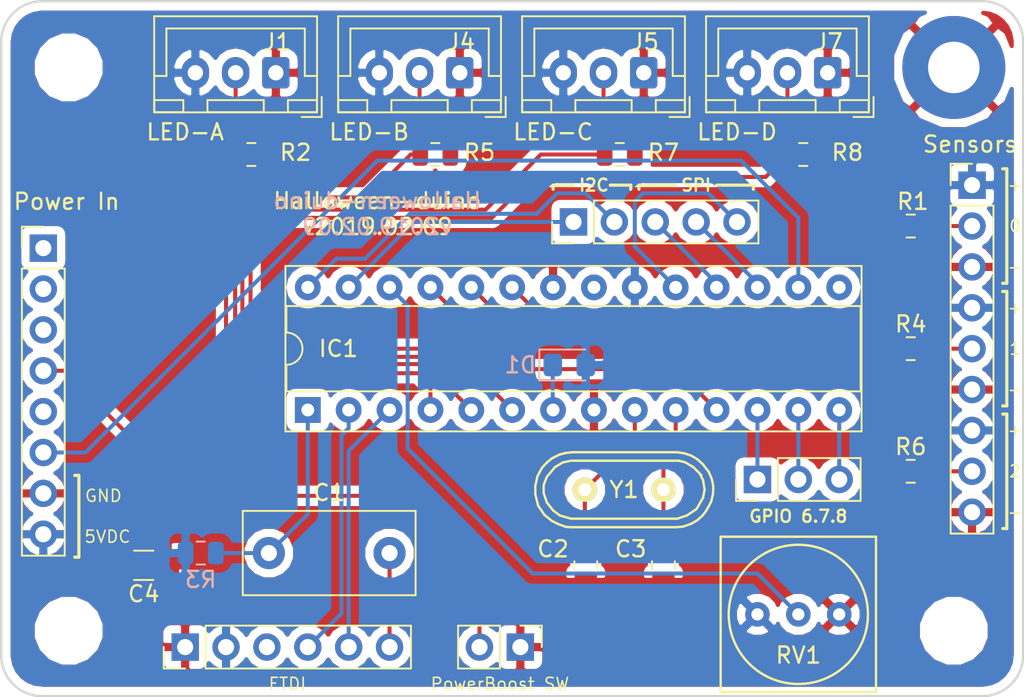
<source format=kicad_pcb>
(kicad_pcb (version 20171130) (host pcbnew "(5.0.2)-1")

  (general
    (thickness 1.6)
    (drawings 52)
    (tracks 155)
    (zones 0)
    (modules 30)
    (nets 35)
  )

  (page USLetter)
  (title_block
    (title "Halloween Controller")
    (date 2019-02-09)
    (rev 0.1)
    (company www.MarkFromSales.com)
  )

  (layers
    (0 F.Cu signal)
    (31 B.Cu signal)
    (32 B.Adhes user)
    (33 F.Adhes user)
    (34 B.Paste user)
    (35 F.Paste user)
    (36 B.SilkS user)
    (37 F.SilkS user)
    (38 B.Mask user)
    (39 F.Mask user)
    (40 Dwgs.User user)
    (41 Cmts.User user)
    (42 Eco1.User user)
    (43 Eco2.User user)
    (44 Edge.Cuts user)
    (45 Margin user)
    (46 B.CrtYd user)
    (47 F.CrtYd user)
    (48 B.Fab user hide)
    (49 F.Fab user hide)
  )

  (setup
    (last_trace_width 0.25)
    (user_trace_width 0.5)
    (trace_clearance 0.2)
    (zone_clearance 0.508)
    (zone_45_only no)
    (trace_min 0.2)
    (segment_width 0.2)
    (edge_width 0.15)
    (via_size 0.8)
    (via_drill 0.4)
    (via_min_size 0.4)
    (via_min_drill 0.3)
    (uvia_size 0.3)
    (uvia_drill 0.1)
    (uvias_allowed no)
    (uvia_min_size 0.2)
    (uvia_min_drill 0.1)
    (pcb_text_width 0.3)
    (pcb_text_size 1.5 1.5)
    (mod_edge_width 0.15)
    (mod_text_size 1 1)
    (mod_text_width 0.15)
    (pad_size 1.524 1.524)
    (pad_drill 0.762)
    (pad_to_mask_clearance 0.051)
    (solder_mask_min_width 0.25)
    (aux_axis_origin 0 0)
    (visible_elements 7FFFFFFF)
    (pcbplotparams
      (layerselection 0x010fc_ffffffff)
      (usegerberextensions false)
      (usegerberattributes false)
      (usegerberadvancedattributes false)
      (creategerberjobfile false)
      (excludeedgelayer true)
      (linewidth 0.100000)
      (plotframeref false)
      (viasonmask false)
      (mode 1)
      (useauxorigin false)
      (hpglpennumber 1)
      (hpglpenspeed 20)
      (hpglpendiameter 15.000000)
      (psnegative false)
      (psa4output false)
      (plotreference true)
      (plotvalue false)
      (plotinvisibletext false)
      (padsonsilk false)
      (subtractmaskfromsilk false)
      (outputformat 1)
      (mirror false)
      (drillshape 0)
      (scaleselection 1)
      (outputdirectory "Gerbers/"))
  )

  (net 0 "")
  (net 1 "Net-(C1-Pad1)")
  (net 2 "Net-(IC1-Pad2)")
  (net 3 "Net-(IC1-Pad3)")
  (net 4 "Net-(IC1-Pad17)")
  (net 5 /GPIO_2)
  (net 6 "Net-(IC1-Pad18)")
  (net 7 /GPIO_3)
  (net 8 "Net-(IC1-Pad19)")
  (net 9 /GPIO_4)
  (net 10 +5V)
  (net 11 "Net-(D1-Pad1)")
  (net 12 GND)
  (net 13 "Net-(C2-Pad1)")
  (net 14 /AIO_0)
  (net 15 "Net-(C3-Pad1)")
  (net 16 /AIO_1)
  (net 17 /GPIO_5)
  (net 18 /AIO_2)
  (net 19 "Net-(IC1-Pad27)")
  (net 20 "Net-(IC1-Pad28)")
  (net 21 "Net-(J1-Pad2)")
  (net 22 "Net-(C1-Pad2)")
  (net 23 "Net-(J3-Pad2)")
  (net 24 "Net-(J3-Pad5)")
  (net 25 "Net-(J3-Pad8)")
  (net 26 "Net-(J4-Pad2)")
  (net 27 "Net-(J5-Pad2)")
  (net 28 "Net-(J7-Pad2)")
  (net 29 /GPIO_10)
  (net 30 /GPIO_6)
  (net 31 /AIO_3)
  (net 32 /GPIO_7)
  (net 33 /GPIO_8)
  (net 34 "Net-(SW1-Pad2)")

  (net_class Default "This is the default net class."
    (clearance 0.2)
    (trace_width 0.25)
    (via_dia 0.8)
    (via_drill 0.4)
    (uvia_dia 0.3)
    (uvia_drill 0.1)
    (add_net +5V)
    (add_net /AIO_0)
    (add_net /AIO_1)
    (add_net /AIO_2)
    (add_net /AIO_3)
    (add_net /GPIO_10)
    (add_net /GPIO_2)
    (add_net /GPIO_3)
    (add_net /GPIO_4)
    (add_net /GPIO_5)
    (add_net /GPIO_6)
    (add_net /GPIO_7)
    (add_net /GPIO_8)
    (add_net GND)
    (add_net "Net-(C1-Pad1)")
    (add_net "Net-(C1-Pad2)")
    (add_net "Net-(C2-Pad1)")
    (add_net "Net-(C3-Pad1)")
    (add_net "Net-(D1-Pad1)")
    (add_net "Net-(IC1-Pad17)")
    (add_net "Net-(IC1-Pad18)")
    (add_net "Net-(IC1-Pad19)")
    (add_net "Net-(IC1-Pad2)")
    (add_net "Net-(IC1-Pad27)")
    (add_net "Net-(IC1-Pad28)")
    (add_net "Net-(IC1-Pad3)")
    (add_net "Net-(J1-Pad2)")
    (add_net "Net-(J3-Pad2)")
    (add_net "Net-(J3-Pad5)")
    (add_net "Net-(J3-Pad8)")
    (add_net "Net-(J4-Pad2)")
    (add_net "Net-(J5-Pad2)")
    (add_net "Net-(J7-Pad2)")
    (add_net "Net-(SW1-Pad2)")
  )

  (module MountingHole:MountingHole_3.2mm_M3 (layer F.Cu) (tedit 5C5F7F08) (tstamp 5C6C3759)
    (at 105.791 97.536)
    (descr "Mounting Hole 3.2mm, no annular, M3")
    (tags "mounting hole 3.2mm no annular m3")
    (path /5C6A60B5)
    (attr virtual)
    (fp_text reference H1 (at -0.127 0) (layer F.SilkS) hide
      (effects (font (size 1 1) (thickness 0.15)))
    )
    (fp_text value MountingHole (at 0 4.2 180) (layer F.Fab) hide
      (effects (font (size 1 1) (thickness 0.15)))
    )
    (fp_circle (center 0 0) (end 3.45 0) (layer F.CrtYd) (width 0.05))
    (fp_circle (center 0 0) (end 3.2 0) (layer Cmts.User) (width 0.15))
    (fp_text user %R (at 0.3 0) (layer F.Fab)
      (effects (font (size 1 1) (thickness 0.15)))
    )
    (pad 1 np_thru_hole circle (at 0 0) (size 3.2 3.2) (drill 3.2) (layers *.Cu *.Mask))
  )

  (module MountingHole:MountingHole_3.2mm_M3 (layer F.Cu) (tedit 5C5F69C3) (tstamp 5C6C35E1)
    (at 160.791 97.536)
    (descr "Mounting Hole 3.2mm, no annular, M3")
    (tags "mounting hole 3.2mm no annular m3")
    (path /5C6A634D)
    (attr virtual)
    (fp_text reference H2 (at 0 0) (layer F.SilkS) hide
      (effects (font (size 1 1) (thickness 0.15)))
    )
    (fp_text value MountingHole (at 0 4.2) (layer F.Fab) hide
      (effects (font (size 1 1) (thickness 0.15)))
    )
    (fp_circle (center 0 0) (end 3.45 0) (layer F.CrtYd) (width 0.05))
    (fp_circle (center 0 0) (end 3.2 0) (layer Cmts.User) (width 0.15))
    (fp_text user %R (at 0.3 0) (layer F.Fab)
      (effects (font (size 1 1) (thickness 0.15)))
    )
    (pad 1 np_thru_hole circle (at 0 0) (size 3.2 3.2) (drill 3.2) (layers *.Cu *.Mask))
  )

  (module MountingHole:MountingHole_3.2mm_M3 (layer F.Cu) (tedit 5C5F69CB) (tstamp 5C6C35E9)
    (at 105.791 62.536)
    (descr "Mounting Hole 3.2mm, no annular, M3")
    (tags "mounting hole 3.2mm no annular m3")
    (path /5C6A62FB)
    (attr virtual)
    (fp_text reference H3 (at -0.127 -0.052) (layer F.SilkS) hide
      (effects (font (size 1 1) (thickness 0.15)))
    )
    (fp_text value MountingHole (at 0 4.2) (layer F.Fab) hide
      (effects (font (size 1 1) (thickness 0.15)))
    )
    (fp_text user %R (at 0.3 0) (layer F.Fab)
      (effects (font (size 1 1) (thickness 0.15)))
    )
    (fp_circle (center 0 0) (end 3.2 0) (layer Cmts.User) (width 0.15))
    (fp_circle (center 0 0) (end 3.45 0) (layer F.CrtYd) (width 0.05))
    (pad 1 np_thru_hole circle (at 0 0) (size 3.2 3.2) (drill 3.2) (layers *.Cu *.Mask))
  )

  (module Package_DIP:DIP-28_W7.62mm_Socket (layer F.Cu) (tedit 5A02E8C5) (tstamp 5C6C3629)
    (at 120.65 83.82 90)
    (descr "28-lead though-hole mounted DIP package, row spacing 7.62 mm (300 mils), Socket")
    (tags "THT DIP DIL PDIP 2.54mm 7.62mm 300mil Socket")
    (path /5C5F55C5)
    (fp_text reference IC1 (at 3.81 1.905 180) (layer F.SilkS)
      (effects (font (size 1 1) (thickness 0.15)))
    )
    (fp_text value ATmega328_B (at 3.81 35.35 90) (layer F.Fab)
      (effects (font (size 1 1) (thickness 0.15)))
    )
    (fp_arc (start 3.81 -1.33) (end 2.81 -1.33) (angle -180) (layer F.SilkS) (width 0.12))
    (fp_line (start 1.635 -1.27) (end 6.985 -1.27) (layer F.Fab) (width 0.1))
    (fp_line (start 6.985 -1.27) (end 6.985 34.29) (layer F.Fab) (width 0.1))
    (fp_line (start 6.985 34.29) (end 0.635 34.29) (layer F.Fab) (width 0.1))
    (fp_line (start 0.635 34.29) (end 0.635 -0.27) (layer F.Fab) (width 0.1))
    (fp_line (start 0.635 -0.27) (end 1.635 -1.27) (layer F.Fab) (width 0.1))
    (fp_line (start -1.27 -1.33) (end -1.27 34.35) (layer F.Fab) (width 0.1))
    (fp_line (start -1.27 34.35) (end 8.89 34.35) (layer F.Fab) (width 0.1))
    (fp_line (start 8.89 34.35) (end 8.89 -1.33) (layer F.Fab) (width 0.1))
    (fp_line (start 8.89 -1.33) (end -1.27 -1.33) (layer F.Fab) (width 0.1))
    (fp_line (start 2.81 -1.33) (end 1.16 -1.33) (layer F.SilkS) (width 0.12))
    (fp_line (start 1.16 -1.33) (end 1.16 34.35) (layer F.SilkS) (width 0.12))
    (fp_line (start 1.16 34.35) (end 6.46 34.35) (layer F.SilkS) (width 0.12))
    (fp_line (start 6.46 34.35) (end 6.46 -1.33) (layer F.SilkS) (width 0.12))
    (fp_line (start 6.46 -1.33) (end 4.81 -1.33) (layer F.SilkS) (width 0.12))
    (fp_line (start -1.33 -1.39) (end -1.33 34.41) (layer F.SilkS) (width 0.12))
    (fp_line (start -1.33 34.41) (end 8.95 34.41) (layer F.SilkS) (width 0.12))
    (fp_line (start 8.95 34.41) (end 8.95 -1.39) (layer F.SilkS) (width 0.12))
    (fp_line (start 8.95 -1.39) (end -1.33 -1.39) (layer F.SilkS) (width 0.12))
    (fp_line (start -1.55 -1.6) (end -1.55 34.65) (layer F.CrtYd) (width 0.05))
    (fp_line (start -1.55 34.65) (end 9.15 34.65) (layer F.CrtYd) (width 0.05))
    (fp_line (start 9.15 34.65) (end 9.15 -1.6) (layer F.CrtYd) (width 0.05))
    (fp_line (start 9.15 -1.6) (end -1.55 -1.6) (layer F.CrtYd) (width 0.05))
    (fp_text user %R (at 3.81 16.51 90) (layer F.Fab)
      (effects (font (size 1 1) (thickness 0.15)))
    )
    (pad 1 thru_hole rect (at 0 0 90) (size 1.6 1.6) (drill 0.8) (layers *.Cu *.Mask)
      (net 1 "Net-(C1-Pad1)"))
    (pad 15 thru_hole oval (at 7.62 33.02 90) (size 1.6 1.6) (drill 0.8) (layers *.Cu *.Mask))
    (pad 2 thru_hole oval (at 0 2.54 90) (size 1.6 1.6) (drill 0.8) (layers *.Cu *.Mask)
      (net 2 "Net-(IC1-Pad2)"))
    (pad 16 thru_hole oval (at 7.62 30.48 90) (size 1.6 1.6) (drill 0.8) (layers *.Cu *.Mask)
      (net 29 /GPIO_10))
    (pad 3 thru_hole oval (at 0 5.08 90) (size 1.6 1.6) (drill 0.8) (layers *.Cu *.Mask)
      (net 3 "Net-(IC1-Pad3)"))
    (pad 17 thru_hole oval (at 7.62 27.94 90) (size 1.6 1.6) (drill 0.8) (layers *.Cu *.Mask)
      (net 4 "Net-(IC1-Pad17)"))
    (pad 4 thru_hole oval (at 0 7.62 90) (size 1.6 1.6) (drill 0.8) (layers *.Cu *.Mask)
      (net 5 /GPIO_2))
    (pad 18 thru_hole oval (at 7.62 25.4 90) (size 1.6 1.6) (drill 0.8) (layers *.Cu *.Mask)
      (net 6 "Net-(IC1-Pad18)"))
    (pad 5 thru_hole oval (at 0 10.16 90) (size 1.6 1.6) (drill 0.8) (layers *.Cu *.Mask)
      (net 7 /GPIO_3))
    (pad 19 thru_hole oval (at 7.62 22.86 90) (size 1.6 1.6) (drill 0.8) (layers *.Cu *.Mask)
      (net 8 "Net-(IC1-Pad19)"))
    (pad 6 thru_hole oval (at 0 12.7 90) (size 1.6 1.6) (drill 0.8) (layers *.Cu *.Mask)
      (net 9 /GPIO_4))
    (pad 20 thru_hole oval (at 7.62 20.32 90) (size 1.6 1.6) (drill 0.8) (layers *.Cu *.Mask)
      (net 10 +5V))
    (pad 7 thru_hole oval (at 0 15.24 90) (size 1.6 1.6) (drill 0.8) (layers *.Cu *.Mask)
      (net 11 "Net-(D1-Pad1)"))
    (pad 21 thru_hole oval (at 7.62 17.78 90) (size 1.6 1.6) (drill 0.8) (layers *.Cu *.Mask))
    (pad 8 thru_hole oval (at 0 17.78 90) (size 1.6 1.6) (drill 0.8) (layers *.Cu *.Mask)
      (net 12 GND))
    (pad 22 thru_hole oval (at 7.62 15.24 90) (size 1.6 1.6) (drill 0.8) (layers *.Cu *.Mask)
      (net 12 GND))
    (pad 9 thru_hole oval (at 0 20.32 90) (size 1.6 1.6) (drill 0.8) (layers *.Cu *.Mask)
      (net 13 "Net-(C2-Pad1)"))
    (pad 23 thru_hole oval (at 7.62 12.7 90) (size 1.6 1.6) (drill 0.8) (layers *.Cu *.Mask)
      (net 14 /AIO_0))
    (pad 10 thru_hole oval (at 0 22.86 90) (size 1.6 1.6) (drill 0.8) (layers *.Cu *.Mask)
      (net 15 "Net-(C3-Pad1)"))
    (pad 24 thru_hole oval (at 7.62 10.16 90) (size 1.6 1.6) (drill 0.8) (layers *.Cu *.Mask)
      (net 16 /AIO_1))
    (pad 11 thru_hole oval (at 0 25.4 90) (size 1.6 1.6) (drill 0.8) (layers *.Cu *.Mask)
      (net 17 /GPIO_5))
    (pad 25 thru_hole oval (at 7.62 7.62 90) (size 1.6 1.6) (drill 0.8) (layers *.Cu *.Mask)
      (net 18 /AIO_2))
    (pad 12 thru_hole oval (at 0 27.94 90) (size 1.6 1.6) (drill 0.8) (layers *.Cu *.Mask)
      (net 30 /GPIO_6))
    (pad 26 thru_hole oval (at 7.62 5.08 90) (size 1.6 1.6) (drill 0.8) (layers *.Cu *.Mask)
      (net 31 /AIO_3))
    (pad 13 thru_hole oval (at 0 30.48 90) (size 1.6 1.6) (drill 0.8) (layers *.Cu *.Mask)
      (net 32 /GPIO_7))
    (pad 27 thru_hole oval (at 7.62 2.54 90) (size 1.6 1.6) (drill 0.8) (layers *.Cu *.Mask)
      (net 19 "Net-(IC1-Pad27)"))
    (pad 14 thru_hole oval (at 0 33.02 90) (size 1.6 1.6) (drill 0.8) (layers *.Cu *.Mask)
      (net 33 /GPIO_8))
    (pad 28 thru_hole oval (at 7.62 0 90) (size 1.6 1.6) (drill 0.8) (layers *.Cu *.Mask)
      (net 20 "Net-(IC1-Pad28)"))
    (model ${KISYS3DMOD}/Package_DIP.3dshapes/DIP-28_W7.62mm_Socket.wrl
      (at (xyz 0 0 0))
      (scale (xyz 1 1 1))
      (rotate (xyz 0 0 0))
    )
  )

  (module Capacitor_SMD:C_0805_2012Metric_Pad1.15x1.40mm_HandSolder (layer F.Cu) (tedit 5B36C52B) (tstamp 5C78DA0D)
    (at 137.922 93.481 270)
    (descr "Capacitor SMD 0805 (2012 Metric), square (rectangular) end terminal, IPC_7351 nominal with elongated pad for handsoldering. (Body size source: https://docs.google.com/spreadsheets/d/1BsfQQcO9C6DZCsRaXUlFlo91Tg2WpOkGARC1WS5S8t0/edit?usp=sharing), generated with kicad-footprint-generator")
    (tags "capacitor handsolder")
    (path /5C5F56EA)
    (attr smd)
    (fp_text reference C2 (at -1.025 2.032) (layer F.SilkS)
      (effects (font (size 1 1) (thickness 0.15)))
    )
    (fp_text value 22p (at 0 1.65 270) (layer F.Fab)
      (effects (font (size 1 1) (thickness 0.15)))
    )
    (fp_line (start -1 0.6) (end -1 -0.6) (layer F.Fab) (width 0.1))
    (fp_line (start -1 -0.6) (end 1 -0.6) (layer F.Fab) (width 0.1))
    (fp_line (start 1 -0.6) (end 1 0.6) (layer F.Fab) (width 0.1))
    (fp_line (start 1 0.6) (end -1 0.6) (layer F.Fab) (width 0.1))
    (fp_line (start -0.261252 -0.71) (end 0.261252 -0.71) (layer F.SilkS) (width 0.12))
    (fp_line (start -0.261252 0.71) (end 0.261252 0.71) (layer F.SilkS) (width 0.12))
    (fp_line (start -1.85 0.95) (end -1.85 -0.95) (layer F.CrtYd) (width 0.05))
    (fp_line (start -1.85 -0.95) (end 1.85 -0.95) (layer F.CrtYd) (width 0.05))
    (fp_line (start 1.85 -0.95) (end 1.85 0.95) (layer F.CrtYd) (width 0.05))
    (fp_line (start 1.85 0.95) (end -1.85 0.95) (layer F.CrtYd) (width 0.05))
    (fp_text user %R (at 0 0 270) (layer F.Fab)
      (effects (font (size 0.5 0.5) (thickness 0.08)))
    )
    (pad 1 smd roundrect (at -1.025 0 270) (size 1.15 1.4) (layers F.Cu F.Paste F.Mask) (roundrect_rratio 0.217391)
      (net 13 "Net-(C2-Pad1)"))
    (pad 2 smd roundrect (at 1.025 0 270) (size 1.15 1.4) (layers F.Cu F.Paste F.Mask) (roundrect_rratio 0.217391)
      (net 12 GND))
    (model ${KISYS3DMOD}/Capacitor_SMD.3dshapes/C_0805_2012Metric.wrl
      (at (xyz 0 0 0))
      (scale (xyz 1 1 1))
      (rotate (xyz 0 0 0))
    )
  )

  (module Capacitor_SMD:C_0805_2012Metric_Pad1.15x1.40mm_HandSolder (layer F.Cu) (tedit 5C5F8111) (tstamp 5C78D9DD)
    (at 142.748 93.481 270)
    (descr "Capacitor SMD 0805 (2012 Metric), square (rectangular) end terminal, IPC_7351 nominal with elongated pad for handsoldering. (Body size source: https://docs.google.com/spreadsheets/d/1BsfQQcO9C6DZCsRaXUlFlo91Tg2WpOkGARC1WS5S8t0/edit?usp=sharing), generated with kicad-footprint-generator")
    (tags "capacitor handsolder")
    (path /5C5F57A4)
    (attr smd)
    (fp_text reference C3 (at -1.025 2.032) (layer F.SilkS)
      (effects (font (size 1 1) (thickness 0.15)))
    )
    (fp_text value 22p (at 0 1.65 270) (layer F.Fab)
      (effects (font (size 1 1) (thickness 0.15)))
    )
    (fp_text user %R (at 0 0 270) (layer F.Fab)
      (effects (font (size 0.5 0.5) (thickness 0.08)))
    )
    (fp_line (start 1.85 0.95) (end -1.85 0.95) (layer F.CrtYd) (width 0.05))
    (fp_line (start 1.85 -0.95) (end 1.85 0.95) (layer F.CrtYd) (width 0.05))
    (fp_line (start -1.85 -0.95) (end 1.85 -0.95) (layer F.CrtYd) (width 0.05))
    (fp_line (start -1.85 0.95) (end -1.85 -0.95) (layer F.CrtYd) (width 0.05))
    (fp_line (start -0.261252 0.71) (end 0.261252 0.71) (layer F.SilkS) (width 0.12))
    (fp_line (start -0.261252 -0.71) (end 0.261252 -0.71) (layer F.SilkS) (width 0.12))
    (fp_line (start 1 0.6) (end -1 0.6) (layer F.Fab) (width 0.1))
    (fp_line (start 1 -0.6) (end 1 0.6) (layer F.Fab) (width 0.1))
    (fp_line (start -1 -0.6) (end 1 -0.6) (layer F.Fab) (width 0.1))
    (fp_line (start -1 0.6) (end -1 -0.6) (layer F.Fab) (width 0.1))
    (pad 2 smd roundrect (at 1.025 0 270) (size 1.15 1.4) (layers F.Cu F.Paste F.Mask) (roundrect_rratio 0.217391)
      (net 12 GND))
    (pad 1 smd roundrect (at -1.025 0 270) (size 1.15 1.4) (layers F.Cu F.Paste F.Mask) (roundrect_rratio 0.217391)
      (net 15 "Net-(C3-Pad1)"))
    (model ${KISYS3DMOD}/Capacitor_SMD.3dshapes/C_0805_2012Metric.wrl
      (at (xyz 0 0 0))
      (scale (xyz 1 1 1))
      (rotate (xyz 0 0 0))
    )
  )

  (module Diode_SMD:D_0805_2012Metric_Pad1.15x1.40mm_HandSolder (layer B.Cu) (tedit 5C5F7FDD) (tstamp 5C6C3B2C)
    (at 136.897 81.026)
    (descr "Diode SMD 0805 (2012 Metric), square (rectangular) end terminal, IPC_7351 nominal, (Body size source: https://docs.google.com/spreadsheets/d/1BsfQQcO9C6DZCsRaXUlFlo91Tg2WpOkGARC1WS5S8t0/edit?usp=sharing), generated with kicad-footprint-generator")
    (tags "diode handsolder")
    (path /5C5F5DD1)
    (attr smd)
    (fp_text reference D1 (at -3.039 0) (layer B.SilkS)
      (effects (font (size 1 1) (thickness 0.15)) (justify mirror))
    )
    (fp_text value D (at 0 -1.65) (layer B.Fab)
      (effects (font (size 1 1) (thickness 0.15)) (justify mirror))
    )
    (fp_line (start 1 0.6) (end -0.7 0.6) (layer B.Fab) (width 0.1))
    (fp_line (start -0.7 0.6) (end -1 0.3) (layer B.Fab) (width 0.1))
    (fp_line (start -1 0.3) (end -1 -0.6) (layer B.Fab) (width 0.1))
    (fp_line (start -1 -0.6) (end 1 -0.6) (layer B.Fab) (width 0.1))
    (fp_line (start 1 -0.6) (end 1 0.6) (layer B.Fab) (width 0.1))
    (fp_line (start 1 0.96) (end -1.86 0.96) (layer B.SilkS) (width 0.12))
    (fp_line (start -1.86 0.96) (end -1.86 -0.96) (layer B.SilkS) (width 0.12))
    (fp_line (start -1.86 -0.96) (end 1 -0.96) (layer B.SilkS) (width 0.12))
    (fp_line (start -1.85 -0.95) (end -1.85 0.95) (layer B.CrtYd) (width 0.05))
    (fp_line (start -1.85 0.95) (end 1.85 0.95) (layer B.CrtYd) (width 0.05))
    (fp_line (start 1.85 0.95) (end 1.85 -0.95) (layer B.CrtYd) (width 0.05))
    (fp_line (start 1.85 -0.95) (end -1.85 -0.95) (layer B.CrtYd) (width 0.05))
    (fp_text user %R (at 0 0) (layer B.Fab)
      (effects (font (size 0.5 0.5) (thickness 0.08)) (justify mirror))
    )
    (pad 1 smd roundrect (at -1.025 0) (size 1.15 1.4) (layers B.Cu B.Paste B.Mask) (roundrect_rratio 0.217391)
      (net 11 "Net-(D1-Pad1)"))
    (pad 2 smd roundrect (at 1.025 0) (size 1.15 1.4) (layers B.Cu B.Paste B.Mask) (roundrect_rratio 0.217391)
      (net 10 +5V))
    (model ${KISYS3DMOD}/Diode_SMD.3dshapes/D_0805_2012Metric.wrl
      (at (xyz 0 0 0))
      (scale (xyz 1 1 1))
      (rotate (xyz 0 0 0))
    )
  )

  (module Connector_JST:JST_XH_B03B-XH-A_1x03_P2.50mm_Vertical (layer F.Cu) (tedit 5B7754C5) (tstamp 5C78C85D)
    (at 118.665 62.865 180)
    (descr "JST XH series connector, B03B-XH-A (http://www.jst-mfg.com/product/pdf/eng/eXH.pdf), generated with kicad-footprint-generator")
    (tags "connector JST XH side entry")
    (path /5C61C585)
    (fp_text reference J1 (at -0.08 1.905 180) (layer F.SilkS)
      (effects (font (size 1 1) (thickness 0.15)))
    )
    (fp_text value Neopixel_A (at 2.5 4.6 180) (layer F.Fab)
      (effects (font (size 1 1) (thickness 0.15)))
    )
    (fp_text user %R (at 2.5 2.7 180) (layer F.Fab)
      (effects (font (size 1 1) (thickness 0.15)))
    )
    (fp_line (start -2.85 -2.75) (end -2.85 -1.5) (layer F.SilkS) (width 0.12))
    (fp_line (start -1.6 -2.75) (end -2.85 -2.75) (layer F.SilkS) (width 0.12))
    (fp_line (start 6.8 2.75) (end 2.5 2.75) (layer F.SilkS) (width 0.12))
    (fp_line (start 6.8 -0.2) (end 6.8 2.75) (layer F.SilkS) (width 0.12))
    (fp_line (start 7.55 -0.2) (end 6.8 -0.2) (layer F.SilkS) (width 0.12))
    (fp_line (start -1.8 2.75) (end 2.5 2.75) (layer F.SilkS) (width 0.12))
    (fp_line (start -1.8 -0.2) (end -1.8 2.75) (layer F.SilkS) (width 0.12))
    (fp_line (start -2.55 -0.2) (end -1.8 -0.2) (layer F.SilkS) (width 0.12))
    (fp_line (start 7.55 -2.45) (end 5.75 -2.45) (layer F.SilkS) (width 0.12))
    (fp_line (start 7.55 -1.7) (end 7.55 -2.45) (layer F.SilkS) (width 0.12))
    (fp_line (start 5.75 -1.7) (end 7.55 -1.7) (layer F.SilkS) (width 0.12))
    (fp_line (start 5.75 -2.45) (end 5.75 -1.7) (layer F.SilkS) (width 0.12))
    (fp_line (start -0.75 -2.45) (end -2.55 -2.45) (layer F.SilkS) (width 0.12))
    (fp_line (start -0.75 -1.7) (end -0.75 -2.45) (layer F.SilkS) (width 0.12))
    (fp_line (start -2.55 -1.7) (end -0.75 -1.7) (layer F.SilkS) (width 0.12))
    (fp_line (start -2.55 -2.45) (end -2.55 -1.7) (layer F.SilkS) (width 0.12))
    (fp_line (start 4.25 -2.45) (end 0.75 -2.45) (layer F.SilkS) (width 0.12))
    (fp_line (start 4.25 -1.7) (end 4.25 -2.45) (layer F.SilkS) (width 0.12))
    (fp_line (start 0.75 -1.7) (end 4.25 -1.7) (layer F.SilkS) (width 0.12))
    (fp_line (start 0.75 -2.45) (end 0.75 -1.7) (layer F.SilkS) (width 0.12))
    (fp_line (start 0 -1.35) (end 0.625 -2.35) (layer F.Fab) (width 0.1))
    (fp_line (start -0.625 -2.35) (end 0 -1.35) (layer F.Fab) (width 0.1))
    (fp_line (start 7.95 -2.85) (end -2.95 -2.85) (layer F.CrtYd) (width 0.05))
    (fp_line (start 7.95 3.9) (end 7.95 -2.85) (layer F.CrtYd) (width 0.05))
    (fp_line (start -2.95 3.9) (end 7.95 3.9) (layer F.CrtYd) (width 0.05))
    (fp_line (start -2.95 -2.85) (end -2.95 3.9) (layer F.CrtYd) (width 0.05))
    (fp_line (start 7.56 -2.46) (end -2.56 -2.46) (layer F.SilkS) (width 0.12))
    (fp_line (start 7.56 3.51) (end 7.56 -2.46) (layer F.SilkS) (width 0.12))
    (fp_line (start -2.56 3.51) (end 7.56 3.51) (layer F.SilkS) (width 0.12))
    (fp_line (start -2.56 -2.46) (end -2.56 3.51) (layer F.SilkS) (width 0.12))
    (fp_line (start 7.45 -2.35) (end -2.45 -2.35) (layer F.Fab) (width 0.1))
    (fp_line (start 7.45 3.4) (end 7.45 -2.35) (layer F.Fab) (width 0.1))
    (fp_line (start -2.45 3.4) (end 7.45 3.4) (layer F.Fab) (width 0.1))
    (fp_line (start -2.45 -2.35) (end -2.45 3.4) (layer F.Fab) (width 0.1))
    (pad 3 thru_hole oval (at 5 0 180) (size 1.7 1.95) (drill 0.95) (layers *.Cu *.Mask)
      (net 10 +5V))
    (pad 2 thru_hole oval (at 2.5 0 180) (size 1.7 1.95) (drill 0.95) (layers *.Cu *.Mask)
      (net 21 "Net-(J1-Pad2)"))
    (pad 1 thru_hole roundrect (at 0 0 180) (size 1.7 1.95) (drill 0.95) (layers *.Cu *.Mask) (roundrect_rratio 0.147059)
      (net 12 GND))
    (model ${KISYS3DMOD}/Connector_JST.3dshapes/JST_XH_B03B-XH-A_1x03_P2.50mm_Vertical.wrl
      (at (xyz 0 0 0))
      (scale (xyz 1 1 1))
      (rotate (xyz 0 0 0))
    )
  )

  (module Connector_PinHeader_2.54mm:PinHeader_1x06_P2.54mm_Vertical (layer F.Cu) (tedit 5C5F91CC) (tstamp 5C6C3B70)
    (at 113.03 98.552 90)
    (descr "Through hole straight pin header, 1x06, 2.54mm pitch, single row")
    (tags "Through hole pin header THT 1x06 2.54mm single row")
    (path /5C5F5AB7)
    (fp_text reference J2 (at 0 -2.54 180) (layer F.SilkS) hide
      (effects (font (size 1 1) (thickness 0.15)))
    )
    (fp_text value Conn_FTDI (at 0 15.03 90) (layer F.Fab)
      (effects (font (size 1 1) (thickness 0.15)))
    )
    (fp_line (start -0.635 -1.27) (end 1.27 -1.27) (layer F.Fab) (width 0.1))
    (fp_line (start 1.27 -1.27) (end 1.27 13.97) (layer F.Fab) (width 0.1))
    (fp_line (start 1.27 13.97) (end -1.27 13.97) (layer F.Fab) (width 0.1))
    (fp_line (start -1.27 13.97) (end -1.27 -0.635) (layer F.Fab) (width 0.1))
    (fp_line (start -1.27 -0.635) (end -0.635 -1.27) (layer F.Fab) (width 0.1))
    (fp_line (start -1.33 14.03) (end 1.33 14.03) (layer F.SilkS) (width 0.12))
    (fp_line (start -1.33 1.27) (end -1.33 14.03) (layer F.SilkS) (width 0.12))
    (fp_line (start 1.33 1.27) (end 1.33 14.03) (layer F.SilkS) (width 0.12))
    (fp_line (start -1.33 1.27) (end 1.33 1.27) (layer F.SilkS) (width 0.12))
    (fp_line (start -1.33 0) (end -1.33 -1.33) (layer F.SilkS) (width 0.12))
    (fp_line (start -1.33 -1.33) (end 0 -1.33) (layer F.SilkS) (width 0.12))
    (fp_line (start -1.8 -1.8) (end -1.8 14.5) (layer F.CrtYd) (width 0.05))
    (fp_line (start -1.8 14.5) (end 1.8 14.5) (layer F.CrtYd) (width 0.05))
    (fp_line (start 1.8 14.5) (end 1.8 -1.8) (layer F.CrtYd) (width 0.05))
    (fp_line (start 1.8 -1.8) (end -1.8 -1.8) (layer F.CrtYd) (width 0.05))
    (fp_text user %R (at 0 6.35 180) (layer F.Fab)
      (effects (font (size 1 1) (thickness 0.15)))
    )
    (pad 1 thru_hole rect (at 0 0 90) (size 1.7 1.7) (drill 1) (layers *.Cu *.Mask)
      (net 12 GND))
    (pad 2 thru_hole oval (at 0 2.54 90) (size 1.7 1.7) (drill 1) (layers *.Cu *.Mask)
      (net 10 +5V))
    (pad 3 thru_hole oval (at 0 5.08 90) (size 1.7 1.7) (drill 1) (layers *.Cu *.Mask))
    (pad 4 thru_hole oval (at 0 7.62 90) (size 1.7 1.7) (drill 1) (layers *.Cu *.Mask)
      (net 2 "Net-(IC1-Pad2)"))
    (pad 5 thru_hole oval (at 0 10.16 90) (size 1.7 1.7) (drill 1) (layers *.Cu *.Mask)
      (net 3 "Net-(IC1-Pad3)"))
    (pad 6 thru_hole oval (at 0 12.7 90) (size 1.7 1.7) (drill 1) (layers *.Cu *.Mask)
      (net 22 "Net-(C1-Pad2)"))
    (model ${KISYS3DMOD}/Connector_PinHeader_2.54mm.3dshapes/PinHeader_1x06_P2.54mm_Vertical.wrl
      (at (xyz 0 0 0))
      (scale (xyz 1 1 1))
      (rotate (xyz 0 0 0))
    )
  )

  (module Connector_PinHeader_2.54mm:PinHeader_1x09_P2.54mm_Vertical (layer F.Cu) (tedit 5C5F907E) (tstamp 5C6C3B8D)
    (at 161.925 69.85)
    (descr "Through hole straight pin header, 1x09, 2.54mm pitch, single row")
    (tags "Through hole pin header THT 1x09 2.54mm single row")
    (path /5C6A6B18)
    (fp_text reference J3 (at -2.159 -1.016) (layer F.SilkS) hide
      (effects (font (size 1 1) (thickness 0.15)))
    )
    (fp_text value Conn_Sensors (at 0 22.65) (layer F.Fab)
      (effects (font (size 1 1) (thickness 0.15)))
    )
    (fp_line (start -0.635 -1.27) (end 1.27 -1.27) (layer F.Fab) (width 0.1))
    (fp_line (start 1.27 -1.27) (end 1.27 21.59) (layer F.Fab) (width 0.1))
    (fp_line (start 1.27 21.59) (end -1.27 21.59) (layer F.Fab) (width 0.1))
    (fp_line (start -1.27 21.59) (end -1.27 -0.635) (layer F.Fab) (width 0.1))
    (fp_line (start -1.27 -0.635) (end -0.635 -1.27) (layer F.Fab) (width 0.1))
    (fp_line (start -1.33 21.65) (end 1.33 21.65) (layer F.SilkS) (width 0.12))
    (fp_line (start -1.33 1.27) (end -1.33 21.65) (layer F.SilkS) (width 0.12))
    (fp_line (start 1.33 1.27) (end 1.33 21.65) (layer F.SilkS) (width 0.12))
    (fp_line (start -1.33 1.27) (end 1.33 1.27) (layer F.SilkS) (width 0.12))
    (fp_line (start -1.33 0) (end -1.33 -1.33) (layer F.SilkS) (width 0.12))
    (fp_line (start -1.33 -1.33) (end 0 -1.33) (layer F.SilkS) (width 0.12))
    (fp_line (start -1.8 -1.8) (end -1.8 22.1) (layer F.CrtYd) (width 0.05))
    (fp_line (start -1.8 22.1) (end 1.8 22.1) (layer F.CrtYd) (width 0.05))
    (fp_line (start 1.8 22.1) (end 1.8 -1.8) (layer F.CrtYd) (width 0.05))
    (fp_line (start 1.8 -1.8) (end -1.8 -1.8) (layer F.CrtYd) (width 0.05))
    (fp_text user %R (at 0 10.16 90) (layer F.Fab)
      (effects (font (size 1 1) (thickness 0.15)))
    )
    (pad 1 thru_hole rect (at 0 0) (size 1.7 1.7) (drill 1) (layers *.Cu *.Mask)
      (net 10 +5V))
    (pad 2 thru_hole oval (at 0 2.54) (size 1.7 1.7) (drill 1) (layers *.Cu *.Mask)
      (net 23 "Net-(J3-Pad2)"))
    (pad 3 thru_hole oval (at 0 5.08) (size 1.7 1.7) (drill 1) (layers *.Cu *.Mask)
      (net 12 GND))
    (pad 4 thru_hole oval (at 0 7.62) (size 1.7 1.7) (drill 1) (layers *.Cu *.Mask)
      (net 10 +5V))
    (pad 5 thru_hole oval (at 0 10.16) (size 1.7 1.7) (drill 1) (layers *.Cu *.Mask)
      (net 24 "Net-(J3-Pad5)"))
    (pad 6 thru_hole oval (at 0 12.7) (size 1.7 1.7) (drill 1) (layers *.Cu *.Mask)
      (net 12 GND))
    (pad 7 thru_hole oval (at 0 15.24) (size 1.7 1.7) (drill 1) (layers *.Cu *.Mask)
      (net 10 +5V))
    (pad 8 thru_hole oval (at 0 17.78) (size 1.7 1.7) (drill 1) (layers *.Cu *.Mask)
      (net 25 "Net-(J3-Pad8)"))
    (pad 9 thru_hole oval (at 0 20.32) (size 1.7 1.7) (drill 1) (layers *.Cu *.Mask)
      (net 12 GND))
    (model ${KISYS3DMOD}/Connector_PinHeader_2.54mm.3dshapes/PinHeader_1x09_P2.54mm_Vertical.wrl
      (at (xyz 0 0 0))
      (scale (xyz 1 1 1))
      (rotate (xyz 0 0 0))
    )
  )

  (module Connector_JST:JST_XH_B03B-XH-A_1x03_P2.50mm_Vertical (layer F.Cu) (tedit 5B7754C5) (tstamp 5C6C3BB7)
    (at 130.095 62.865 180)
    (descr "JST XH series connector, B03B-XH-A (http://www.jst-mfg.com/product/pdf/eng/eXH.pdf), generated with kicad-footprint-generator")
    (tags "connector JST XH side entry")
    (path /5C6290A4)
    (fp_text reference J4 (at -0.08 1.905 180) (layer F.SilkS)
      (effects (font (size 1 1) (thickness 0.15)))
    )
    (fp_text value Neopixel_B (at 2.5 4.6 180) (layer F.Fab)
      (effects (font (size 1 1) (thickness 0.15)))
    )
    (fp_line (start -2.45 -2.35) (end -2.45 3.4) (layer F.Fab) (width 0.1))
    (fp_line (start -2.45 3.4) (end 7.45 3.4) (layer F.Fab) (width 0.1))
    (fp_line (start 7.45 3.4) (end 7.45 -2.35) (layer F.Fab) (width 0.1))
    (fp_line (start 7.45 -2.35) (end -2.45 -2.35) (layer F.Fab) (width 0.1))
    (fp_line (start -2.56 -2.46) (end -2.56 3.51) (layer F.SilkS) (width 0.12))
    (fp_line (start -2.56 3.51) (end 7.56 3.51) (layer F.SilkS) (width 0.12))
    (fp_line (start 7.56 3.51) (end 7.56 -2.46) (layer F.SilkS) (width 0.12))
    (fp_line (start 7.56 -2.46) (end -2.56 -2.46) (layer F.SilkS) (width 0.12))
    (fp_line (start -2.95 -2.85) (end -2.95 3.9) (layer F.CrtYd) (width 0.05))
    (fp_line (start -2.95 3.9) (end 7.95 3.9) (layer F.CrtYd) (width 0.05))
    (fp_line (start 7.95 3.9) (end 7.95 -2.85) (layer F.CrtYd) (width 0.05))
    (fp_line (start 7.95 -2.85) (end -2.95 -2.85) (layer F.CrtYd) (width 0.05))
    (fp_line (start -0.625 -2.35) (end 0 -1.35) (layer F.Fab) (width 0.1))
    (fp_line (start 0 -1.35) (end 0.625 -2.35) (layer F.Fab) (width 0.1))
    (fp_line (start 0.75 -2.45) (end 0.75 -1.7) (layer F.SilkS) (width 0.12))
    (fp_line (start 0.75 -1.7) (end 4.25 -1.7) (layer F.SilkS) (width 0.12))
    (fp_line (start 4.25 -1.7) (end 4.25 -2.45) (layer F.SilkS) (width 0.12))
    (fp_line (start 4.25 -2.45) (end 0.75 -2.45) (layer F.SilkS) (width 0.12))
    (fp_line (start -2.55 -2.45) (end -2.55 -1.7) (layer F.SilkS) (width 0.12))
    (fp_line (start -2.55 -1.7) (end -0.75 -1.7) (layer F.SilkS) (width 0.12))
    (fp_line (start -0.75 -1.7) (end -0.75 -2.45) (layer F.SilkS) (width 0.12))
    (fp_line (start -0.75 -2.45) (end -2.55 -2.45) (layer F.SilkS) (width 0.12))
    (fp_line (start 5.75 -2.45) (end 5.75 -1.7) (layer F.SilkS) (width 0.12))
    (fp_line (start 5.75 -1.7) (end 7.55 -1.7) (layer F.SilkS) (width 0.12))
    (fp_line (start 7.55 -1.7) (end 7.55 -2.45) (layer F.SilkS) (width 0.12))
    (fp_line (start 7.55 -2.45) (end 5.75 -2.45) (layer F.SilkS) (width 0.12))
    (fp_line (start -2.55 -0.2) (end -1.8 -0.2) (layer F.SilkS) (width 0.12))
    (fp_line (start -1.8 -0.2) (end -1.8 2.75) (layer F.SilkS) (width 0.12))
    (fp_line (start -1.8 2.75) (end 2.5 2.75) (layer F.SilkS) (width 0.12))
    (fp_line (start 7.55 -0.2) (end 6.8 -0.2) (layer F.SilkS) (width 0.12))
    (fp_line (start 6.8 -0.2) (end 6.8 2.75) (layer F.SilkS) (width 0.12))
    (fp_line (start 6.8 2.75) (end 2.5 2.75) (layer F.SilkS) (width 0.12))
    (fp_line (start -1.6 -2.75) (end -2.85 -2.75) (layer F.SilkS) (width 0.12))
    (fp_line (start -2.85 -2.75) (end -2.85 -1.5) (layer F.SilkS) (width 0.12))
    (fp_text user %R (at 2.5 2.7 180) (layer F.Fab)
      (effects (font (size 1 1) (thickness 0.15)))
    )
    (pad 1 thru_hole roundrect (at 0 0 180) (size 1.7 1.95) (drill 0.95) (layers *.Cu *.Mask) (roundrect_rratio 0.147059)
      (net 12 GND))
    (pad 2 thru_hole oval (at 2.5 0 180) (size 1.7 1.95) (drill 0.95) (layers *.Cu *.Mask)
      (net 26 "Net-(J4-Pad2)"))
    (pad 3 thru_hole oval (at 5 0 180) (size 1.7 1.95) (drill 0.95) (layers *.Cu *.Mask)
      (net 10 +5V))
    (model ${KISYS3DMOD}/Connector_JST.3dshapes/JST_XH_B03B-XH-A_1x03_P2.50mm_Vertical.wrl
      (at (xyz 0 0 0))
      (scale (xyz 1 1 1))
      (rotate (xyz 0 0 0))
    )
  )

  (module Connector_JST:JST_XH_B03B-XH-A_1x03_P2.50mm_Vertical (layer F.Cu) (tedit 5B7754C5) (tstamp 5C6C3BE1)
    (at 141.525 62.865 180)
    (descr "JST XH series connector, B03B-XH-A (http://www.jst-mfg.com/product/pdf/eng/eXH.pdf), generated with kicad-footprint-generator")
    (tags "connector JST XH side entry")
    (path /5C62CDAE)
    (fp_text reference J5 (at -0.08 1.905 180) (layer F.SilkS)
      (effects (font (size 1 1) (thickness 0.15)))
    )
    (fp_text value Neopixel_C (at 2.5 4.6 180) (layer F.Fab)
      (effects (font (size 1 1) (thickness 0.15)))
    )
    (fp_line (start -2.45 -2.35) (end -2.45 3.4) (layer F.Fab) (width 0.1))
    (fp_line (start -2.45 3.4) (end 7.45 3.4) (layer F.Fab) (width 0.1))
    (fp_line (start 7.45 3.4) (end 7.45 -2.35) (layer F.Fab) (width 0.1))
    (fp_line (start 7.45 -2.35) (end -2.45 -2.35) (layer F.Fab) (width 0.1))
    (fp_line (start -2.56 -2.46) (end -2.56 3.51) (layer F.SilkS) (width 0.12))
    (fp_line (start -2.56 3.51) (end 7.56 3.51) (layer F.SilkS) (width 0.12))
    (fp_line (start 7.56 3.51) (end 7.56 -2.46) (layer F.SilkS) (width 0.12))
    (fp_line (start 7.56 -2.46) (end -2.56 -2.46) (layer F.SilkS) (width 0.12))
    (fp_line (start -2.95 -2.85) (end -2.95 3.9) (layer F.CrtYd) (width 0.05))
    (fp_line (start -2.95 3.9) (end 7.95 3.9) (layer F.CrtYd) (width 0.05))
    (fp_line (start 7.95 3.9) (end 7.95 -2.85) (layer F.CrtYd) (width 0.05))
    (fp_line (start 7.95 -2.85) (end -2.95 -2.85) (layer F.CrtYd) (width 0.05))
    (fp_line (start -0.625 -2.35) (end 0 -1.35) (layer F.Fab) (width 0.1))
    (fp_line (start 0 -1.35) (end 0.625 -2.35) (layer F.Fab) (width 0.1))
    (fp_line (start 0.75 -2.45) (end 0.75 -1.7) (layer F.SilkS) (width 0.12))
    (fp_line (start 0.75 -1.7) (end 4.25 -1.7) (layer F.SilkS) (width 0.12))
    (fp_line (start 4.25 -1.7) (end 4.25 -2.45) (layer F.SilkS) (width 0.12))
    (fp_line (start 4.25 -2.45) (end 0.75 -2.45) (layer F.SilkS) (width 0.12))
    (fp_line (start -2.55 -2.45) (end -2.55 -1.7) (layer F.SilkS) (width 0.12))
    (fp_line (start -2.55 -1.7) (end -0.75 -1.7) (layer F.SilkS) (width 0.12))
    (fp_line (start -0.75 -1.7) (end -0.75 -2.45) (layer F.SilkS) (width 0.12))
    (fp_line (start -0.75 -2.45) (end -2.55 -2.45) (layer F.SilkS) (width 0.12))
    (fp_line (start 5.75 -2.45) (end 5.75 -1.7) (layer F.SilkS) (width 0.12))
    (fp_line (start 5.75 -1.7) (end 7.55 -1.7) (layer F.SilkS) (width 0.12))
    (fp_line (start 7.55 -1.7) (end 7.55 -2.45) (layer F.SilkS) (width 0.12))
    (fp_line (start 7.55 -2.45) (end 5.75 -2.45) (layer F.SilkS) (width 0.12))
    (fp_line (start -2.55 -0.2) (end -1.8 -0.2) (layer F.SilkS) (width 0.12))
    (fp_line (start -1.8 -0.2) (end -1.8 2.75) (layer F.SilkS) (width 0.12))
    (fp_line (start -1.8 2.75) (end 2.5 2.75) (layer F.SilkS) (width 0.12))
    (fp_line (start 7.55 -0.2) (end 6.8 -0.2) (layer F.SilkS) (width 0.12))
    (fp_line (start 6.8 -0.2) (end 6.8 2.75) (layer F.SilkS) (width 0.12))
    (fp_line (start 6.8 2.75) (end 2.5 2.75) (layer F.SilkS) (width 0.12))
    (fp_line (start -1.6 -2.75) (end -2.85 -2.75) (layer F.SilkS) (width 0.12))
    (fp_line (start -2.85 -2.75) (end -2.85 -1.5) (layer F.SilkS) (width 0.12))
    (fp_text user %R (at 2.5 2.7 180) (layer F.Fab)
      (effects (font (size 1 1) (thickness 0.15)))
    )
    (pad 1 thru_hole roundrect (at 0 0 180) (size 1.7 1.95) (drill 0.95) (layers *.Cu *.Mask) (roundrect_rratio 0.147059)
      (net 12 GND))
    (pad 2 thru_hole oval (at 2.5 0 180) (size 1.7 1.95) (drill 0.95) (layers *.Cu *.Mask)
      (net 27 "Net-(J5-Pad2)"))
    (pad 3 thru_hole oval (at 5 0 180) (size 1.7 1.95) (drill 0.95) (layers *.Cu *.Mask)
      (net 10 +5V))
    (model ${KISYS3DMOD}/Connector_JST.3dshapes/JST_XH_B03B-XH-A_1x03_P2.50mm_Vertical.wrl
      (at (xyz 0 0 0))
      (scale (xyz 1 1 1))
      (rotate (xyz 0 0 0))
    )
  )

  (module Connector_PinHeader_2.54mm:PinHeader_1x05_P2.54mm_Vertical (layer F.Cu) (tedit 5C5F8AE4) (tstamp 5C6C3BFA)
    (at 137.16 72.136 90)
    (descr "Through hole straight pin header, 1x05, 2.54mm pitch, single row")
    (tags "Through hole pin header THT 1x05 2.54mm single row")
    (path /5C60C185)
    (fp_text reference J6 (at 1.778 0 180) (layer F.SilkS) hide
      (effects (font (size 1 1) (thickness 0.15)))
    )
    (fp_text value Conn_Exp (at 0 12.49 90) (layer F.Fab)
      (effects (font (size 1 1) (thickness 0.15)))
    )
    (fp_line (start -0.635 -1.27) (end 1.27 -1.27) (layer F.Fab) (width 0.1))
    (fp_line (start 1.27 -1.27) (end 1.27 11.43) (layer F.Fab) (width 0.1))
    (fp_line (start 1.27 11.43) (end -1.27 11.43) (layer F.Fab) (width 0.1))
    (fp_line (start -1.27 11.43) (end -1.27 -0.635) (layer F.Fab) (width 0.1))
    (fp_line (start -1.27 -0.635) (end -0.635 -1.27) (layer F.Fab) (width 0.1))
    (fp_line (start -1.33 11.49) (end 1.33 11.49) (layer F.SilkS) (width 0.12))
    (fp_line (start -1.33 1.27) (end -1.33 11.49) (layer F.SilkS) (width 0.12))
    (fp_line (start 1.33 1.27) (end 1.33 11.49) (layer F.SilkS) (width 0.12))
    (fp_line (start -1.33 1.27) (end 1.33 1.27) (layer F.SilkS) (width 0.12))
    (fp_line (start -1.33 0) (end -1.33 -1.33) (layer F.SilkS) (width 0.12))
    (fp_line (start -1.33 -1.33) (end 0 -1.33) (layer F.SilkS) (width 0.12))
    (fp_line (start -1.8 -1.8) (end -1.8 11.95) (layer F.CrtYd) (width 0.05))
    (fp_line (start -1.8 11.95) (end 1.8 11.95) (layer F.CrtYd) (width 0.05))
    (fp_line (start 1.8 11.95) (end 1.8 -1.8) (layer F.CrtYd) (width 0.05))
    (fp_line (start 1.8 -1.8) (end -1.8 -1.8) (layer F.CrtYd) (width 0.05))
    (fp_text user %R (at 0 5.08 180) (layer F.Fab)
      (effects (font (size 1 1) (thickness 0.15)))
    )
    (pad 1 thru_hole rect (at 0 0 90) (size 1.7 1.7) (drill 1) (layers *.Cu *.Mask)
      (net 19 "Net-(IC1-Pad27)"))
    (pad 2 thru_hole oval (at 0 2.54 90) (size 1.7 1.7) (drill 1) (layers *.Cu *.Mask)
      (net 20 "Net-(IC1-Pad28)"))
    (pad 3 thru_hole oval (at 0 5.08 90) (size 1.7 1.7) (drill 1) (layers *.Cu *.Mask)
      (net 6 "Net-(IC1-Pad18)"))
    (pad 4 thru_hole oval (at 0 7.62 90) (size 1.7 1.7) (drill 1) (layers *.Cu *.Mask)
      (net 4 "Net-(IC1-Pad17)"))
    (pad 5 thru_hole oval (at 0 10.16 90) (size 1.7 1.7) (drill 1) (layers *.Cu *.Mask)
      (net 8 "Net-(IC1-Pad19)"))
    (model ${KISYS3DMOD}/Connector_PinHeader_2.54mm.3dshapes/PinHeader_1x05_P2.54mm_Vertical.wrl
      (at (xyz 0 0 0))
      (scale (xyz 1 1 1))
      (rotate (xyz 0 0 0))
    )
  )

  (module Connector_JST:JST_XH_B03B-XH-A_1x03_P2.50mm_Vertical (layer F.Cu) (tedit 5B7754C5) (tstamp 5C6C3C24)
    (at 152.955 62.865 180)
    (descr "JST XH series connector, B03B-XH-A (http://www.jst-mfg.com/product/pdf/eng/eXH.pdf), generated with kicad-footprint-generator")
    (tags "connector JST XH side entry")
    (path /5C62CDCC)
    (fp_text reference J7 (at -0.08 1.905 180) (layer F.SilkS)
      (effects (font (size 1 1) (thickness 0.15)))
    )
    (fp_text value Neopixel_D (at 2.5 4.6 180) (layer F.Fab)
      (effects (font (size 1 1) (thickness 0.15)))
    )
    (fp_text user %R (at 2.5 2.7 180) (layer F.Fab)
      (effects (font (size 1 1) (thickness 0.15)))
    )
    (fp_line (start -2.85 -2.75) (end -2.85 -1.5) (layer F.SilkS) (width 0.12))
    (fp_line (start -1.6 -2.75) (end -2.85 -2.75) (layer F.SilkS) (width 0.12))
    (fp_line (start 6.8 2.75) (end 2.5 2.75) (layer F.SilkS) (width 0.12))
    (fp_line (start 6.8 -0.2) (end 6.8 2.75) (layer F.SilkS) (width 0.12))
    (fp_line (start 7.55 -0.2) (end 6.8 -0.2) (layer F.SilkS) (width 0.12))
    (fp_line (start -1.8 2.75) (end 2.5 2.75) (layer F.SilkS) (width 0.12))
    (fp_line (start -1.8 -0.2) (end -1.8 2.75) (layer F.SilkS) (width 0.12))
    (fp_line (start -2.55 -0.2) (end -1.8 -0.2) (layer F.SilkS) (width 0.12))
    (fp_line (start 7.55 -2.45) (end 5.75 -2.45) (layer F.SilkS) (width 0.12))
    (fp_line (start 7.55 -1.7) (end 7.55 -2.45) (layer F.SilkS) (width 0.12))
    (fp_line (start 5.75 -1.7) (end 7.55 -1.7) (layer F.SilkS) (width 0.12))
    (fp_line (start 5.75 -2.45) (end 5.75 -1.7) (layer F.SilkS) (width 0.12))
    (fp_line (start -0.75 -2.45) (end -2.55 -2.45) (layer F.SilkS) (width 0.12))
    (fp_line (start -0.75 -1.7) (end -0.75 -2.45) (layer F.SilkS) (width 0.12))
    (fp_line (start -2.55 -1.7) (end -0.75 -1.7) (layer F.SilkS) (width 0.12))
    (fp_line (start -2.55 -2.45) (end -2.55 -1.7) (layer F.SilkS) (width 0.12))
    (fp_line (start 4.25 -2.45) (end 0.75 -2.45) (layer F.SilkS) (width 0.12))
    (fp_line (start 4.25 -1.7) (end 4.25 -2.45) (layer F.SilkS) (width 0.12))
    (fp_line (start 0.75 -1.7) (end 4.25 -1.7) (layer F.SilkS) (width 0.12))
    (fp_line (start 0.75 -2.45) (end 0.75 -1.7) (layer F.SilkS) (width 0.12))
    (fp_line (start 0 -1.35) (end 0.625 -2.35) (layer F.Fab) (width 0.1))
    (fp_line (start -0.625 -2.35) (end 0 -1.35) (layer F.Fab) (width 0.1))
    (fp_line (start 7.95 -2.85) (end -2.95 -2.85) (layer F.CrtYd) (width 0.05))
    (fp_line (start 7.95 3.9) (end 7.95 -2.85) (layer F.CrtYd) (width 0.05))
    (fp_line (start -2.95 3.9) (end 7.95 3.9) (layer F.CrtYd) (width 0.05))
    (fp_line (start -2.95 -2.85) (end -2.95 3.9) (layer F.CrtYd) (width 0.05))
    (fp_line (start 7.56 -2.46) (end -2.56 -2.46) (layer F.SilkS) (width 0.12))
    (fp_line (start 7.56 3.51) (end 7.56 -2.46) (layer F.SilkS) (width 0.12))
    (fp_line (start -2.56 3.51) (end 7.56 3.51) (layer F.SilkS) (width 0.12))
    (fp_line (start -2.56 -2.46) (end -2.56 3.51) (layer F.SilkS) (width 0.12))
    (fp_line (start 7.45 -2.35) (end -2.45 -2.35) (layer F.Fab) (width 0.1))
    (fp_line (start 7.45 3.4) (end 7.45 -2.35) (layer F.Fab) (width 0.1))
    (fp_line (start -2.45 3.4) (end 7.45 3.4) (layer F.Fab) (width 0.1))
    (fp_line (start -2.45 -2.35) (end -2.45 3.4) (layer F.Fab) (width 0.1))
    (pad 3 thru_hole oval (at 5 0 180) (size 1.7 1.95) (drill 0.95) (layers *.Cu *.Mask)
      (net 10 +5V))
    (pad 2 thru_hole oval (at 2.5 0 180) (size 1.7 1.95) (drill 0.95) (layers *.Cu *.Mask)
      (net 28 "Net-(J7-Pad2)"))
    (pad 1 thru_hole roundrect (at 0 0 180) (size 1.7 1.95) (drill 0.95) (layers *.Cu *.Mask) (roundrect_rratio 0.147059)
      (net 12 GND))
    (model ${KISYS3DMOD}/Connector_JST.3dshapes/JST_XH_B03B-XH-A_1x03_P2.50mm_Vertical.wrl
      (at (xyz 0 0 0))
      (scale (xyz 1 1 1))
      (rotate (xyz 0 0 0))
    )
  )

  (module Resistor_SMD:R_0805_2012Metric (layer F.Cu) (tedit 5B36C52B) (tstamp 5C6C3C5E)
    (at 158.115 72.39 180)
    (descr "Resistor SMD 0805 (2012 Metric), square (rectangular) end terminal, IPC_7351 nominal, (Body size source: https://docs.google.com/spreadsheets/d/1BsfQQcO9C6DZCsRaXUlFlo91Tg2WpOkGARC1WS5S8t0/edit?usp=sharing), generated with kicad-footprint-generator")
    (tags resistor)
    (path /5C6775C2)
    (attr smd)
    (fp_text reference R1 (at -0.127 1.524 180) (layer F.SilkS)
      (effects (font (size 1 1) (thickness 0.15)))
    )
    (fp_text value 470 (at 0 1.65 180) (layer F.Fab)
      (effects (font (size 1 1) (thickness 0.15)))
    )
    (fp_text user %R (at 0 0 180) (layer F.Fab)
      (effects (font (size 0.5 0.5) (thickness 0.08)))
    )
    (fp_line (start 1.68 0.95) (end -1.68 0.95) (layer F.CrtYd) (width 0.05))
    (fp_line (start 1.68 -0.95) (end 1.68 0.95) (layer F.CrtYd) (width 0.05))
    (fp_line (start -1.68 -0.95) (end 1.68 -0.95) (layer F.CrtYd) (width 0.05))
    (fp_line (start -1.68 0.95) (end -1.68 -0.95) (layer F.CrtYd) (width 0.05))
    (fp_line (start -0.258578 0.71) (end 0.258578 0.71) (layer F.SilkS) (width 0.12))
    (fp_line (start -0.258578 -0.71) (end 0.258578 -0.71) (layer F.SilkS) (width 0.12))
    (fp_line (start 1 0.6) (end -1 0.6) (layer F.Fab) (width 0.1))
    (fp_line (start 1 -0.6) (end 1 0.6) (layer F.Fab) (width 0.1))
    (fp_line (start -1 -0.6) (end 1 -0.6) (layer F.Fab) (width 0.1))
    (fp_line (start -1 0.6) (end -1 -0.6) (layer F.Fab) (width 0.1))
    (pad 2 smd roundrect (at 0.9375 0 180) (size 0.975 1.4) (layers F.Cu F.Paste F.Mask) (roundrect_rratio 0.25)
      (net 14 /AIO_0))
    (pad 1 smd roundrect (at -0.9375 0 180) (size 0.975 1.4) (layers F.Cu F.Paste F.Mask) (roundrect_rratio 0.25)
      (net 23 "Net-(J3-Pad2)"))
    (model ${KISYS3DMOD}/Resistor_SMD.3dshapes/R_0805_2012Metric.wrl
      (at (xyz 0 0 0))
      (scale (xyz 1 1 1))
      (rotate (xyz 0 0 0))
    )
  )

  (module Resistor_SMD:R_0805_2012Metric (layer F.Cu) (tedit 5B36C52B) (tstamp 5C6C3C6F)
    (at 117.1425 67.945 180)
    (descr "Resistor SMD 0805 (2012 Metric), square (rectangular) end terminal, IPC_7351 nominal, (Body size source: https://docs.google.com/spreadsheets/d/1BsfQQcO9C6DZCsRaXUlFlo91Tg2WpOkGARC1WS5S8t0/edit?usp=sharing), generated with kicad-footprint-generator")
    (tags resistor)
    (path /5C61AA52)
    (attr smd)
    (fp_text reference R2 (at -2.7455 0.127 180) (layer F.SilkS)
      (effects (font (size 1 1) (thickness 0.15)))
    )
    (fp_text value 470 (at 0 1.65 180) (layer F.Fab)
      (effects (font (size 1 1) (thickness 0.15)))
    )
    (fp_text user %R (at 0 0 180) (layer F.Fab)
      (effects (font (size 0.5 0.5) (thickness 0.08)))
    )
    (fp_line (start 1.68 0.95) (end -1.68 0.95) (layer F.CrtYd) (width 0.05))
    (fp_line (start 1.68 -0.95) (end 1.68 0.95) (layer F.CrtYd) (width 0.05))
    (fp_line (start -1.68 -0.95) (end 1.68 -0.95) (layer F.CrtYd) (width 0.05))
    (fp_line (start -1.68 0.95) (end -1.68 -0.95) (layer F.CrtYd) (width 0.05))
    (fp_line (start -0.258578 0.71) (end 0.258578 0.71) (layer F.SilkS) (width 0.12))
    (fp_line (start -0.258578 -0.71) (end 0.258578 -0.71) (layer F.SilkS) (width 0.12))
    (fp_line (start 1 0.6) (end -1 0.6) (layer F.Fab) (width 0.1))
    (fp_line (start 1 -0.6) (end 1 0.6) (layer F.Fab) (width 0.1))
    (fp_line (start -1 -0.6) (end 1 -0.6) (layer F.Fab) (width 0.1))
    (fp_line (start -1 0.6) (end -1 -0.6) (layer F.Fab) (width 0.1))
    (pad 2 smd roundrect (at 0.9375 0 180) (size 0.975 1.4) (layers F.Cu F.Paste F.Mask) (roundrect_rratio 0.25)
      (net 5 /GPIO_2))
    (pad 1 smd roundrect (at -0.9375 0 180) (size 0.975 1.4) (layers F.Cu F.Paste F.Mask) (roundrect_rratio 0.25)
      (net 21 "Net-(J1-Pad2)"))
    (model ${KISYS3DMOD}/Resistor_SMD.3dshapes/R_0805_2012Metric.wrl
      (at (xyz 0 0 0))
      (scale (xyz 1 1 1))
      (rotate (xyz 0 0 0))
    )
  )

  (module Resistor_SMD:R_0805_2012Metric (layer B.Cu) (tedit 5B36C52B) (tstamp 5C6C3C80)
    (at 113.9975 92.71)
    (descr "Resistor SMD 0805 (2012 Metric), square (rectangular) end terminal, IPC_7351 nominal, (Body size source: https://docs.google.com/spreadsheets/d/1BsfQQcO9C6DZCsRaXUlFlo91Tg2WpOkGARC1WS5S8t0/edit?usp=sharing), generated with kicad-footprint-generator")
    (tags resistor)
    (path /5C5FB22E)
    (attr smd)
    (fp_text reference R3 (at 0 1.65) (layer B.SilkS)
      (effects (font (size 1 1) (thickness 0.15)) (justify mirror))
    )
    (fp_text value R (at 0 -1.65) (layer B.Fab)
      (effects (font (size 1 1) (thickness 0.15)) (justify mirror))
    )
    (fp_line (start -1 -0.6) (end -1 0.6) (layer B.Fab) (width 0.1))
    (fp_line (start -1 0.6) (end 1 0.6) (layer B.Fab) (width 0.1))
    (fp_line (start 1 0.6) (end 1 -0.6) (layer B.Fab) (width 0.1))
    (fp_line (start 1 -0.6) (end -1 -0.6) (layer B.Fab) (width 0.1))
    (fp_line (start -0.258578 0.71) (end 0.258578 0.71) (layer B.SilkS) (width 0.12))
    (fp_line (start -0.258578 -0.71) (end 0.258578 -0.71) (layer B.SilkS) (width 0.12))
    (fp_line (start -1.68 -0.95) (end -1.68 0.95) (layer B.CrtYd) (width 0.05))
    (fp_line (start -1.68 0.95) (end 1.68 0.95) (layer B.CrtYd) (width 0.05))
    (fp_line (start 1.68 0.95) (end 1.68 -0.95) (layer B.CrtYd) (width 0.05))
    (fp_line (start 1.68 -0.95) (end -1.68 -0.95) (layer B.CrtYd) (width 0.05))
    (fp_text user %R (at 0 0) (layer B.Fab)
      (effects (font (size 0.5 0.5) (thickness 0.08)) (justify mirror))
    )
    (pad 1 smd roundrect (at -0.9375 0) (size 0.975 1.4) (layers B.Cu B.Paste B.Mask) (roundrect_rratio 0.25)
      (net 10 +5V))
    (pad 2 smd roundrect (at 0.9375 0) (size 0.975 1.4) (layers B.Cu B.Paste B.Mask) (roundrect_rratio 0.25)
      (net 1 "Net-(C1-Pad1)"))
    (model ${KISYS3DMOD}/Resistor_SMD.3dshapes/R_0805_2012Metric.wrl
      (at (xyz 0 0 0))
      (scale (xyz 1 1 1))
      (rotate (xyz 0 0 0))
    )
  )

  (module Resistor_SMD:R_0805_2012Metric (layer F.Cu) (tedit 5B36C52B) (tstamp 5C6C3C91)
    (at 158.115 80.01 180)
    (descr "Resistor SMD 0805 (2012 Metric), square (rectangular) end terminal, IPC_7351 nominal, (Body size source: https://docs.google.com/spreadsheets/d/1BsfQQcO9C6DZCsRaXUlFlo91Tg2WpOkGARC1WS5S8t0/edit?usp=sharing), generated with kicad-footprint-generator")
    (tags resistor)
    (path /5C67F86D)
    (attr smd)
    (fp_text reference R4 (at 0 1.524 180) (layer F.SilkS)
      (effects (font (size 1 1) (thickness 0.15)))
    )
    (fp_text value R (at 0 1.65 180) (layer F.Fab)
      (effects (font (size 1 1) (thickness 0.15)))
    )
    (fp_line (start -1 0.6) (end -1 -0.6) (layer F.Fab) (width 0.1))
    (fp_line (start -1 -0.6) (end 1 -0.6) (layer F.Fab) (width 0.1))
    (fp_line (start 1 -0.6) (end 1 0.6) (layer F.Fab) (width 0.1))
    (fp_line (start 1 0.6) (end -1 0.6) (layer F.Fab) (width 0.1))
    (fp_line (start -0.258578 -0.71) (end 0.258578 -0.71) (layer F.SilkS) (width 0.12))
    (fp_line (start -0.258578 0.71) (end 0.258578 0.71) (layer F.SilkS) (width 0.12))
    (fp_line (start -1.68 0.95) (end -1.68 -0.95) (layer F.CrtYd) (width 0.05))
    (fp_line (start -1.68 -0.95) (end 1.68 -0.95) (layer F.CrtYd) (width 0.05))
    (fp_line (start 1.68 -0.95) (end 1.68 0.95) (layer F.CrtYd) (width 0.05))
    (fp_line (start 1.68 0.95) (end -1.68 0.95) (layer F.CrtYd) (width 0.05))
    (fp_text user %R (at 0 0 180) (layer F.Fab)
      (effects (font (size 0.5 0.5) (thickness 0.08)))
    )
    (pad 1 smd roundrect (at -0.9375 0 180) (size 0.975 1.4) (layers F.Cu F.Paste F.Mask) (roundrect_rratio 0.25)
      (net 24 "Net-(J3-Pad5)"))
    (pad 2 smd roundrect (at 0.9375 0 180) (size 0.975 1.4) (layers F.Cu F.Paste F.Mask) (roundrect_rratio 0.25)
      (net 16 /AIO_1))
    (model ${KISYS3DMOD}/Resistor_SMD.3dshapes/R_0805_2012Metric.wrl
      (at (xyz 0 0 0))
      (scale (xyz 1 1 1))
      (rotate (xyz 0 0 0))
    )
  )

  (module Resistor_SMD:R_0805_2012Metric (layer F.Cu) (tedit 5B36C52B) (tstamp 5C650326)
    (at 128.5725 67.945 180)
    (descr "Resistor SMD 0805 (2012 Metric), square (rectangular) end terminal, IPC_7351 nominal, (Body size source: https://docs.google.com/spreadsheets/d/1BsfQQcO9C6DZCsRaXUlFlo91Tg2WpOkGARC1WS5S8t0/edit?usp=sharing), generated with kicad-footprint-generator")
    (tags resistor)
    (path /5C629098)
    (attr smd)
    (fp_text reference R5 (at -2.7455 0.127 180) (layer F.SilkS)
      (effects (font (size 1 1) (thickness 0.15)))
    )
    (fp_text value 470 (at 0 1.65 180) (layer F.Fab)
      (effects (font (size 1 1) (thickness 0.15)))
    )
    (fp_text user %R (at 0 0 180) (layer F.Fab)
      (effects (font (size 0.5 0.5) (thickness 0.08)))
    )
    (fp_line (start 1.68 0.95) (end -1.68 0.95) (layer F.CrtYd) (width 0.05))
    (fp_line (start 1.68 -0.95) (end 1.68 0.95) (layer F.CrtYd) (width 0.05))
    (fp_line (start -1.68 -0.95) (end 1.68 -0.95) (layer F.CrtYd) (width 0.05))
    (fp_line (start -1.68 0.95) (end -1.68 -0.95) (layer F.CrtYd) (width 0.05))
    (fp_line (start -0.258578 0.71) (end 0.258578 0.71) (layer F.SilkS) (width 0.12))
    (fp_line (start -0.258578 -0.71) (end 0.258578 -0.71) (layer F.SilkS) (width 0.12))
    (fp_line (start 1 0.6) (end -1 0.6) (layer F.Fab) (width 0.1))
    (fp_line (start 1 -0.6) (end 1 0.6) (layer F.Fab) (width 0.1))
    (fp_line (start -1 -0.6) (end 1 -0.6) (layer F.Fab) (width 0.1))
    (fp_line (start -1 0.6) (end -1 -0.6) (layer F.Fab) (width 0.1))
    (pad 2 smd roundrect (at 0.9375 0 180) (size 0.975 1.4) (layers F.Cu F.Paste F.Mask) (roundrect_rratio 0.25)
      (net 7 /GPIO_3))
    (pad 1 smd roundrect (at -0.9375 0 180) (size 0.975 1.4) (layers F.Cu F.Paste F.Mask) (roundrect_rratio 0.25)
      (net 26 "Net-(J4-Pad2)"))
    (model ${KISYS3DMOD}/Resistor_SMD.3dshapes/R_0805_2012Metric.wrl
      (at (xyz 0 0 0))
      (scale (xyz 1 1 1))
      (rotate (xyz 0 0 0))
    )
  )

  (module Resistor_SMD:R_0805_2012Metric (layer F.Cu) (tedit 5B36C52B) (tstamp 5C78E712)
    (at 158.115 87.63 180)
    (descr "Resistor SMD 0805 (2012 Metric), square (rectangular) end terminal, IPC_7351 nominal, (Body size source: https://docs.google.com/spreadsheets/d/1BsfQQcO9C6DZCsRaXUlFlo91Tg2WpOkGARC1WS5S8t0/edit?usp=sharing), generated with kicad-footprint-generator")
    (tags resistor)
    (path /5C67F915)
    (attr smd)
    (fp_text reference R6 (at 0 1.524 180) (layer F.SilkS)
      (effects (font (size 1 1) (thickness 0.15)))
    )
    (fp_text value R (at 0 1.65 180) (layer F.Fab)
      (effects (font (size 1 1) (thickness 0.15)))
    )
    (fp_text user %R (at 0 0 180) (layer F.Fab)
      (effects (font (size 0.5 0.5) (thickness 0.08)))
    )
    (fp_line (start 1.68 0.95) (end -1.68 0.95) (layer F.CrtYd) (width 0.05))
    (fp_line (start 1.68 -0.95) (end 1.68 0.95) (layer F.CrtYd) (width 0.05))
    (fp_line (start -1.68 -0.95) (end 1.68 -0.95) (layer F.CrtYd) (width 0.05))
    (fp_line (start -1.68 0.95) (end -1.68 -0.95) (layer F.CrtYd) (width 0.05))
    (fp_line (start -0.258578 0.71) (end 0.258578 0.71) (layer F.SilkS) (width 0.12))
    (fp_line (start -0.258578 -0.71) (end 0.258578 -0.71) (layer F.SilkS) (width 0.12))
    (fp_line (start 1 0.6) (end -1 0.6) (layer F.Fab) (width 0.1))
    (fp_line (start 1 -0.6) (end 1 0.6) (layer F.Fab) (width 0.1))
    (fp_line (start -1 -0.6) (end 1 -0.6) (layer F.Fab) (width 0.1))
    (fp_line (start -1 0.6) (end -1 -0.6) (layer F.Fab) (width 0.1))
    (pad 2 smd roundrect (at 0.9375 0 180) (size 0.975 1.4) (layers F.Cu F.Paste F.Mask) (roundrect_rratio 0.25)
      (net 18 /AIO_2))
    (pad 1 smd roundrect (at -0.9375 0 180) (size 0.975 1.4) (layers F.Cu F.Paste F.Mask) (roundrect_rratio 0.25)
      (net 25 "Net-(J3-Pad8)"))
    (model ${KISYS3DMOD}/Resistor_SMD.3dshapes/R_0805_2012Metric.wrl
      (at (xyz 0 0 0))
      (scale (xyz 1 1 1))
      (rotate (xyz 0 0 0))
    )
  )

  (module Resistor_SMD:R_0805_2012Metric (layer F.Cu) (tedit 5B36C52B) (tstamp 5C6C3CC4)
    (at 140.0325 67.945 180)
    (descr "Resistor SMD 0805 (2012 Metric), square (rectangular) end terminal, IPC_7351 nominal, (Body size source: https://docs.google.com/spreadsheets/d/1BsfQQcO9C6DZCsRaXUlFlo91Tg2WpOkGARC1WS5S8t0/edit?usp=sharing), generated with kicad-footprint-generator")
    (tags resistor)
    (path /5C62CDA2)
    (attr smd)
    (fp_text reference R7 (at -2.7155 0.127 180) (layer F.SilkS)
      (effects (font (size 1 1) (thickness 0.15)))
    )
    (fp_text value 470 (at 0 1.65 180) (layer F.Fab)
      (effects (font (size 1 1) (thickness 0.15)))
    )
    (fp_text user %R (at 0 0 180) (layer F.Fab)
      (effects (font (size 0.5 0.5) (thickness 0.08)))
    )
    (fp_line (start 1.68 0.95) (end -1.68 0.95) (layer F.CrtYd) (width 0.05))
    (fp_line (start 1.68 -0.95) (end 1.68 0.95) (layer F.CrtYd) (width 0.05))
    (fp_line (start -1.68 -0.95) (end 1.68 -0.95) (layer F.CrtYd) (width 0.05))
    (fp_line (start -1.68 0.95) (end -1.68 -0.95) (layer F.CrtYd) (width 0.05))
    (fp_line (start -0.258578 0.71) (end 0.258578 0.71) (layer F.SilkS) (width 0.12))
    (fp_line (start -0.258578 -0.71) (end 0.258578 -0.71) (layer F.SilkS) (width 0.12))
    (fp_line (start 1 0.6) (end -1 0.6) (layer F.Fab) (width 0.1))
    (fp_line (start 1 -0.6) (end 1 0.6) (layer F.Fab) (width 0.1))
    (fp_line (start -1 -0.6) (end 1 -0.6) (layer F.Fab) (width 0.1))
    (fp_line (start -1 0.6) (end -1 -0.6) (layer F.Fab) (width 0.1))
    (pad 2 smd roundrect (at 0.9375 0 180) (size 0.975 1.4) (layers F.Cu F.Paste F.Mask) (roundrect_rratio 0.25)
      (net 9 /GPIO_4))
    (pad 1 smd roundrect (at -0.9375 0 180) (size 0.975 1.4) (layers F.Cu F.Paste F.Mask) (roundrect_rratio 0.25)
      (net 27 "Net-(J5-Pad2)"))
    (model ${KISYS3DMOD}/Resistor_SMD.3dshapes/R_0805_2012Metric.wrl
      (at (xyz 0 0 0))
      (scale (xyz 1 1 1))
      (rotate (xyz 0 0 0))
    )
  )

  (module Resistor_SMD:R_0805_2012Metric (layer F.Cu) (tedit 5B36C52B) (tstamp 5C6C3CD5)
    (at 151.4325 67.945 180)
    (descr "Resistor SMD 0805 (2012 Metric), square (rectangular) end terminal, IPC_7351 nominal, (Body size source: https://docs.google.com/spreadsheets/d/1BsfQQcO9C6DZCsRaXUlFlo91Tg2WpOkGARC1WS5S8t0/edit?usp=sharing), generated with kicad-footprint-generator")
    (tags resistor)
    (path /5C62CDC0)
    (attr smd)
    (fp_text reference R8 (at -2.7455 0.127 180) (layer F.SilkS)
      (effects (font (size 1 1) (thickness 0.15)))
    )
    (fp_text value 470 (at 0 1.65 180) (layer F.Fab)
      (effects (font (size 1 1) (thickness 0.15)))
    )
    (fp_line (start -1 0.6) (end -1 -0.6) (layer F.Fab) (width 0.1))
    (fp_line (start -1 -0.6) (end 1 -0.6) (layer F.Fab) (width 0.1))
    (fp_line (start 1 -0.6) (end 1 0.6) (layer F.Fab) (width 0.1))
    (fp_line (start 1 0.6) (end -1 0.6) (layer F.Fab) (width 0.1))
    (fp_line (start -0.258578 -0.71) (end 0.258578 -0.71) (layer F.SilkS) (width 0.12))
    (fp_line (start -0.258578 0.71) (end 0.258578 0.71) (layer F.SilkS) (width 0.12))
    (fp_line (start -1.68 0.95) (end -1.68 -0.95) (layer F.CrtYd) (width 0.05))
    (fp_line (start -1.68 -0.95) (end 1.68 -0.95) (layer F.CrtYd) (width 0.05))
    (fp_line (start 1.68 -0.95) (end 1.68 0.95) (layer F.CrtYd) (width 0.05))
    (fp_line (start 1.68 0.95) (end -1.68 0.95) (layer F.CrtYd) (width 0.05))
    (fp_text user %R (at 0 0 180) (layer F.Fab)
      (effects (font (size 0.5 0.5) (thickness 0.08)))
    )
    (pad 1 smd roundrect (at -0.9375 0 180) (size 0.975 1.4) (layers F.Cu F.Paste F.Mask) (roundrect_rratio 0.25)
      (net 28 "Net-(J7-Pad2)"))
    (pad 2 smd roundrect (at 0.9375 0 180) (size 0.975 1.4) (layers F.Cu F.Paste F.Mask) (roundrect_rratio 0.25)
      (net 17 /GPIO_5))
    (model ${KISYS3DMOD}/Resistor_SMD.3dshapes/R_0805_2012Metric.wrl
      (at (xyz 0 0 0))
      (scale (xyz 1 1 1))
      (rotate (xyz 0 0 0))
    )
  )

  (module CE_Crystal:Crystal_HC49-U_Vertical (layer F.Cu) (tedit 0) (tstamp 5C78D95D)
    (at 140.30706 88.773)
    (descr "Crystal Quarz HC49/U vertical stehend")
    (tags "Crystal Quarz HC49/U vertical stehend")
    (path /5C5F566A)
    (fp_text reference Y1 (at 0 0) (layer F.SilkS)
      (effects (font (size 1 1) (thickness 0.15)))
    )
    (fp_text value 16MHz (at 0 3.81) (layer F.Fab)
      (effects (font (size 1 1) (thickness 0.15)))
    )
    (fp_line (start 4.699 -1.00076) (end 4.89966 -0.59944) (layer F.SilkS) (width 0.15))
    (fp_line (start 4.89966 -0.59944) (end 5.00126 0) (layer F.SilkS) (width 0.15))
    (fp_line (start 5.00126 0) (end 4.89966 0.50038) (layer F.SilkS) (width 0.15))
    (fp_line (start 4.89966 0.50038) (end 4.50088 1.19888) (layer F.SilkS) (width 0.15))
    (fp_line (start 4.50088 1.19888) (end 3.8989 1.6002) (layer F.SilkS) (width 0.15))
    (fp_line (start 3.8989 1.6002) (end 3.29946 1.80086) (layer F.SilkS) (width 0.15))
    (fp_line (start 3.29946 1.80086) (end -3.29946 1.80086) (layer F.SilkS) (width 0.15))
    (fp_line (start -3.29946 1.80086) (end -4.0005 1.6002) (layer F.SilkS) (width 0.15))
    (fp_line (start -4.0005 1.6002) (end -4.39928 1.30048) (layer F.SilkS) (width 0.15))
    (fp_line (start -4.39928 1.30048) (end -4.8006 0.8001) (layer F.SilkS) (width 0.15))
    (fp_line (start -4.8006 0.8001) (end -5.00126 0.20066) (layer F.SilkS) (width 0.15))
    (fp_line (start -5.00126 0.20066) (end -5.00126 -0.29972) (layer F.SilkS) (width 0.15))
    (fp_line (start -5.00126 -0.29972) (end -4.8006 -0.8001) (layer F.SilkS) (width 0.15))
    (fp_line (start -4.8006 -0.8001) (end -4.30022 -1.39954) (layer F.SilkS) (width 0.15))
    (fp_line (start -4.30022 -1.39954) (end -3.79984 -1.69926) (layer F.SilkS) (width 0.15))
    (fp_line (start -3.79984 -1.69926) (end -3.29946 -1.80086) (layer F.SilkS) (width 0.15))
    (fp_line (start -3.2004 -1.80086) (end 3.40106 -1.80086) (layer F.SilkS) (width 0.15))
    (fp_line (start 3.40106 -1.80086) (end 3.79984 -1.69926) (layer F.SilkS) (width 0.15))
    (fp_line (start 3.79984 -1.69926) (end 4.30022 -1.39954) (layer F.SilkS) (width 0.15))
    (fp_line (start 4.30022 -1.39954) (end 4.8006 -0.89916) (layer F.SilkS) (width 0.15))
    (fp_line (start -3.19024 -2.32918) (end -3.64998 -2.28092) (layer F.SilkS) (width 0.15))
    (fp_line (start -3.64998 -2.28092) (end -4.04876 -2.16916) (layer F.SilkS) (width 0.15))
    (fp_line (start -4.04876 -2.16916) (end -4.48056 -1.95072) (layer F.SilkS) (width 0.15))
    (fp_line (start -4.48056 -1.95072) (end -4.77012 -1.71958) (layer F.SilkS) (width 0.15))
    (fp_line (start -4.77012 -1.71958) (end -5.10032 -1.36906) (layer F.SilkS) (width 0.15))
    (fp_line (start -5.10032 -1.36906) (end -5.38988 -0.83058) (layer F.SilkS) (width 0.15))
    (fp_line (start -5.38988 -0.83058) (end -5.51942 -0.23114) (layer F.SilkS) (width 0.15))
    (fp_line (start -5.51942 -0.23114) (end -5.51942 0.2794) (layer F.SilkS) (width 0.15))
    (fp_line (start -5.51942 0.2794) (end -5.34924 0.98044) (layer F.SilkS) (width 0.15))
    (fp_line (start -5.34924 0.98044) (end -4.95046 1.56972) (layer F.SilkS) (width 0.15))
    (fp_line (start -4.95046 1.56972) (end -4.49072 1.94056) (layer F.SilkS) (width 0.15))
    (fp_line (start -4.49072 1.94056) (end -4.06908 2.14884) (layer F.SilkS) (width 0.15))
    (fp_line (start -4.06908 2.14884) (end -3.6195 2.30886) (layer F.SilkS) (width 0.15))
    (fp_line (start -3.6195 2.30886) (end -3.18008 2.33934) (layer F.SilkS) (width 0.15))
    (fp_line (start 4.16052 2.1209) (end 4.53898 1.89992) (layer F.SilkS) (width 0.15))
    (fp_line (start 4.53898 1.89992) (end 4.85902 1.62052) (layer F.SilkS) (width 0.15))
    (fp_line (start 4.85902 1.62052) (end 5.11048 1.29032) (layer F.SilkS) (width 0.15))
    (fp_line (start 5.11048 1.29032) (end 5.4102 0.73914) (layer F.SilkS) (width 0.15))
    (fp_line (start 5.4102 0.73914) (end 5.51942 0.26924) (layer F.SilkS) (width 0.15))
    (fp_line (start 5.51942 0.26924) (end 5.53974 -0.1905) (layer F.SilkS) (width 0.15))
    (fp_line (start 5.53974 -0.1905) (end 5.45084 -0.65024) (layer F.SilkS) (width 0.15))
    (fp_line (start 5.45084 -0.65024) (end 5.26034 -1.09982) (layer F.SilkS) (width 0.15))
    (fp_line (start 5.26034 -1.09982) (end 4.89966 -1.56972) (layer F.SilkS) (width 0.15))
    (fp_line (start 4.89966 -1.56972) (end 4.54914 -1.88976) (layer F.SilkS) (width 0.15))
    (fp_line (start 4.54914 -1.88976) (end 4.16052 -2.1209) (layer F.SilkS) (width 0.15))
    (fp_line (start 4.16052 -2.1209) (end 3.73126 -2.2606) (layer F.SilkS) (width 0.15))
    (fp_line (start 3.73126 -2.2606) (end 3.2893 -2.32918) (layer F.SilkS) (width 0.15))
    (fp_line (start -3.2004 2.32918) (end 3.2512 2.32918) (layer F.SilkS) (width 0.15))
    (fp_line (start 3.2512 2.32918) (end 3.6703 2.29108) (layer F.SilkS) (width 0.15))
    (fp_line (start 3.6703 2.29108) (end 4.16052 2.1209) (layer F.SilkS) (width 0.15))
    (fp_line (start -3.2004 -2.32918) (end 3.2512 -2.32918) (layer F.SilkS) (width 0.15))
    (pad 1 thru_hole circle (at -2.44094 0) (size 1.50114 1.50114) (drill 0.8001) (layers *.Cu *.Mask F.SilkS)
      (net 13 "Net-(C2-Pad1)"))
    (pad 2 thru_hole circle (at 2.44094 0) (size 1.50114 1.50114) (drill 0.8001) (layers *.Cu *.Mask F.SilkS)
      (net 15 "Net-(C3-Pad1)"))
  )

  (module MountingHole:MountingHole_3.2mm_M3_Pad (layer F.Cu) (tedit 5C5F6F54) (tstamp 5C78C086)
    (at 160.791 62.536)
    (descr "Mounting Hole 3.2mm, M3")
    (tags "mounting hole 3.2mm m3")
    (path /5C6A63B7)
    (attr virtual)
    (fp_text reference H4 (at -0.009 -0.052) (layer F.SilkS) hide
      (effects (font (size 1 1) (thickness 0.15)))
    )
    (fp_text value MountingHole (at 0 4.2) (layer F.Fab)
      (effects (font (size 1 1) (thickness 0.15)))
    )
    (fp_text user %R (at 0.3 0) (layer F.Fab)
      (effects (font (size 1 1) (thickness 0.15)))
    )
    (fp_circle (center 0 0) (end 3.2 0) (layer Cmts.User) (width 0.15))
    (fp_circle (center 0 0) (end 3.45 0) (layer F.CrtYd) (width 0.05))
    (pad 1 thru_hole circle (at 0 0) (size 6.4 6.4) (drill 3.2) (layers *.Cu *.Mask)
      (net 12 GND))
  )

  (module Capacitor_THT:C_Disc_D10.5mm_W5.0mm_P7.50mm (layer F.Cu) (tedit 5AE50EF0) (tstamp 5C78CAFB)
    (at 118.23 92.71)
    (descr "C, Disc series, Radial, pin pitch=7.50mm, , diameter*width=10.5*5.0mm^2, Capacitor, http://www.vishay.com/docs/28535/vy2series.pdf")
    (tags "C Disc series Radial pin pitch 7.50mm  diameter 10.5mm width 5.0mm Capacitor")
    (path /5C5F6D87)
    (fp_text reference C1 (at 3.75 -3.75) (layer F.SilkS)
      (effects (font (size 1 1) (thickness 0.15)))
    )
    (fp_text value 100n (at 3.75 3.75) (layer F.Fab)
      (effects (font (size 1 1) (thickness 0.15)))
    )
    (fp_line (start -1.5 -2.5) (end -1.5 2.5) (layer F.Fab) (width 0.1))
    (fp_line (start -1.5 2.5) (end 9 2.5) (layer F.Fab) (width 0.1))
    (fp_line (start 9 2.5) (end 9 -2.5) (layer F.Fab) (width 0.1))
    (fp_line (start 9 -2.5) (end -1.5 -2.5) (layer F.Fab) (width 0.1))
    (fp_line (start -1.62 -2.62) (end 9.12 -2.62) (layer F.SilkS) (width 0.12))
    (fp_line (start -1.62 2.62) (end 9.12 2.62) (layer F.SilkS) (width 0.12))
    (fp_line (start -1.62 -2.62) (end -1.62 2.62) (layer F.SilkS) (width 0.12))
    (fp_line (start 9.12 -2.62) (end 9.12 2.62) (layer F.SilkS) (width 0.12))
    (fp_line (start -1.75 -2.75) (end -1.75 2.75) (layer F.CrtYd) (width 0.05))
    (fp_line (start -1.75 2.75) (end 9.25 2.75) (layer F.CrtYd) (width 0.05))
    (fp_line (start 9.25 2.75) (end 9.25 -2.75) (layer F.CrtYd) (width 0.05))
    (fp_line (start 9.25 -2.75) (end -1.75 -2.75) (layer F.CrtYd) (width 0.05))
    (fp_text user %R (at 3.75 0) (layer F.Fab)
      (effects (font (size 1 1) (thickness 0.15)))
    )
    (pad 1 thru_hole circle (at 0 0) (size 2 2) (drill 1) (layers *.Cu *.Mask)
      (net 1 "Net-(C1-Pad1)"))
    (pad 2 thru_hole circle (at 7.5 0) (size 2 2) (drill 1) (layers *.Cu *.Mask)
      (net 22 "Net-(C1-Pad2)"))
    (model ${KISYS3DMOD}/Capacitor_THT.3dshapes/C_Disc_D10.5mm_W5.0mm_P7.50mm.wrl
      (at (xyz 0 0 0))
      (scale (xyz 1 1 1))
      (rotate (xyz 0 0 0))
    )
  )

  (module Connector_PinHeader_2.54mm:PinHeader_1x08_P2.54mm_Vertical (layer F.Cu) (tedit 5C5F9239) (tstamp 5C6C45C5)
    (at 104.2162 73.7616)
    (descr "Through hole straight pin header, 1x08, 2.54mm pitch, single row")
    (tags "Through hole pin header THT 1x08 2.54mm single row")
    (path /5C5FB45B)
    (fp_text reference VTR1 (at 3.9878 0.1524) (layer F.SilkS) hide
      (effects (font (size 1 1) (thickness 0.15)))
    )
    (fp_text value Adafruit_PowerBoost_1000C (at 0 20.11) (layer F.Fab)
      (effects (font (size 1 1) (thickness 0.15)))
    )
    (fp_line (start -0.635 -1.27) (end 1.27 -1.27) (layer F.Fab) (width 0.1))
    (fp_line (start 1.27 -1.27) (end 1.27 19.05) (layer F.Fab) (width 0.1))
    (fp_line (start 1.27 19.05) (end -1.27 19.05) (layer F.Fab) (width 0.1))
    (fp_line (start -1.27 19.05) (end -1.27 -0.635) (layer F.Fab) (width 0.1))
    (fp_line (start -1.27 -0.635) (end -0.635 -1.27) (layer F.Fab) (width 0.1))
    (fp_line (start -1.33 19.11) (end 1.33 19.11) (layer F.SilkS) (width 0.12))
    (fp_line (start -1.33 1.27) (end -1.33 19.11) (layer F.SilkS) (width 0.12))
    (fp_line (start 1.33 1.27) (end 1.33 19.11) (layer F.SilkS) (width 0.12))
    (fp_line (start -1.33 1.27) (end 1.33 1.27) (layer F.SilkS) (width 0.12))
    (fp_line (start -1.33 0) (end -1.33 -1.33) (layer F.SilkS) (width 0.12))
    (fp_line (start -1.33 -1.33) (end 0 -1.33) (layer F.SilkS) (width 0.12))
    (fp_line (start -1.8 -1.8) (end -1.8 19.55) (layer F.CrtYd) (width 0.05))
    (fp_line (start -1.8 19.55) (end 1.8 19.55) (layer F.CrtYd) (width 0.05))
    (fp_line (start 1.8 19.55) (end 1.8 -1.8) (layer F.CrtYd) (width 0.05))
    (fp_line (start 1.8 -1.8) (end -1.8 -1.8) (layer F.CrtYd) (width 0.05))
    (fp_text user %R (at 0 8.89 90) (layer F.Fab)
      (effects (font (size 1 1) (thickness 0.15)))
    )
    (pad 1 thru_hole rect (at 0 0) (size 1.7 1.7) (drill 1) (layers *.Cu *.Mask))
    (pad 2 thru_hole oval (at 0 2.54) (size 1.7 1.7) (drill 1) (layers *.Cu *.Mask))
    (pad 3 thru_hole oval (at 0 5.08) (size 1.7 1.7) (drill 1) (layers *.Cu *.Mask))
    (pad 4 thru_hole oval (at 0 7.62) (size 1.7 1.7) (drill 1) (layers *.Cu *.Mask)
      (net 34 "Net-(SW1-Pad2)"))
    (pad 5 thru_hole oval (at 0 10.16) (size 1.7 1.7) (drill 1) (layers *.Cu *.Mask))
    (pad 6 thru_hole oval (at 0 12.7) (size 1.7 1.7) (drill 1) (layers *.Cu *.Mask)
      (net 29 /GPIO_10))
    (pad 7 thru_hole oval (at 0 15.24) (size 1.7 1.7) (drill 1) (layers *.Cu *.Mask)
      (net 12 GND))
    (pad 8 thru_hole oval (at 0 17.78) (size 1.7 1.7) (drill 1) (layers *.Cu *.Mask)
      (net 10 +5V))
    (model ${KISYS3DMOD}/Connector_PinHeader_2.54mm.3dshapes/PinHeader_1x08_P2.54mm_Vertical.wrl
      (at (xyz 0 0 0))
      (scale (xyz 1 1 1))
      (rotate (xyz 0 0 0))
    )
  )

  (module MarkFromSales:Potentiometer (layer F.Cu) (tedit 5C5F7BC1) (tstamp 5C78C059)
    (at 151.13 96.52)
    (path /5C67FF26)
    (fp_text reference RV1 (at 0 2.54) (layer F.SilkS)
      (effects (font (size 1 1) (thickness 0.15)))
    )
    (fp_text value R_POT (at 0 6.096) (layer F.Fab)
      (effects (font (size 1 1) (thickness 0.15)))
    )
    (fp_line (start -4.826 4.826) (end -4.826 -4.826) (layer F.CrtYd) (width 0.15))
    (fp_line (start -4.826 -4.826) (end 4.826 -4.826) (layer F.CrtYd) (width 0.15))
    (fp_line (start 4.826 -4.826) (end 4.826 4.826) (layer F.CrtYd) (width 0.15))
    (fp_line (start 4.826 4.826) (end -4.826 4.826) (layer F.CrtYd) (width 0.15))
    (fp_line (start -4.826 -4.826) (end -4.826 4.826) (layer F.SilkS) (width 0.15))
    (fp_line (start -4.826 4.826) (end 4.826 4.826) (layer F.SilkS) (width 0.15))
    (fp_line (start 4.826 4.826) (end 4.826 -4.826) (layer F.SilkS) (width 0.15))
    (fp_line (start 4.826 -4.826) (end -4.826 -4.826) (layer F.SilkS) (width 0.15))
    (fp_circle (center 0 0) (end -0.254 -4.318) (layer F.SilkS) (width 0.15))
    (pad 1 thru_hole circle (at -2.54 0) (size 1.524 1.524) (drill 0.762) (layers *.Cu *.Mask)
      (net 10 +5V))
    (pad 2 thru_hole circle (at 0 0) (size 1.524 1.524) (drill 0.762) (layers *.Cu *.Mask)
      (net 31 /AIO_3))
    (pad 3 thru_hole circle (at 2.54 0) (size 1.524 1.524) (drill 0.762) (layers *.Cu *.Mask)
      (net 12 GND))
  )

  (module Connector_PinHeader_2.54mm:PinHeader_1x02_P2.54mm_Vertical (layer F.Cu) (tedit 5C5F806B) (tstamp 5C78D8FB)
    (at 133.858 98.552 270)
    (descr "Through hole straight pin header, 1x02, 2.54mm pitch, single row")
    (tags "Through hole pin header THT 1x02 2.54mm single row")
    (path /5C616C3A)
    (fp_text reference SW1 (at -2.54 0) (layer F.SilkS) hide
      (effects (font (size 1 1) (thickness 0.15)))
    )
    (fp_text value SW_SPST (at 0 4.87 270) (layer F.Fab)
      (effects (font (size 1 1) (thickness 0.15)))
    )
    (fp_line (start -0.635 -1.27) (end 1.27 -1.27) (layer F.Fab) (width 0.1))
    (fp_line (start 1.27 -1.27) (end 1.27 3.81) (layer F.Fab) (width 0.1))
    (fp_line (start 1.27 3.81) (end -1.27 3.81) (layer F.Fab) (width 0.1))
    (fp_line (start -1.27 3.81) (end -1.27 -0.635) (layer F.Fab) (width 0.1))
    (fp_line (start -1.27 -0.635) (end -0.635 -1.27) (layer F.Fab) (width 0.1))
    (fp_line (start -1.33 3.87) (end 1.33 3.87) (layer F.SilkS) (width 0.12))
    (fp_line (start -1.33 1.27) (end -1.33 3.87) (layer F.SilkS) (width 0.12))
    (fp_line (start 1.33 1.27) (end 1.33 3.87) (layer F.SilkS) (width 0.12))
    (fp_line (start -1.33 1.27) (end 1.33 1.27) (layer F.SilkS) (width 0.12))
    (fp_line (start -1.33 0) (end -1.33 -1.33) (layer F.SilkS) (width 0.12))
    (fp_line (start -1.33 -1.33) (end 0 -1.33) (layer F.SilkS) (width 0.12))
    (fp_line (start -1.8 -1.8) (end -1.8 4.35) (layer F.CrtYd) (width 0.05))
    (fp_line (start -1.8 4.35) (end 1.8 4.35) (layer F.CrtYd) (width 0.05))
    (fp_line (start 1.8 4.35) (end 1.8 -1.8) (layer F.CrtYd) (width 0.05))
    (fp_line (start 1.8 -1.8) (end -1.8 -1.8) (layer F.CrtYd) (width 0.05))
    (fp_text user %R (at 0 1.27) (layer F.Fab)
      (effects (font (size 1 1) (thickness 0.15)))
    )
    (pad 1 thru_hole rect (at 0 0 270) (size 1.7 1.7) (drill 1) (layers *.Cu *.Mask)
      (net 12 GND))
    (pad 2 thru_hole oval (at 0 2.54 270) (size 1.7 1.7) (drill 1) (layers *.Cu *.Mask)
      (net 34 "Net-(SW1-Pad2)"))
    (model ${KISYS3DMOD}/Connector_PinHeader_2.54mm.3dshapes/PinHeader_1x02_P2.54mm_Vertical.wrl
      (at (xyz 0 0 0))
      (scale (xyz 1 1 1))
      (rotate (xyz 0 0 0))
    )
  )

  (module Capacitor_SMD:C_1206_3216Metric_Pad1.42x1.75mm_HandSolder (layer F.Cu) (tedit 5B301BBE) (tstamp 5C78C1B5)
    (at 110.4535 93.472)
    (descr "Capacitor SMD 1206 (3216 Metric), square (rectangular) end terminal, IPC_7351 nominal with elongated pad for handsoldering. (Body size source: http://www.tortai-tech.com/upload/download/2011102023233369053.pdf), generated with kicad-footprint-generator")
    (tags "capacitor handsolder")
    (path /5C601140)
    (attr smd)
    (fp_text reference C4 (at 0 1.778) (layer F.SilkS)
      (effects (font (size 1 1) (thickness 0.15)))
    )
    (fp_text value 1000u (at 0 1.82) (layer F.Fab)
      (effects (font (size 1 1) (thickness 0.15)))
    )
    (fp_line (start -1.6 0.8) (end -1.6 -0.8) (layer F.Fab) (width 0.1))
    (fp_line (start -1.6 -0.8) (end 1.6 -0.8) (layer F.Fab) (width 0.1))
    (fp_line (start 1.6 -0.8) (end 1.6 0.8) (layer F.Fab) (width 0.1))
    (fp_line (start 1.6 0.8) (end -1.6 0.8) (layer F.Fab) (width 0.1))
    (fp_line (start -0.602064 -0.91) (end 0.602064 -0.91) (layer F.SilkS) (width 0.12))
    (fp_line (start -0.602064 0.91) (end 0.602064 0.91) (layer F.SilkS) (width 0.12))
    (fp_line (start -2.45 1.12) (end -2.45 -1.12) (layer F.CrtYd) (width 0.05))
    (fp_line (start -2.45 -1.12) (end 2.45 -1.12) (layer F.CrtYd) (width 0.05))
    (fp_line (start 2.45 -1.12) (end 2.45 1.12) (layer F.CrtYd) (width 0.05))
    (fp_line (start 2.45 1.12) (end -2.45 1.12) (layer F.CrtYd) (width 0.05))
    (fp_text user %R (at 0 0) (layer F.Fab)
      (effects (font (size 0.8 0.8) (thickness 0.12)))
    )
    (pad 1 smd roundrect (at -1.4875 0) (size 1.425 1.75) (layers F.Cu F.Paste F.Mask) (roundrect_rratio 0.175439)
      (net 10 +5V))
    (pad 2 smd roundrect (at 1.4875 0) (size 1.425 1.75) (layers F.Cu F.Paste F.Mask) (roundrect_rratio 0.175439)
      (net 12 GND))
    (model ${KISYS3DMOD}/Capacitor_SMD.3dshapes/C_1206_3216Metric.wrl
      (at (xyz 0 0 0))
      (scale (xyz 1 1 1))
      (rotate (xyz 0 0 0))
    )
  )

  (module Connector_PinHeader_2.54mm:PinHeader_1x03_P2.54mm_Vertical (layer F.Cu) (tedit 5C5F8435) (tstamp 5C78D5CB)
    (at 148.59 88.138 90)
    (descr "Through hole straight pin header, 1x03, 2.54mm pitch, single row")
    (tags "Through hole pin header THT 1x03 2.54mm single row")
    (path /5C648021)
    (fp_text reference J8 (at 1.778 0 180) (layer F.SilkS) hide
      (effects (font (size 1 1) (thickness 0.15)))
    )
    (fp_text value Conn_GPIO_IN (at 0 7.41 90) (layer F.Fab)
      (effects (font (size 1 1) (thickness 0.15)))
    )
    (fp_line (start -0.635 -1.27) (end 1.27 -1.27) (layer F.Fab) (width 0.1))
    (fp_line (start 1.27 -1.27) (end 1.27 6.35) (layer F.Fab) (width 0.1))
    (fp_line (start 1.27 6.35) (end -1.27 6.35) (layer F.Fab) (width 0.1))
    (fp_line (start -1.27 6.35) (end -1.27 -0.635) (layer F.Fab) (width 0.1))
    (fp_line (start -1.27 -0.635) (end -0.635 -1.27) (layer F.Fab) (width 0.1))
    (fp_line (start -1.33 6.41) (end 1.33 6.41) (layer F.SilkS) (width 0.12))
    (fp_line (start -1.33 1.27) (end -1.33 6.41) (layer F.SilkS) (width 0.12))
    (fp_line (start 1.33 1.27) (end 1.33 6.41) (layer F.SilkS) (width 0.12))
    (fp_line (start -1.33 1.27) (end 1.33 1.27) (layer F.SilkS) (width 0.12))
    (fp_line (start -1.33 0) (end -1.33 -1.33) (layer F.SilkS) (width 0.12))
    (fp_line (start -1.33 -1.33) (end 0 -1.33) (layer F.SilkS) (width 0.12))
    (fp_line (start -1.8 -1.8) (end -1.8 6.85) (layer F.CrtYd) (width 0.05))
    (fp_line (start -1.8 6.85) (end 1.8 6.85) (layer F.CrtYd) (width 0.05))
    (fp_line (start 1.8 6.85) (end 1.8 -1.8) (layer F.CrtYd) (width 0.05))
    (fp_line (start 1.8 -1.8) (end -1.8 -1.8) (layer F.CrtYd) (width 0.05))
    (fp_text user %R (at 0 2.54 180) (layer F.Fab)
      (effects (font (size 1 1) (thickness 0.15)))
    )
    (pad 1 thru_hole rect (at 0 0 90) (size 1.7 1.7) (drill 1) (layers *.Cu *.Mask)
      (net 30 /GPIO_6))
    (pad 2 thru_hole oval (at 0 2.54 90) (size 1.7 1.7) (drill 1) (layers *.Cu *.Mask)
      (net 32 /GPIO_7))
    (pad 3 thru_hole oval (at 0 5.08 90) (size 1.7 1.7) (drill 1) (layers *.Cu *.Mask)
      (net 33 /GPIO_8))
    (model ${KISYS3DMOD}/Connector_PinHeader_2.54mm.3dshapes/PinHeader_1x03_P2.54mm_Vertical.wrl
      (at (xyz 0 0 0))
      (scale (xyz 1 1 1))
      (rotate (xyz 0 0 0))
    )
  )

  (gr_text "Power In" (at 105.664 70.866) (layer F.SilkS) (tstamp 5C78E98C)
    (effects (font (size 1 1) (thickness 0.15)))
  )
  (gr_text GND (at 107.95 89.154) (layer F.SilkS) (tstamp 5C78E94A)
    (effects (font (size 0.75 0.75) (thickness 0.1)))
  )
  (gr_text 5VDC (at 108.204 91.694) (layer F.SilkS) (tstamp 5C78E944)
    (effects (font (size 0.75 0.75) (thickness 0.1)))
  )
  (gr_text "PowerBoost SW" (at 132.588 100.838) (layer F.SilkS) (tstamp 5C78E90F)
    (effects (font (size 0.75 0.75) (thickness 0.1)))
  )
  (gr_text FTDI (at 119.38 100.838) (layer F.SilkS) (tstamp 5C78E908)
    (effects (font (size 0.75 0.75) (thickness 0.1)))
  )
  (gr_text - (at 164.592 90.17) (layer F.SilkS) (tstamp 5C78E8DA)
    (effects (font (size 0.75 0.75) (thickness 0.1)))
  )
  (gr_text + (at 164.592 85.09) (layer F.SilkS) (tstamp 5C78E8D9)
    (effects (font (size 0.75 0.75) (thickness 0.1)))
  )
  (gr_text 2 (at 164.592 87.63) (layer F.SilkS) (tstamp 5C78E8D8)
    (effects (font (size 0.75 0.75) (thickness 0.1)))
  )
  (gr_line (start 163.83 91.186) (end 164.084 91.186) (layer F.SilkS) (width 0.2) (tstamp 5C78E8D7))
  (gr_line (start 164.084 84.074) (end 163.83 84.074) (layer F.SilkS) (width 0.2) (tstamp 5C78E8D6))
  (gr_line (start 164.084 84.074) (end 164.084 91.186) (layer F.SilkS) (width 0.2) (tstamp 5C78E8D5))
  (gr_text + (at 164.592 77.47) (layer F.SilkS) (tstamp 5C78E8CE)
    (effects (font (size 0.75 0.75) (thickness 0.1)))
  )
  (gr_text 1 (at 164.592 80.01) (layer F.SilkS) (tstamp 5C78E8CD)
    (effects (font (size 0.75 0.75) (thickness 0.1)))
  )
  (gr_text - (at 164.592 82.55) (layer F.SilkS) (tstamp 5C78E8CC)
    (effects (font (size 0.75 0.75) (thickness 0.1)))
  )
  (gr_line (start 163.83 83.566) (end 164.084 83.566) (layer F.SilkS) (width 0.2) (tstamp 5C78E8CB))
  (gr_line (start 164.084 76.454) (end 164.084 83.566) (layer F.SilkS) (width 0.2) (tstamp 5C78E8CA))
  (gr_line (start 164.084 76.454) (end 163.83 76.454) (layer F.SilkS) (width 0.2) (tstamp 5C78E8C9))
  (gr_text 0 (at 164.592 72.39) (layer F.SilkS) (tstamp 5C78E8BC)
    (effects (font (size 0.75 0.75) (thickness 0.1)))
  )
  (gr_text - (at 164.592 74.93) (layer F.SilkS) (tstamp 5C78E8B7)
    (effects (font (size 0.75 0.75) (thickness 0.1)))
  )
  (gr_text + (at 164.592 69.85) (layer F.SilkS)
    (effects (font (size 0.75 0.75) (thickness 0.1)))
  )
  (gr_line (start 163.83 75.946) (end 164.084 75.946) (layer F.SilkS) (width 0.2))
  (gr_line (start 164.084 68.834) (end 164.084 75.946) (layer F.SilkS) (width 0.2))
  (gr_line (start 164.084 68.834) (end 163.83 68.834) (layer F.SilkS) (width 0.2))
  (gr_text Sensors (at 161.798 67.31) (layer F.SilkS)
    (effects (font (size 1 1) (thickness 0.15)))
  )
  (gr_line (start 148.336 70.104) (end 148.336 69.85) (layer F.SilkS) (width 0.2))
  (gr_line (start 146.05 69.85) (end 148.336 69.85) (layer F.SilkS) (width 0.2))
  (gr_line (start 141.224 69.85) (end 143.51 69.85) (layer F.SilkS) (width 0.2))
  (gr_line (start 141.224 69.85) (end 141.224 70.104) (layer F.SilkS) (width 0.2))
  (gr_line (start 140.716 70.104) (end 140.716 69.85) (layer F.SilkS) (width 0.2))
  (gr_line (start 139.446 69.85) (end 140.716 69.85) (layer F.SilkS) (width 0.2))
  (gr_line (start 135.89 69.85) (end 137.16 69.85) (layer F.SilkS) (width 0.2))
  (gr_line (start 135.89 69.85) (end 135.89 70.104) (layer F.SilkS) (width 0.2))
  (gr_text SPI (at 144.78 69.85) (layer F.SilkS) (tstamp 5C78DFE2)
    (effects (font (size 0.75 0.75) (thickness 0.15)))
  )
  (gr_text I2C (at 138.43 69.85) (layer F.SilkS) (tstamp 5C78DFD9)
    (effects (font (size 0.75 0.75) (thickness 0.15)))
  )
  (gr_text LED-D (at 147.32 66.548) (layer F.SilkS) (tstamp 5C78DF32)
    (effects (font (size 1 1) (thickness 0.15)))
  )
  (gr_text LED-C (at 135.89 66.548) (layer F.SilkS) (tstamp 5C78DF30)
    (effects (font (size 1 1) (thickness 0.15)))
  )
  (gr_text LED-B (at 124.46 66.548) (layer F.SilkS) (tstamp 5C78DF2E)
    (effects (font (size 1 1) (thickness 0.15)))
  )
  (gr_text LED-A (at 113.03 66.548) (layer F.SilkS)
    (effects (font (size 1 1) (thickness 0.15)))
  )
  (gr_text "Halloween-duino\nv2019.02.09" (at 124.968 71.628) (layer B.SilkS) (tstamp 5C78DC05)
    (effects (font (size 1 1) (thickness 0.15)) (justify mirror))
  )
  (gr_text "Halloween-duino\nv2019.02.09" (at 124.968 71.628) (layer F.SilkS)
    (effects (font (size 1 1) (thickness 0.15)))
  )
  (gr_text "GPIO 6.7.8" (at 151.13 90.424) (layer F.SilkS)
    (effects (font (size 0.75 0.75) (thickness 0.15)))
  )
  (gr_line (start 106.426 92.964) (end 106.172 92.964) (layer F.SilkS) (width 0.2))
  (gr_line (start 106.426 87.884) (end 106.426 92.964) (layer F.SilkS) (width 0.2))
  (gr_line (start 106.172 87.884) (end 106.426 87.884) (layer F.SilkS) (width 0.2))
  (gr_arc (start 162.56 60.96) (end 165.1 60.96) (angle -90) (layer Edge.Cuts) (width 0.15) (tstamp 5C5F6880))
  (gr_arc (start 162.56 99.06) (end 162.56 101.6) (angle -90) (layer Edge.Cuts) (width 0.15) (tstamp 5C5F686F))
  (gr_arc (start 104.14 99.06) (end 101.6 99.06) (angle -90) (layer Edge.Cuts) (width 0.15) (tstamp 5C5F6862))
  (gr_arc (start 104.14 60.96) (end 104.14 58.42) (angle -90) (layer Edge.Cuts) (width 0.15))
  (gr_line (start 165.1 60.96) (end 165.1 99.06) (layer Edge.Cuts) (width 0.15))
  (gr_line (start 104.14 58.42) (end 162.56 58.42) (layer Edge.Cuts) (width 0.15))
  (gr_line (start 101.6 99.06) (end 101.6 60.96) (layer Edge.Cuts) (width 0.15))
  (gr_line (start 104.14 101.6) (end 162.56 101.6) (layer Edge.Cuts) (width 0.15))

  (segment (start 115.5225 92.71) (end 118.23 92.71) (width 0.25) (layer B.Cu) (net 1) (status 20))
  (segment (start 114.935 92.71) (end 115.5225 92.71) (width 0.25) (layer B.Cu) (net 1) (status 10))
  (segment (start 120.65 90.29) (end 120.65 83.82) (width 0.25) (layer B.Cu) (net 1) (status 20))
  (segment (start 118.23 92.71) (end 120.65 90.29) (width 0.25) (layer B.Cu) (net 1) (status 10))
  (segment (start 122.739989 96.462011) (end 122.739989 85.401381) (width 0.25) (layer B.Cu) (net 2))
  (segment (start 120.65 98.552) (end 122.739989 96.462011) (width 0.25) (layer B.Cu) (net 2) (status 10))
  (segment (start 123.19 84.95137) (end 123.19 83.82) (width 0.25) (layer B.Cu) (net 2) (status 20))
  (segment (start 122.739989 85.401381) (end 123.19 84.95137) (width 0.25) (layer B.Cu) (net 2))
  (segment (start 123.19 86.36) (end 125.73 83.82) (width 0.25) (layer B.Cu) (net 3) (status 20))
  (segment (start 123.19 98.552) (end 123.19 86.36) (width 0.25) (layer B.Cu) (net 3) (status 10))
  (segment (start 148.59 75.946) (end 148.59 76.2) (width 0.25) (layer B.Cu) (net 4) (status 30))
  (segment (start 144.78 72.136) (end 148.59 75.946) (width 0.25) (layer B.Cu) (net 4) (status 30))
  (segment (start 128.27 83.82) (end 128.27 82.296) (width 0.25) (layer F.Cu) (net 5))
  (segment (start 127.508 81.534) (end 127 81.534) (width 0.25) (layer F.Cu) (net 5))
  (segment (start 128.27 82.296) (end 127.508 81.534) (width 0.25) (layer F.Cu) (net 5))
  (segment (start 127.11537 81.534) (end 127 81.534) (width 0.25) (layer F.Cu) (net 5))
  (segment (start 117.602 81.534) (end 115.57 79.502) (width 0.25) (layer F.Cu) (net 5))
  (segment (start 127 81.534) (end 117.602 81.534) (width 0.25) (layer F.Cu) (net 5))
  (segment (start 146.05 75.946) (end 146.05 76.2) (width 0.25) (layer B.Cu) (net 6) (status 30))
  (segment (start 142.24 72.136) (end 146.05 75.946) (width 0.25) (layer B.Cu) (net 6) (status 30))
  (segment (start 118.23559 70.612) (end 116.135989 72.7116) (width 0.25) (layer F.Cu) (net 7))
  (segment (start 116.135989 72.7116) (end 116.135989 79.1804) (width 0.25) (layer F.Cu) (net 7))
  (segment (start 116.135989 79.1804) (end 117.9236 80.968011) (width 0.25) (layer F.Cu) (net 7))
  (segment (start 117.9236 80.968011) (end 127.958011 80.968011) (width 0.25) (layer F.Cu) (net 7))
  (segment (start 130.010001 83.020001) (end 130.81 83.82) (width 0.25) (layer F.Cu) (net 7) (status 30))
  (segment (start 127.958011 80.968011) (end 130.010001 83.020001) (width 0.25) (layer F.Cu) (net 7) (status 20))
  (segment (start 140.97 73.66) (end 141.224 73.914) (width 0.25) (layer B.Cu) (net 8))
  (segment (start 141.224 73.914) (end 141.064999 73.754999) (width 0.25) (layer B.Cu) (net 8))
  (segment (start 143.51 76.2) (end 141.224 73.914) (width 0.25) (layer B.Cu) (net 8))
  (segment (start 147.32 72.136) (end 145.542 70.358) (width 0.25) (layer B.Cu) (net 8))
  (segment (start 145.542 70.358) (end 141.478 70.358) (width 0.25) (layer B.Cu) (net 8))
  (segment (start 141.478 70.358) (end 140.97 70.866) (width 0.25) (layer B.Cu) (net 8))
  (segment (start 140.97 70.866) (end 140.97 73.66) (width 0.25) (layer B.Cu) (net 8))
  (segment (start 107.0356 91.5416) (end 108.966 93.472) (width 0.5) (layer F.Cu) (net 10) (status 20))
  (segment (start 104.2162 91.5416) (end 107.0356 91.5416) (width 0.5) (layer F.Cu) (net 10) (status 10))
  (segment (start 135.872 83.802) (end 135.89 83.82) (width 0.25) (layer B.Cu) (net 11) (status 30))
  (segment (start 135.872 81.026) (end 135.872 83.802) (width 0.25) (layer B.Cu) (net 11) (status 30))
  (segment (start 138.12012 92.40012) (end 138.176 92.456) (width 0.25) (layer F.Cu) (net 13) (tstamp 5C78DA31) (status 30))
  (segment (start 137.86612 88.773) (end 137.86612 92.40012) (width 0.25) (layer F.Cu) (net 13) (tstamp 5C78DA34) (status 30))
  (segment (start 137.86612 88.773) (end 140.97 85.66912) (width 0.25) (layer F.Cu) (net 13) (status 10))
  (segment (start 140.97 85.66912) (end 140.97 83.82) (width 0.25) (layer F.Cu) (net 13) (status 20))
  (segment (start 157.1775 76.2485) (end 157.1775 75.946) (width 0.25) (layer F.Cu) (net 14))
  (segment (start 153.924 79.502) (end 157.1775 76.2485) (width 0.25) (layer F.Cu) (net 14))
  (segment (start 157.1775 75.946) (end 157.1775 75.9945) (width 0.25) (layer F.Cu) (net 14))
  (segment (start 157.1775 72.39) (end 157.1775 75.946) (width 0.25) (layer F.Cu) (net 14) (status 10))
  (segment (start 133.35 76.2) (end 135.18599 78.03599) (width 0.25) (layer F.Cu) (net 14) (status 10))
  (segment (start 135.18599 78.03599) (end 144.7124 78.03599) (width 0.25) (layer F.Cu) (net 14))
  (segment (start 144.7124 78.03599) (end 146.17841 79.502) (width 0.25) (layer F.Cu) (net 14))
  (segment (start 146.17841 79.502) (end 153.924 79.502) (width 0.25) (layer F.Cu) (net 14))
  (segment (start 142.748 88.773) (end 142.748 92.456) (width 0.25) (layer F.Cu) (net 15) (tstamp 5C78DA2E) (status 30))
  (segment (start 142.748 88.773) (end 142.748 86.614) (width 0.25) (layer F.Cu) (net 15) (status 10))
  (segment (start 143.51 85.852) (end 143.51 83.82) (width 0.25) (layer F.Cu) (net 15) (status 20))
  (segment (start 142.748 86.614) (end 143.51 85.852) (width 0.25) (layer F.Cu) (net 15))
  (segment (start 133.096 78.486) (end 130.81 76.2) (width 0.25) (layer F.Cu) (net 16) (status 20))
  (segment (start 144.526 78.486) (end 133.096 78.486) (width 0.25) (layer F.Cu) (net 16))
  (segment (start 157.1775 80.01) (end 146.05 80.01) (width 0.25) (layer F.Cu) (net 16) (status 10))
  (segment (start 146.05 80.01) (end 144.526 78.486) (width 0.25) (layer F.Cu) (net 16))
  (segment (start 145.8636 80.460011) (end 144.339601 78.936011) (width 0.25) (layer F.Cu) (net 18))
  (segment (start 153.866011 80.460011) (end 145.8636 80.460011) (width 0.25) (layer F.Cu) (net 18))
  (segment (start 157.1775 83.7715) (end 153.866011 80.460011) (width 0.25) (layer F.Cu) (net 18))
  (segment (start 157.1775 87.63) (end 157.1775 83.7715) (width 0.25) (layer F.Cu) (net 18) (status 10))
  (segment (start 131.629989 77.978) (end 132.588 78.936011) (width 0.25) (layer F.Cu) (net 18))
  (segment (start 130.048 77.978) (end 131.629989 77.978) (width 0.25) (layer F.Cu) (net 18))
  (segment (start 128.27 76.2) (end 130.048 77.978) (width 0.25) (layer F.Cu) (net 18))
  (segment (start 144.339601 78.936011) (end 132.588 78.936011) (width 0.25) (layer F.Cu) (net 18))
  (segment (start 137.16 72.136) (end 127.254 72.136) (width 0.25) (layer B.Cu) (net 19) (status 10))
  (segment (start 127.254 72.136) (end 123.19 76.2) (width 0.25) (layer B.Cu) (net 19) (status 20))
  (segment (start 139.7 72.136) (end 137.922 70.358) (width 0.25) (layer B.Cu) (net 20) (status 10))
  (segment (start 134.874 71.628) (end 136.144 70.358) (width 0.25) (layer B.Cu) (net 20))
  (segment (start 137.922 70.358) (end 136.144 70.358) (width 0.25) (layer B.Cu) (net 20))
  (segment (start 120.65 76.2) (end 122.428 74.422) (width 0.25) (layer B.Cu) (net 20))
  (segment (start 122.428 74.422) (end 124.206 74.422) (width 0.25) (layer B.Cu) (net 20))
  (segment (start 124.206 74.422) (end 127 71.628) (width 0.25) (layer B.Cu) (net 20))
  (segment (start 127 71.628) (end 134.874 71.628) (width 0.25) (layer B.Cu) (net 20))
  (segment (start 116.165 67.905) (end 116.205 67.945) (width 0.25) (layer F.Cu) (net 5) (status 30))
  (segment (start 115.57 69.38) (end 115.57 72.898) (width 0.25) (layer F.Cu) (net 5))
  (segment (start 116.205 68.745) (end 115.57 69.38) (width 0.25) (layer F.Cu) (net 5))
  (segment (start 116.205 67.945) (end 116.205 68.745) (width 0.25) (layer F.Cu) (net 5))
  (segment (start 115.57 79.502) (end 115.57 72.898) (width 0.25) (layer F.Cu) (net 5))
  (segment (start 115.57 72.898) (end 115.57 72.39) (width 0.25) (layer F.Cu) (net 5))
  (segment (start 125.73 94.124213) (end 125.73 98.425) (width 0.25) (layer F.Cu) (net 22) (status 20))
  (segment (start 125.73 92.71) (end 125.73 94.124213) (width 0.25) (layer F.Cu) (net 22) (status 10))
  (segment (start 159.64 72.39) (end 161.925 72.39) (width 0.25) (layer F.Cu) (net 23) (status 20))
  (segment (start 159.0525 72.39) (end 159.64 72.39) (width 0.25) (layer F.Cu) (net 23) (status 10))
  (segment (start 159.0525 80.01) (end 161.925 80.01) (width 0.25) (layer F.Cu) (net 24) (status 30))
  (segment (start 159.0525 87.63) (end 161.925 87.63) (width 0.25) (layer F.Cu) (net 25) (status 30))
  (segment (start 127.595 67.905) (end 127.635 67.945) (width 0.25) (layer F.Cu) (net 7) (status 30))
  (segment (start 124.3805 70.612) (end 123.444 70.612) (width 0.25) (layer F.Cu) (net 7))
  (segment (start 127.0475 67.945) (end 124.3805 70.612) (width 0.25) (layer F.Cu) (net 7))
  (segment (start 127.635 67.945) (end 127.0475 67.945) (width 0.25) (layer F.Cu) (net 7))
  (segment (start 123.444 70.612) (end 118.23559 70.612) (width 0.25) (layer F.Cu) (net 7))
  (segment (start 139.025 67.905) (end 139.065 67.945) (width 0.25) (layer F.Cu) (net 9) (status 30))
  (segment (start 131.699 71.374) (end 135.128 67.945) (width 0.25) (layer F.Cu) (net 9))
  (segment (start 118.11 71.374) (end 131.699 71.374) (width 0.25) (layer F.Cu) (net 9))
  (segment (start 135.128 67.945) (end 139.095 67.945) (width 0.25) (layer F.Cu) (net 9))
  (segment (start 116.586 72.898) (end 118.11 71.374) (width 0.25) (layer F.Cu) (net 9))
  (segment (start 133.35 83.82) (end 131.318 81.788) (width 0.25) (layer F.Cu) (net 9))
  (segment (start 116.586 78.994) (end 116.586 72.898) (width 0.25) (layer F.Cu) (net 9))
  (segment (start 131.318 81.788) (end 129.794 81.788) (width 0.25) (layer F.Cu) (net 9))
  (segment (start 118.11 80.518) (end 116.586 78.994) (width 0.25) (layer F.Cu) (net 9))
  (segment (start 129.794 81.788) (end 128.524 80.518) (width 0.25) (layer F.Cu) (net 9))
  (segment (start 128.524 80.518) (end 118.11 80.518) (width 0.25) (layer F.Cu) (net 9))
  (segment (start 149.098 69.342) (end 150.495 67.945) (width 0.25) (layer F.Cu) (net 17))
  (segment (start 117.094 73.152) (end 118.364 71.882) (width 0.25) (layer F.Cu) (net 17))
  (segment (start 117.094 78.74) (end 117.094 73.152) (width 0.25) (layer F.Cu) (net 17))
  (segment (start 118.364 71.882) (end 132.08 71.882) (width 0.25) (layer F.Cu) (net 17))
  (segment (start 118.364 80.01) (end 117.094 78.74) (width 0.25) (layer F.Cu) (net 17))
  (segment (start 134.62 69.342) (end 149.098 69.342) (width 0.25) (layer F.Cu) (net 17))
  (segment (start 146.05 83.82) (end 143.51 81.28) (width 0.25) (layer F.Cu) (net 17))
  (segment (start 143.51 81.28) (end 130.048 81.28) (width 0.25) (layer F.Cu) (net 17))
  (segment (start 132.08 71.882) (end 134.62 69.342) (width 0.25) (layer F.Cu) (net 17))
  (segment (start 130.048 81.28) (end 128.778 80.01) (width 0.25) (layer F.Cu) (net 17))
  (segment (start 128.778 80.01) (end 118.364 80.01) (width 0.25) (layer F.Cu) (net 17))
  (segment (start 118.08 66.264) (end 118.08 67.945) (width 0.25) (layer F.Cu) (net 21))
  (segment (start 117.602 65.786) (end 118.08 66.264) (width 0.25) (layer F.Cu) (net 21))
  (segment (start 116.586 65.786) (end 117.602 65.786) (width 0.25) (layer F.Cu) (net 21))
  (segment (start 116.165 62.865) (end 116.165 65.365) (width 0.25) (layer F.Cu) (net 21))
  (segment (start 116.165 65.365) (end 116.586 65.786) (width 0.25) (layer F.Cu) (net 21))
  (segment (start 127.595 62.865) (end 127.595 65.365) (width 0.25) (layer F.Cu) (net 26))
  (segment (start 127.595 65.365) (end 128.016 65.786) (width 0.25) (layer F.Cu) (net 26))
  (segment (start 128.016 65.786) (end 129.032 65.786) (width 0.25) (layer F.Cu) (net 26))
  (segment (start 129.51 66.264) (end 129.51 67.945) (width 0.25) (layer F.Cu) (net 26))
  (segment (start 129.032 65.786) (end 129.51 66.264) (width 0.25) (layer F.Cu) (net 26))
  (segment (start 139.025 62.865) (end 139.025 65.365) (width 0.25) (layer F.Cu) (net 27))
  (segment (start 139.025 65.365) (end 139.446 65.786) (width 0.25) (layer F.Cu) (net 27))
  (segment (start 139.446 65.786) (end 140.462 65.786) (width 0.25) (layer F.Cu) (net 27))
  (segment (start 140.97 66.294) (end 140.97 67.945) (width 0.25) (layer F.Cu) (net 27))
  (segment (start 140.462 65.786) (end 140.97 66.294) (width 0.25) (layer F.Cu) (net 27))
  (segment (start 150.455 62.865) (end 150.455 65.365) (width 0.25) (layer F.Cu) (net 28))
  (segment (start 150.455 65.365) (end 150.876 65.786) (width 0.25) (layer F.Cu) (net 28))
  (segment (start 150.876 65.786) (end 151.892 65.786) (width 0.25) (layer F.Cu) (net 28))
  (segment (start 152.37 66.264) (end 152.37 67.945) (width 0.25) (layer F.Cu) (net 28))
  (segment (start 151.892 65.786) (end 152.37 66.264) (width 0.25) (layer F.Cu) (net 28))
  (segment (start 104.2162 86.4616) (end 106.8324 86.4616) (width 0.25) (layer B.Cu) (net 29) (status 10))
  (segment (start 106.8324 86.4616) (end 124.968 68.326) (width 0.25) (layer B.Cu) (net 29))
  (segment (start 124.968 68.326) (end 147.574 68.326) (width 0.25) (layer B.Cu) (net 29))
  (segment (start 151.13 71.882) (end 151.13 76.2) (width 0.25) (layer B.Cu) (net 29) (status 20))
  (segment (start 147.574 68.326) (end 151.13 71.882) (width 0.25) (layer B.Cu) (net 29))
  (segment (start 148.59 84.95137) (end 148.59 88.138) (width 0.25) (layer B.Cu) (net 30) (status 20))
  (segment (start 148.59 83.82) (end 148.59 84.95137) (width 0.25) (layer B.Cu) (net 30) (status 10))
  (segment (start 126.529999 76.999999) (end 125.73 76.2) (width 0.25) (layer B.Cu) (net 31) (status 30))
  (segment (start 126.855001 77.325001) (end 126.529999 76.999999) (width 0.25) (layer B.Cu) (net 31) (status 20))
  (segment (start 126.855001 86.215001) (end 126.855001 77.325001) (width 0.25) (layer B.Cu) (net 31))
  (segment (start 134.62 93.98) (end 126.855001 86.215001) (width 0.25) (layer B.Cu) (net 31))
  (segment (start 148.59 93.98) (end 148.082 93.98) (width 0.25) (layer B.Cu) (net 31))
  (segment (start 151.13 96.52) (end 148.59 93.98) (width 0.25) (layer B.Cu) (net 31) (status 10))
  (segment (start 148.082 93.98) (end 134.62 93.98) (width 0.25) (layer B.Cu) (net 31))
  (segment (start 151.13 83.82) (end 151.13 88.138) (width 0.25) (layer B.Cu) (net 32) (status 30))
  (segment (start 153.67 84.95137) (end 153.67 88.138) (width 0.25) (layer B.Cu) (net 33) (status 20))
  (segment (start 153.67 83.82) (end 153.67 84.95137) (width 0.25) (layer B.Cu) (net 33) (status 10))
  (segment (start 104.2162 81.3816) (end 105.5116 81.3816) (width 0.25) (layer F.Cu) (net 34) (status 10))
  (segment (start 105.5116 81.3816) (end 113.284 89.154) (width 0.25) (layer F.Cu) (net 34))
  (segment (start 113.284 89.154) (end 127 89.154) (width 0.25) (layer F.Cu) (net 34))
  (segment (start 131.318 93.472) (end 131.318 98.552) (width 0.25) (layer F.Cu) (net 34) (status 20))
  (segment (start 127 89.154) (end 131.318 93.472) (width 0.25) (layer F.Cu) (net 34))

  (zone (net 12) (net_name GND) (layer F.Cu) (tstamp 5C78E67D) (hatch edge 0.508)
    (connect_pads (clearance 0.508))
    (min_thickness 0.254)
    (fill yes (arc_segments 16) (thermal_gap 0.508) (thermal_bridge_width 0.508))
    (polygon
      (pts
        (xy 101.6 60.96) (xy 101.854 59.944) (xy 102.362 59.182) (xy 103.124 58.674) (xy 104.14 58.42)
        (xy 162.56 58.42) (xy 163.576 58.674) (xy 164.338 59.182) (xy 164.846 59.944) (xy 165.1 60.96)
        (xy 165.1 99.314) (xy 164.846 100.33) (xy 164.084 101.092) (xy 163.068 101.6) (xy 162.306 101.6)
        (xy 104.14 101.6) (xy 103.124 101.346) (xy 102.108 100.584) (xy 101.6 99.568) (xy 101.6 99.06)
      )
    )
    (filled_polygon
      (pts
        (xy 158.640754 59.270181) (xy 158.59664 59.299657) (xy 158.229695 59.79509) (xy 160.791 62.356395) (xy 163.352305 59.79509)
        (xy 162.98536 59.299657) (xy 162.612614 59.142289) (xy 163.013698 59.192958) (xy 163.438893 59.361305) (xy 163.808858 59.630101)
        (xy 164.100356 59.982462) (xy 164.295067 60.396244) (xy 164.387093 60.878662) (xy 164.39 60.971164) (xy 164.39 61.205817)
        (xy 164.056819 60.385754) (xy 164.027343 60.34164) (xy 163.53191 59.974695) (xy 160.970605 62.536) (xy 163.53191 65.097305)
        (xy 164.027343 64.73036) (xy 164.39 63.871358) (xy 164.390001 99.015326) (xy 164.327042 99.513699) (xy 164.158697 99.938889)
        (xy 163.889899 100.308859) (xy 163.537541 100.600355) (xy 163.123756 100.795067) (xy 162.641339 100.887093) (xy 162.548836 100.89)
        (xy 104.184667 100.89) (xy 103.686301 100.827042) (xy 103.261111 100.658697) (xy 102.891141 100.389899) (xy 102.599645 100.037541)
        (xy 102.404933 99.623756) (xy 102.312907 99.141339) (xy 102.31 99.048836) (xy 102.31 97.091431) (xy 103.556 97.091431)
        (xy 103.556 97.980569) (xy 103.896259 98.802026) (xy 104.524974 99.430741) (xy 105.346431 99.771) (xy 106.235569 99.771)
        (xy 107.057026 99.430741) (xy 107.650017 98.83775) (xy 111.545 98.83775) (xy 111.545 99.528309) (xy 111.641673 99.761698)
        (xy 111.820301 99.940327) (xy 112.05369 100.037) (xy 112.74425 100.037) (xy 112.903 99.87825) (xy 112.903 98.679)
        (xy 111.70375 98.679) (xy 111.545 98.83775) (xy 107.650017 98.83775) (xy 107.685741 98.802026) (xy 108.026 97.980569)
        (xy 108.026 97.575691) (xy 111.545 97.575691) (xy 111.545 98.26625) (xy 111.70375 98.425) (xy 112.903 98.425)
        (xy 112.903 97.22575) (xy 113.157 97.22575) (xy 113.157 98.425) (xy 113.177 98.425) (xy 113.177 98.679)
        (xy 113.157 98.679) (xy 113.157 99.87825) (xy 113.31575 100.037) (xy 114.00631 100.037) (xy 114.239699 99.940327)
        (xy 114.418327 99.761698) (xy 114.484904 99.600967) (xy 114.499375 99.622625) (xy 114.990582 99.950839) (xy 115.423744 100.037)
        (xy 115.716256 100.037) (xy 116.149418 99.950839) (xy 116.640625 99.622625) (xy 116.84 99.324239) (xy 117.039375 99.622625)
        (xy 117.530582 99.950839) (xy 117.963744 100.037) (xy 118.256256 100.037) (xy 118.689418 99.950839) (xy 119.180625 99.622625)
        (xy 119.38 99.324239) (xy 119.579375 99.622625) (xy 120.070582 99.950839) (xy 120.503744 100.037) (xy 120.796256 100.037)
        (xy 121.229418 99.950839) (xy 121.720625 99.622625) (xy 121.92 99.324239) (xy 122.119375 99.622625) (xy 122.610582 99.950839)
        (xy 123.043744 100.037) (xy 123.336256 100.037) (xy 123.769418 99.950839) (xy 124.260625 99.622625) (xy 124.46 99.324239)
        (xy 124.659375 99.622625) (xy 125.150582 99.950839) (xy 125.583744 100.037) (xy 125.876256 100.037) (xy 126.309418 99.950839)
        (xy 126.800625 99.622625) (xy 127.128839 99.131418) (xy 127.244092 98.552) (xy 127.128839 97.972582) (xy 126.800625 97.481375)
        (xy 126.49 97.273822) (xy 126.49 94.164909) (xy 126.656153 94.096086) (xy 127.116086 93.636153) (xy 127.365 93.035222)
        (xy 127.365 92.384778) (xy 127.116086 91.783847) (xy 126.656153 91.323914) (xy 126.055222 91.075) (xy 125.404778 91.075)
        (xy 124.803847 91.323914) (xy 124.343914 91.783847) (xy 124.095 92.384778) (xy 124.095 93.035222) (xy 124.343914 93.636153)
        (xy 124.803847 94.096086) (xy 124.97 94.164909) (xy 124.970001 97.273822) (xy 124.659375 97.481375) (xy 124.46 97.779761)
        (xy 124.260625 97.481375) (xy 123.769418 97.153161) (xy 123.336256 97.067) (xy 123.043744 97.067) (xy 122.610582 97.153161)
        (xy 122.119375 97.481375) (xy 121.92 97.779761) (xy 121.720625 97.481375) (xy 121.229418 97.153161) (xy 120.796256 97.067)
        (xy 120.503744 97.067) (xy 120.070582 97.153161) (xy 119.579375 97.481375) (xy 119.38 97.779761) (xy 119.180625 97.481375)
        (xy 118.689418 97.153161) (xy 118.256256 97.067) (xy 117.963744 97.067) (xy 117.530582 97.153161) (xy 117.039375 97.481375)
        (xy 116.84 97.779761) (xy 116.640625 97.481375) (xy 116.149418 97.153161) (xy 115.716256 97.067) (xy 115.423744 97.067)
        (xy 114.990582 97.153161) (xy 114.499375 97.481375) (xy 114.484904 97.503033) (xy 114.418327 97.342302) (xy 114.239699 97.163673)
        (xy 114.00631 97.067) (xy 113.31575 97.067) (xy 113.157 97.22575) (xy 112.903 97.22575) (xy 112.74425 97.067)
        (xy 112.05369 97.067) (xy 111.820301 97.163673) (xy 111.641673 97.342302) (xy 111.545 97.575691) (xy 108.026 97.575691)
        (xy 108.026 97.091431) (xy 107.685741 96.269974) (xy 107.057026 95.641259) (xy 106.235569 95.301) (xy 105.346431 95.301)
        (xy 104.524974 95.641259) (xy 103.896259 96.269974) (xy 103.556 97.091431) (xy 102.31 97.091431) (xy 102.31 91.5416)
        (xy 102.702108 91.5416) (xy 102.817361 92.121018) (xy 103.145575 92.612225) (xy 103.636782 92.940439) (xy 104.069944 93.0266)
        (xy 104.362456 93.0266) (xy 104.795618 92.940439) (xy 105.286825 92.612225) (xy 105.410856 92.4266) (xy 106.669022 92.4266)
        (xy 107.60606 93.363639) (xy 107.60606 94.097) (xy 107.674374 94.440435) (xy 107.868914 94.731586) (xy 108.160065 94.926126)
        (xy 108.5035 94.99444) (xy 109.4285 94.99444) (xy 109.771935 94.926126) (xy 110.063086 94.731586) (xy 110.257626 94.440435)
        (xy 110.32594 94.097) (xy 110.32594 93.75775) (xy 110.5935 93.75775) (xy 110.5935 94.47331) (xy 110.690173 94.706699)
        (xy 110.868802 94.885327) (xy 111.102191 94.982) (xy 111.65525 94.982) (xy 111.814 94.82325) (xy 111.814 93.599)
        (xy 112.068 93.599) (xy 112.068 94.82325) (xy 112.22675 94.982) (xy 112.779809 94.982) (xy 113.013198 94.885327)
        (xy 113.191827 94.706699) (xy 113.2885 94.47331) (xy 113.2885 93.75775) (xy 113.12975 93.599) (xy 112.068 93.599)
        (xy 111.814 93.599) (xy 110.75225 93.599) (xy 110.5935 93.75775) (xy 110.32594 93.75775) (xy 110.32594 92.847)
        (xy 110.257626 92.503565) (xy 110.23566 92.47069) (xy 110.5935 92.47069) (xy 110.5935 93.18625) (xy 110.75225 93.345)
        (xy 111.814 93.345) (xy 111.814 92.12075) (xy 112.068 92.12075) (xy 112.068 93.345) (xy 113.12975 93.345)
        (xy 113.2885 93.18625) (xy 113.2885 92.47069) (xy 113.252915 92.384778) (xy 116.595 92.384778) (xy 116.595 93.035222)
        (xy 116.843914 93.636153) (xy 117.303847 94.096086) (xy 117.904778 94.345) (xy 118.555222 94.345) (xy 119.156153 94.096086)
        (xy 119.616086 93.636153) (xy 119.865 93.035222) (xy 119.865 92.384778) (xy 119.616086 91.783847) (xy 119.156153 91.323914)
        (xy 118.555222 91.075) (xy 117.904778 91.075) (xy 117.303847 91.323914) (xy 116.843914 91.783847) (xy 116.595 92.384778)
        (xy 113.252915 92.384778) (xy 113.191827 92.237301) (xy 113.013198 92.058673) (xy 112.779809 91.962) (xy 112.22675 91.962)
        (xy 112.068 92.12075) (xy 111.814 92.12075) (xy 111.65525 91.962) (xy 111.102191 91.962) (xy 110.868802 92.058673)
        (xy 110.690173 92.237301) (xy 110.5935 92.47069) (xy 110.23566 92.47069) (xy 110.063086 92.212414) (xy 109.771935 92.017874)
        (xy 109.4285 91.94956) (xy 108.695139 91.94956) (xy 107.723025 90.977447) (xy 107.673649 90.903551) (xy 107.38091 90.707948)
        (xy 107.122765 90.6566) (xy 107.122761 90.6566) (xy 107.0356 90.639263) (xy 106.948439 90.6566) (xy 105.410856 90.6566)
        (xy 105.286825 90.470975) (xy 104.967722 90.257757) (xy 105.097558 90.196783) (xy 105.487845 89.768524) (xy 105.657676 89.35849)
        (xy 105.536355 89.1286) (xy 104.3432 89.1286) (xy 104.3432 89.1486) (xy 104.0892 89.1486) (xy 104.0892 89.1286)
        (xy 102.896045 89.1286) (xy 102.774724 89.35849) (xy 102.944555 89.768524) (xy 103.334842 90.196783) (xy 103.464678 90.257757)
        (xy 103.145575 90.470975) (xy 102.817361 90.962182) (xy 102.702108 91.5416) (xy 102.31 91.5416) (xy 102.31 76.3016)
        (xy 102.702108 76.3016) (xy 102.817361 76.881018) (xy 103.145575 77.372225) (xy 103.443961 77.5716) (xy 103.145575 77.770975)
        (xy 102.817361 78.262182) (xy 102.702108 78.8416) (xy 102.817361 79.421018) (xy 103.145575 79.912225) (xy 103.443961 80.1116)
        (xy 103.145575 80.310975) (xy 102.817361 80.802182) (xy 102.702108 81.3816) (xy 102.817361 81.961018) (xy 103.145575 82.452225)
        (xy 103.443961 82.6516) (xy 103.145575 82.850975) (xy 102.817361 83.342182) (xy 102.702108 83.9216) (xy 102.817361 84.501018)
        (xy 103.145575 84.992225) (xy 103.443961 85.1916) (xy 103.145575 85.390975) (xy 102.817361 85.882182) (xy 102.702108 86.4616)
        (xy 102.817361 87.041018) (xy 103.145575 87.532225) (xy 103.464678 87.745443) (xy 103.334842 87.806417) (xy 102.944555 88.234676)
        (xy 102.774724 88.64471) (xy 102.896045 88.8746) (xy 104.0892 88.8746) (xy 104.0892 88.8546) (xy 104.3432 88.8546)
        (xy 104.3432 88.8746) (xy 105.536355 88.8746) (xy 105.657676 88.64471) (xy 105.487845 88.234676) (xy 105.097558 87.806417)
        (xy 104.967722 87.745443) (xy 105.286825 87.532225) (xy 105.615039 87.041018) (xy 105.730292 86.4616) (xy 105.615039 85.882182)
        (xy 105.286825 85.390975) (xy 104.988439 85.1916) (xy 105.286825 84.992225) (xy 105.615039 84.501018) (xy 105.730292 83.9216)
        (xy 105.615039 83.342182) (xy 105.286825 82.850975) (xy 104.988439 82.6516) (xy 105.286825 82.452225) (xy 105.375185 82.319986)
        (xy 112.693673 89.638476) (xy 112.736071 89.701929) (xy 112.799524 89.744327) (xy 112.799526 89.744329) (xy 112.835737 89.768524)
        (xy 112.987463 89.869904) (xy 113.209148 89.914) (xy 113.209152 89.914) (xy 113.283999 89.928888) (xy 113.358846 89.914)
        (xy 126.685199 89.914) (xy 130.558 93.786802) (xy 130.558001 97.273822) (xy 130.247375 97.481375) (xy 129.919161 97.972582)
        (xy 129.803908 98.552) (xy 129.919161 99.131418) (xy 130.247375 99.622625) (xy 130.738582 99.950839) (xy 131.171744 100.037)
        (xy 131.464256 100.037) (xy 131.897418 99.950839) (xy 132.388625 99.622625) (xy 132.403096 99.600967) (xy 132.469673 99.761698)
        (xy 132.648301 99.940327) (xy 132.88169 100.037) (xy 133.57225 100.037) (xy 133.731 99.87825) (xy 133.731 98.679)
        (xy 133.985 98.679) (xy 133.985 99.87825) (xy 134.14375 100.037) (xy 134.83431 100.037) (xy 135.067699 99.940327)
        (xy 135.246327 99.761698) (xy 135.343 99.528309) (xy 135.343 98.83775) (xy 135.18425 98.679) (xy 133.985 98.679)
        (xy 133.731 98.679) (xy 133.711 98.679) (xy 133.711 98.425) (xy 133.731 98.425) (xy 133.731 97.22575)
        (xy 133.985 97.22575) (xy 133.985 98.425) (xy 135.18425 98.425) (xy 135.343 98.26625) (xy 135.343 97.575691)
        (xy 135.246327 97.342302) (xy 135.067699 97.163673) (xy 134.83431 97.067) (xy 134.14375 97.067) (xy 133.985 97.22575)
        (xy 133.731 97.22575) (xy 133.57225 97.067) (xy 132.88169 97.067) (xy 132.648301 97.163673) (xy 132.469673 97.342302)
        (xy 132.403096 97.503033) (xy 132.388625 97.481375) (xy 132.078 97.273822) (xy 132.078 96.242119) (xy 147.193 96.242119)
        (xy 147.193 96.797881) (xy 147.40568 97.311337) (xy 147.798663 97.70432) (xy 148.312119 97.917) (xy 148.867881 97.917)
        (xy 149.381337 97.70432) (xy 149.77432 97.311337) (xy 149.86 97.104487) (xy 149.94568 97.311337) (xy 150.338663 97.70432)
        (xy 150.852119 97.917) (xy 151.407881 97.917) (xy 151.921337 97.70432) (xy 152.125444 97.500213) (xy 152.869392 97.500213)
        (xy 152.938857 97.742397) (xy 153.462302 97.929144) (xy 154.017368 97.901362) (xy 154.401143 97.742397) (xy 154.470608 97.500213)
        (xy 153.67 96.699605) (xy 152.869392 97.500213) (xy 152.125444 97.500213) (xy 152.31432 97.311337) (xy 152.393428 97.120353)
        (xy 152.447603 97.251143) (xy 152.689787 97.320608) (xy 153.490395 96.52) (xy 153.849605 96.52) (xy 154.650213 97.320608)
        (xy 154.892397 97.251143) (xy 154.949376 97.091431) (xy 158.556 97.091431) (xy 158.556 97.980569) (xy 158.896259 98.802026)
        (xy 159.524974 99.430741) (xy 160.346431 99.771) (xy 161.235569 99.771) (xy 162.057026 99.430741) (xy 162.685741 98.802026)
        (xy 163.026 97.980569) (xy 163.026 97.091431) (xy 162.685741 96.269974) (xy 162.057026 95.641259) (xy 161.235569 95.301)
        (xy 160.346431 95.301) (xy 159.524974 95.641259) (xy 158.896259 96.269974) (xy 158.556 97.091431) (xy 154.949376 97.091431)
        (xy 155.079144 96.727698) (xy 155.051362 96.172632) (xy 154.892397 95.788857) (xy 154.650213 95.719392) (xy 153.849605 96.52)
        (xy 153.490395 96.52) (xy 152.689787 95.719392) (xy 152.447603 95.788857) (xy 152.397465 95.929393) (xy 152.31432 95.728663)
        (xy 152.125444 95.539787) (xy 152.869392 95.539787) (xy 153.67 96.340395) (xy 154.470608 95.539787) (xy 154.401143 95.297603)
        (xy 153.877698 95.110856) (xy 153.322632 95.138638) (xy 152.938857 95.297603) (xy 152.869392 95.539787) (xy 152.125444 95.539787)
        (xy 151.921337 95.33568) (xy 151.407881 95.123) (xy 150.852119 95.123) (xy 150.338663 95.33568) (xy 149.94568 95.728663)
        (xy 149.86 95.935513) (xy 149.77432 95.728663) (xy 149.381337 95.33568) (xy 148.867881 95.123) (xy 148.312119 95.123)
        (xy 147.798663 95.33568) (xy 147.40568 95.728663) (xy 147.193 96.242119) (xy 132.078 96.242119) (xy 132.078 94.79175)
        (xy 136.587 94.79175) (xy 136.587 95.207309) (xy 136.683673 95.440698) (xy 136.862301 95.619327) (xy 137.09569 95.716)
        (xy 137.63625 95.716) (xy 137.795 95.55725) (xy 137.795 94.633) (xy 138.049 94.633) (xy 138.049 95.55725)
        (xy 138.20775 95.716) (xy 138.74831 95.716) (xy 138.981699 95.619327) (xy 139.160327 95.440698) (xy 139.257 95.207309)
        (xy 139.257 94.79175) (xy 141.413 94.79175) (xy 141.413 95.207309) (xy 141.509673 95.440698) (xy 141.688301 95.619327)
        (xy 141.92169 95.716) (xy 142.46225 95.716) (xy 142.621 95.55725) (xy 142.621 94.633) (xy 142.875 94.633)
        (xy 142.875 95.55725) (xy 143.03375 95.716) (xy 143.57431 95.716) (xy 143.807699 95.619327) (xy 143.986327 95.440698)
        (xy 144.083 95.207309) (xy 144.083 94.79175) (xy 143.92425 94.633) (xy 142.875 94.633) (xy 142.621 94.633)
        (xy 141.57175 94.633) (xy 141.413 94.79175) (xy 139.257 94.79175) (xy 139.09825 94.633) (xy 138.049 94.633)
        (xy 137.795 94.633) (xy 136.74575 94.633) (xy 136.587 94.79175) (xy 132.078 94.79175) (xy 132.078 93.546846)
        (xy 132.092888 93.471999) (xy 132.078 93.397152) (xy 132.078 93.397148) (xy 132.033904 93.175463) (xy 131.865929 92.924071)
        (xy 131.802473 92.881671) (xy 127.590331 88.66953) (xy 127.547929 88.606071) (xy 127.296537 88.438096) (xy 127.074852 88.394)
        (xy 127.074847 88.394) (xy 127 88.379112) (xy 126.925153 88.394) (xy 113.598803 88.394) (xy 106.101931 80.89713)
        (xy 106.059529 80.833671) (xy 105.808137 80.665696) (xy 105.586452 80.6216) (xy 105.586447 80.6216) (xy 105.5116 80.606712)
        (xy 105.487618 80.611482) (xy 105.286825 80.310975) (xy 104.988439 80.1116) (xy 105.286825 79.912225) (xy 105.615039 79.421018)
        (xy 105.730292 78.8416) (xy 105.615039 78.262182) (xy 105.286825 77.770975) (xy 104.988439 77.5716) (xy 105.286825 77.372225)
        (xy 105.615039 76.881018) (xy 105.730292 76.3016) (xy 105.615039 75.722182) (xy 105.286825 75.230975) (xy 105.268581 75.218784)
        (xy 105.313965 75.209757) (xy 105.524009 75.069409) (xy 105.664357 74.859365) (xy 105.71364 74.6116) (xy 105.71364 72.9116)
        (xy 105.664357 72.663835) (xy 105.524009 72.453791) (xy 105.313965 72.313443) (xy 105.0662 72.26416) (xy 103.3662 72.26416)
        (xy 103.118435 72.313443) (xy 102.908391 72.453791) (xy 102.768043 72.663835) (xy 102.71876 72.9116) (xy 102.71876 74.6116)
        (xy 102.768043 74.859365) (xy 102.908391 75.069409) (xy 103.118435 75.209757) (xy 103.163819 75.218784) (xy 103.145575 75.230975)
        (xy 102.817361 75.722182) (xy 102.702108 76.3016) (xy 102.31 76.3016) (xy 102.31 62.091431) (xy 103.556 62.091431)
        (xy 103.556 62.980569) (xy 103.896259 63.802026) (xy 104.524974 64.430741) (xy 105.346431 64.771) (xy 106.235569 64.771)
        (xy 107.057026 64.430741) (xy 107.685741 63.802026) (xy 108.026 62.980569) (xy 108.026 62.593744) (xy 112.18 62.593744)
        (xy 112.18 63.136255) (xy 112.266161 63.569417) (xy 112.594375 64.060625) (xy 113.085582 64.388839) (xy 113.665 64.504092)
        (xy 114.244417 64.388839) (xy 114.735625 64.060625) (xy 114.915 63.792171) (xy 115.094375 64.060625) (xy 115.405001 64.268178)
        (xy 115.405001 65.290148) (xy 115.390112 65.365) (xy 115.449097 65.661537) (xy 115.542831 65.801819) (xy 115.617072 65.912929)
        (xy 115.680528 65.955329) (xy 115.995669 66.27047) (xy 116.038071 66.333929) (xy 116.289463 66.501904) (xy 116.511148 66.546)
        (xy 116.511153 66.546) (xy 116.586 66.560888) (xy 116.660847 66.546) (xy 117.287199 66.546) (xy 117.32 66.578801)
        (xy 117.32 66.782467) (xy 117.206084 66.858584) (xy 117.1425 66.953744) (xy 117.078916 66.858584) (xy 116.789794 66.665398)
        (xy 116.44875 66.59756) (xy 115.96125 66.59756) (xy 115.620206 66.665398) (xy 115.331084 66.858584) (xy 115.137898 67.147706)
        (xy 115.07006 67.48875) (xy 115.07006 68.40125) (xy 115.13707 68.738129) (xy 115.08553 68.789669) (xy 115.022071 68.832071)
        (xy 114.854096 69.083464) (xy 114.81 69.305149) (xy 114.81 69.305153) (xy 114.795112 69.38) (xy 114.81 69.454847)
        (xy 114.810001 72.315144) (xy 114.81 72.315148) (xy 114.81 72.972851) (xy 114.810001 72.972856) (xy 114.81 79.427153)
        (xy 114.795112 79.502) (xy 114.81 79.576847) (xy 114.81 79.576851) (xy 114.854096 79.798536) (xy 115.022071 80.049929)
        (xy 115.08553 80.092331) (xy 117.01167 82.018472) (xy 117.054071 82.081929) (xy 117.305463 82.249904) (xy 117.527148 82.294)
        (xy 117.527153 82.294) (xy 117.602 82.308888) (xy 117.676847 82.294) (xy 127.193199 82.294) (xy 127.504698 82.605499)
        (xy 127.235423 82.785423) (xy 127 83.137758) (xy 126.764577 82.785423) (xy 126.289909 82.46826) (xy 125.871333 82.385)
        (xy 125.588667 82.385) (xy 125.170091 82.46826) (xy 124.695423 82.785423) (xy 124.46 83.137758) (xy 124.224577 82.785423)
        (xy 123.749909 82.46826) (xy 123.331333 82.385) (xy 123.048667 82.385) (xy 122.630091 82.46826) (xy 122.155423 82.785423)
        (xy 122.074785 82.906106) (xy 122.048157 82.772235) (xy 121.907809 82.562191) (xy 121.697765 82.421843) (xy 121.45 82.37256)
        (xy 119.85 82.37256) (xy 119.602235 82.421843) (xy 119.392191 82.562191) (xy 119.251843 82.772235) (xy 119.20256 83.02)
        (xy 119.20256 84.62) (xy 119.251843 84.867765) (xy 119.392191 85.077809) (xy 119.602235 85.218157) (xy 119.85 85.26744)
        (xy 121.45 85.26744) (xy 121.697765 85.218157) (xy 121.907809 85.077809) (xy 122.048157 84.867765) (xy 122.074785 84.733894)
        (xy 122.155423 84.854577) (xy 122.630091 85.17174) (xy 123.048667 85.255) (xy 123.331333 85.255) (xy 123.749909 85.17174)
        (xy 124.224577 84.854577) (xy 124.46 84.502242) (xy 124.695423 84.854577) (xy 125.170091 85.17174) (xy 125.588667 85.255)
        (xy 125.871333 85.255) (xy 126.289909 85.17174) (xy 126.764577 84.854577) (xy 127 84.502242) (xy 127.235423 84.854577)
        (xy 127.710091 85.17174) (xy 128.128667 85.255) (xy 128.411333 85.255) (xy 128.829909 85.17174) (xy 129.304577 84.854577)
        (xy 129.54 84.502242) (xy 129.775423 84.854577) (xy 130.250091 85.17174) (xy 130.668667 85.255) (xy 130.951333 85.255)
        (xy 131.369909 85.17174) (xy 131.844577 84.854577) (xy 132.08 84.502242) (xy 132.315423 84.854577) (xy 132.790091 85.17174)
        (xy 133.208667 85.255) (xy 133.491333 85.255) (xy 133.909909 85.17174) (xy 134.384577 84.854577) (xy 134.62 84.502242)
        (xy 134.855423 84.854577) (xy 135.330091 85.17174) (xy 135.748667 85.255) (xy 136.031333 85.255) (xy 136.449909 85.17174)
        (xy 136.924577 84.854577) (xy 137.180947 84.470892) (xy 137.277611 84.675134) (xy 137.692577 85.051041) (xy 138.080961 85.211904)
        (xy 138.303 85.089915) (xy 138.303 83.947) (xy 138.283 83.947) (xy 138.283 83.693) (xy 138.303 83.693)
        (xy 138.303 82.550085) (xy 138.080961 82.428096) (xy 137.692577 82.588959) (xy 137.277611 82.964866) (xy 137.180947 83.169108)
        (xy 136.924577 82.785423) (xy 136.449909 82.46826) (xy 136.031333 82.385) (xy 135.748667 82.385) (xy 135.330091 82.46826)
        (xy 134.855423 82.785423) (xy 134.62 83.137758) (xy 134.384577 82.785423) (xy 133.909909 82.46826) (xy 133.491333 82.385)
        (xy 133.208667 82.385) (xy 133.026114 82.421312) (xy 132.644801 82.04) (xy 143.195199 82.04) (xy 143.540199 82.385)
        (xy 143.368667 82.385) (xy 142.950091 82.46826) (xy 142.475423 82.785423) (xy 142.24 83.137758) (xy 142.004577 82.785423)
        (xy 141.529909 82.46826) (xy 141.111333 82.385) (xy 140.828667 82.385) (xy 140.410091 82.46826) (xy 139.935423 82.785423)
        (xy 139.679053 83.169108) (xy 139.582389 82.964866) (xy 139.167423 82.588959) (xy 138.779039 82.428096) (xy 138.557 82.550085)
        (xy 138.557 83.693) (xy 138.577 83.693) (xy 138.577 83.947) (xy 138.557 83.947) (xy 138.557 85.089915)
        (xy 138.779039 85.211904) (xy 139.167423 85.051041) (xy 139.582389 84.675134) (xy 139.679053 84.470892) (xy 139.935423 84.854577)
        (xy 140.21 85.038044) (xy 140.21 85.354318) (xy 138.16659 87.397729) (xy 138.141727 87.38743) (xy 137.590513 87.38743)
        (xy 137.081258 87.59837) (xy 136.69149 87.988138) (xy 136.48055 88.497393) (xy 136.48055 89.048607) (xy 136.69149 89.557862)
        (xy 137.081258 89.94763) (xy 137.10612 89.957928) (xy 137.106121 91.316869) (xy 136.837414 91.496414) (xy 136.642873 91.787564)
        (xy 136.57456 92.130999) (xy 136.57456 92.781001) (xy 136.642873 93.124436) (xy 136.837414 93.415586) (xy 136.838597 93.416377)
        (xy 136.683673 93.571302) (xy 136.587 93.804691) (xy 136.587 94.22025) (xy 136.74575 94.379) (xy 137.795 94.379)
        (xy 137.795 94.359) (xy 138.049 94.359) (xy 138.049 94.379) (xy 139.09825 94.379) (xy 139.257 94.22025)
        (xy 139.257 93.804691) (xy 139.160327 93.571302) (xy 139.005403 93.416377) (xy 139.006586 93.415586) (xy 139.201127 93.124436)
        (xy 139.26944 92.781001) (xy 139.26944 92.130999) (xy 139.201127 91.787564) (xy 139.006586 91.496414) (xy 138.715436 91.301873)
        (xy 138.62612 91.284107) (xy 138.62612 89.957928) (xy 138.650982 89.94763) (xy 139.04075 89.557862) (xy 139.25169 89.048607)
        (xy 139.25169 88.497393) (xy 139.241391 88.47253) (xy 141.454473 86.259449) (xy 141.517929 86.217049) (xy 141.685904 85.965657)
        (xy 141.73 85.743972) (xy 141.73 85.743968) (xy 141.744888 85.669121) (xy 141.73 85.594274) (xy 141.73 85.038043)
        (xy 142.004577 84.854577) (xy 142.24 84.502242) (xy 142.475423 84.854577) (xy 142.75 85.038044) (xy 142.75 85.537198)
        (xy 142.263528 86.023671) (xy 142.200072 86.066071) (xy 142.157672 86.129527) (xy 142.157671 86.129528) (xy 142.032097 86.317463)
        (xy 141.973112 86.614) (xy 141.988001 86.688852) (xy 141.988001 87.588072) (xy 141.963138 87.59837) (xy 141.57337 87.988138)
        (xy 141.36243 88.497393) (xy 141.36243 89.048607) (xy 141.57337 89.557862) (xy 141.963138 89.94763) (xy 141.988 89.957928)
        (xy 141.988001 91.295222) (xy 141.954564 91.301873) (xy 141.663414 91.496414) (xy 141.468873 91.787564) (xy 141.40056 92.130999)
        (xy 141.40056 92.781001) (xy 141.468873 93.124436) (xy 141.663414 93.415586) (xy 141.664597 93.416377) (xy 141.509673 93.571302)
        (xy 141.413 93.804691) (xy 141.413 94.22025) (xy 141.57175 94.379) (xy 142.621 94.379) (xy 142.621 94.359)
        (xy 142.875 94.359) (xy 142.875 94.379) (xy 143.92425 94.379) (xy 144.083 94.22025) (xy 144.083 93.804691)
        (xy 143.986327 93.571302) (xy 143.831403 93.416377) (xy 143.832586 93.415586) (xy 144.027127 93.124436) (xy 144.09544 92.781001)
        (xy 144.09544 92.130999) (xy 144.027127 91.787564) (xy 143.832586 91.496414) (xy 143.541436 91.301873) (xy 143.508 91.295222)
        (xy 143.508 90.52689) (xy 160.483524 90.52689) (xy 160.653355 90.936924) (xy 161.043642 91.365183) (xy 161.568108 91.611486)
        (xy 161.798 91.490819) (xy 161.798 90.297) (xy 162.052 90.297) (xy 162.052 91.490819) (xy 162.281892 91.611486)
        (xy 162.806358 91.365183) (xy 163.196645 90.936924) (xy 163.366476 90.52689) (xy 163.245155 90.297) (xy 162.052 90.297)
        (xy 161.798 90.297) (xy 160.604845 90.297) (xy 160.483524 90.52689) (xy 143.508 90.52689) (xy 143.508 89.957928)
        (xy 143.532862 89.94763) (xy 143.92263 89.557862) (xy 144.13357 89.048607) (xy 144.13357 88.497393) (xy 143.92263 87.988138)
        (xy 143.532862 87.59837) (xy 143.508 87.588072) (xy 143.508 87.288) (xy 147.09256 87.288) (xy 147.09256 88.988)
        (xy 147.141843 89.235765) (xy 147.282191 89.445809) (xy 147.492235 89.586157) (xy 147.74 89.63544) (xy 149.44 89.63544)
        (xy 149.687765 89.586157) (xy 149.897809 89.445809) (xy 150.038157 89.235765) (xy 150.047184 89.190381) (xy 150.059375 89.208625)
        (xy 150.550582 89.536839) (xy 150.983744 89.623) (xy 151.276256 89.623) (xy 151.709418 89.536839) (xy 152.200625 89.208625)
        (xy 152.4 88.910239) (xy 152.599375 89.208625) (xy 153.090582 89.536839) (xy 153.523744 89.623) (xy 153.816256 89.623)
        (xy 154.249418 89.536839) (xy 154.740625 89.208625) (xy 155.068839 88.717418) (xy 155.184092 88.138) (xy 155.068839 87.558582)
        (xy 154.740625 87.067375) (xy 154.249418 86.739161) (xy 153.816256 86.653) (xy 153.523744 86.653) (xy 153.090582 86.739161)
        (xy 152.599375 87.067375) (xy 152.4 87.365761) (xy 152.200625 87.067375) (xy 151.709418 86.739161) (xy 151.276256 86.653)
        (xy 150.983744 86.653) (xy 150.550582 86.739161) (xy 150.059375 87.067375) (xy 150.047184 87.085619) (xy 150.038157 87.040235)
        (xy 149.897809 86.830191) (xy 149.687765 86.689843) (xy 149.44 86.64056) (xy 147.74 86.64056) (xy 147.492235 86.689843)
        (xy 147.282191 86.830191) (xy 147.141843 87.040235) (xy 147.09256 87.288) (xy 143.508 87.288) (xy 143.508 86.928801)
        (xy 143.994473 86.442329) (xy 144.057929 86.399929) (xy 144.136353 86.28256) (xy 144.225904 86.148538) (xy 144.23548 86.100395)
        (xy 144.27 85.926852) (xy 144.27 85.926848) (xy 144.284888 85.852) (xy 144.27 85.777152) (xy 144.27 85.038043)
        (xy 144.544577 84.854577) (xy 144.78 84.502242) (xy 145.015423 84.854577) (xy 145.490091 85.17174) (xy 145.908667 85.255)
        (xy 146.191333 85.255) (xy 146.609909 85.17174) (xy 147.084577 84.854577) (xy 147.32 84.502242) (xy 147.555423 84.854577)
        (xy 148.030091 85.17174) (xy 148.448667 85.255) (xy 148.731333 85.255) (xy 149.149909 85.17174) (xy 149.624577 84.854577)
        (xy 149.86 84.502242) (xy 150.095423 84.854577) (xy 150.570091 85.17174) (xy 150.988667 85.255) (xy 151.271333 85.255)
        (xy 151.689909 85.17174) (xy 152.164577 84.854577) (xy 152.4 84.502242) (xy 152.635423 84.854577) (xy 153.110091 85.17174)
        (xy 153.528667 85.255) (xy 153.811333 85.255) (xy 154.229909 85.17174) (xy 154.704577 84.854577) (xy 155.02174 84.379909)
        (xy 155.133113 83.82) (xy 155.02174 83.260091) (xy 154.704577 82.785423) (xy 154.229909 82.46826) (xy 153.811333 82.385)
        (xy 153.528667 82.385) (xy 153.110091 82.46826) (xy 152.635423 82.785423) (xy 152.4 83.137758) (xy 152.164577 82.785423)
        (xy 151.689909 82.46826) (xy 151.271333 82.385) (xy 150.988667 82.385) (xy 150.570091 82.46826) (xy 150.095423 82.785423)
        (xy 149.86 83.137758) (xy 149.624577 82.785423) (xy 149.149909 82.46826) (xy 148.731333 82.385) (xy 148.448667 82.385)
        (xy 148.030091 82.46826) (xy 147.555423 82.785423) (xy 147.32 83.137758) (xy 147.084577 82.785423) (xy 146.609909 82.46826)
        (xy 146.191333 82.385) (xy 145.908667 82.385) (xy 145.726114 82.421312) (xy 144.100331 80.79553) (xy 144.057929 80.732071)
        (xy 143.806537 80.564096) (xy 143.584852 80.52) (xy 143.584847 80.52) (xy 143.51 80.505112) (xy 143.435153 80.52)
        (xy 130.362802 80.52) (xy 129.368331 79.52553) (xy 129.325929 79.462071) (xy 129.074537 79.294096) (xy 128.852852 79.25)
        (xy 128.852847 79.25) (xy 128.778 79.235112) (xy 128.703153 79.25) (xy 118.678802 79.25) (xy 117.854 78.425199)
        (xy 117.854 76.2) (xy 119.186887 76.2) (xy 119.29826 76.759909) (xy 119.615423 77.234577) (xy 120.090091 77.55174)
        (xy 120.508667 77.635) (xy 120.791333 77.635) (xy 121.209909 77.55174) (xy 121.684577 77.234577) (xy 121.92 76.882242)
        (xy 122.155423 77.234577) (xy 122.630091 77.55174) (xy 123.048667 77.635) (xy 123.331333 77.635) (xy 123.749909 77.55174)
        (xy 124.224577 77.234577) (xy 124.46 76.882242) (xy 124.695423 77.234577) (xy 125.170091 77.55174) (xy 125.588667 77.635)
        (xy 125.871333 77.635) (xy 126.289909 77.55174) (xy 126.764577 77.234577) (xy 127 76.882242) (xy 127.235423 77.234577)
        (xy 127.710091 77.55174) (xy 128.128667 77.635) (xy 128.411333 77.635) (xy 128.593886 77.598688) (xy 129.45767 78.462472)
        (xy 129.500071 78.525929) (xy 129.563527 78.568329) (xy 129.751462 78.693904) (xy 129.769355 78.697463) (xy 129.973148 78.738)
        (xy 129.973152 78.738) (xy 130.048 78.752888) (xy 130.122848 78.738) (xy 131.315188 78.738) (xy 131.99767 79.420483)
        (xy 132.040071 79.48394) (xy 132.291463 79.651915) (xy 132.513148 79.696011) (xy 132.513152 79.696011) (xy 132.587999 79.710899)
        (xy 132.662846 79.696011) (xy 144.0248 79.696011) (xy 145.27327 80.944483) (xy 145.315671 81.00794) (xy 145.567063 81.175915)
        (xy 145.788748 81.220011) (xy 145.788752 81.220011) (xy 145.863599 81.234899) (xy 145.938447 81.220011) (xy 153.55121 81.220011)
        (xy 156.417501 84.086303) (xy 156.4175 86.467467) (xy 156.303584 86.543584) (xy 156.110398 86.832706) (xy 156.04256 87.17375)
        (xy 156.04256 88.08625) (xy 156.110398 88.427294) (xy 156.303584 88.716416) (xy 156.592706 88.909602) (xy 156.93375 88.97744)
        (xy 157.42125 88.97744) (xy 157.762294 88.909602) (xy 158.051416 88.716416) (xy 158.115 88.621256) (xy 158.178584 88.716416)
        (xy 158.467706 88.909602) (xy 158.80875 88.97744) (xy 159.29625 88.97744) (xy 159.637294 88.909602) (xy 159.926416 88.716416)
        (xy 160.119602 88.427294) (xy 160.12702 88.39) (xy 160.646822 88.39) (xy 160.854375 88.700625) (xy 161.173478 88.913843)
        (xy 161.043642 88.974817) (xy 160.653355 89.403076) (xy 160.483524 89.81311) (xy 160.604845 90.043) (xy 161.798 90.043)
        (xy 161.798 90.023) (xy 162.052 90.023) (xy 162.052 90.043) (xy 163.245155 90.043) (xy 163.366476 89.81311)
        (xy 163.196645 89.403076) (xy 162.806358 88.974817) (xy 162.676522 88.913843) (xy 162.995625 88.700625) (xy 163.323839 88.209418)
        (xy 163.439092 87.63) (xy 163.323839 87.050582) (xy 162.995625 86.559375) (xy 162.697239 86.36) (xy 162.995625 86.160625)
        (xy 163.323839 85.669418) (xy 163.439092 85.09) (xy 163.323839 84.510582) (xy 162.995625 84.019375) (xy 162.676522 83.806157)
        (xy 162.806358 83.745183) (xy 163.196645 83.316924) (xy 163.366476 82.90689) (xy 163.245155 82.677) (xy 162.052 82.677)
        (xy 162.052 82.697) (xy 161.798 82.697) (xy 161.798 82.677) (xy 160.604845 82.677) (xy 160.483524 82.90689)
        (xy 160.653355 83.316924) (xy 161.043642 83.745183) (xy 161.173478 83.806157) (xy 160.854375 84.019375) (xy 160.526161 84.510582)
        (xy 160.410908 85.09) (xy 160.526161 85.669418) (xy 160.854375 86.160625) (xy 161.152761 86.36) (xy 160.854375 86.559375)
        (xy 160.646822 86.87) (xy 160.12702 86.87) (xy 160.119602 86.832706) (xy 159.926416 86.543584) (xy 159.637294 86.350398)
        (xy 159.29625 86.28256) (xy 158.80875 86.28256) (xy 158.467706 86.350398) (xy 158.178584 86.543584) (xy 158.115 86.638744)
        (xy 158.051416 86.543584) (xy 157.9375 86.467467) (xy 157.9375 83.846348) (xy 157.952388 83.7715) (xy 157.9375 83.696652)
        (xy 157.9375 83.696648) (xy 157.893404 83.474963) (xy 157.893404 83.474962) (xy 157.767829 83.287027) (xy 157.725429 83.223571)
        (xy 157.661973 83.181171) (xy 155.250801 80.77) (xy 156.10298 80.77) (xy 156.110398 80.807294) (xy 156.303584 81.096416)
        (xy 156.592706 81.289602) (xy 156.93375 81.35744) (xy 157.42125 81.35744) (xy 157.762294 81.289602) (xy 158.051416 81.096416)
        (xy 158.115 81.001256) (xy 158.178584 81.096416) (xy 158.467706 81.289602) (xy 158.80875 81.35744) (xy 159.29625 81.35744)
        (xy 159.637294 81.289602) (xy 159.926416 81.096416) (xy 160.119602 80.807294) (xy 160.12702 80.77) (xy 160.646822 80.77)
        (xy 160.854375 81.080625) (xy 161.173478 81.293843) (xy 161.043642 81.354817) (xy 160.653355 81.783076) (xy 160.483524 82.19311)
        (xy 160.604845 82.423) (xy 161.798 82.423) (xy 161.798 82.403) (xy 162.052 82.403) (xy 162.052 82.423)
        (xy 163.245155 82.423) (xy 163.366476 82.19311) (xy 163.196645 81.783076) (xy 162.806358 81.354817) (xy 162.676522 81.293843)
        (xy 162.995625 81.080625) (xy 163.323839 80.589418) (xy 163.439092 80.01) (xy 163.323839 79.430582) (xy 162.995625 78.939375)
        (xy 162.697239 78.74) (xy 162.995625 78.540625) (xy 163.323839 78.049418) (xy 163.439092 77.47) (xy 163.323839 76.890582)
        (xy 162.995625 76.399375) (xy 162.676522 76.186157) (xy 162.806358 76.125183) (xy 163.196645 75.696924) (xy 163.366476 75.28689)
        (xy 163.245155 75.057) (xy 162.052 75.057) (xy 162.052 75.077) (xy 161.798 75.077) (xy 161.798 75.057)
        (xy 160.604845 75.057) (xy 160.483524 75.28689) (xy 160.653355 75.696924) (xy 161.043642 76.125183) (xy 161.173478 76.186157)
        (xy 160.854375 76.399375) (xy 160.526161 76.890582) (xy 160.410908 77.47) (xy 160.526161 78.049418) (xy 160.854375 78.540625)
        (xy 161.152761 78.74) (xy 160.854375 78.939375) (xy 160.646822 79.25) (xy 160.12702 79.25) (xy 160.119602 79.212706)
        (xy 159.926416 78.923584) (xy 159.637294 78.730398) (xy 159.29625 78.66256) (xy 158.80875 78.66256) (xy 158.467706 78.730398)
        (xy 158.178584 78.923584) (xy 158.115 79.018744) (xy 158.051416 78.923584) (xy 157.762294 78.730398) (xy 157.42125 78.66256)
        (xy 156.93375 78.66256) (xy 156.592706 78.730398) (xy 156.303584 78.923584) (xy 156.110398 79.212706) (xy 156.10298 79.25)
        (xy 155.250801 79.25) (xy 157.661973 76.838829) (xy 157.725429 76.796429) (xy 157.782909 76.710404) (xy 157.893404 76.545038)
        (xy 157.922378 76.399375) (xy 157.9375 76.323352) (xy 157.9375 76.323348) (xy 157.952388 76.2485) (xy 157.9375 76.173652)
        (xy 157.9375 73.552533) (xy 158.051416 73.476416) (xy 158.115 73.381256) (xy 158.178584 73.476416) (xy 158.467706 73.669602)
        (xy 158.80875 73.73744) (xy 159.29625 73.73744) (xy 159.637294 73.669602) (xy 159.926416 73.476416) (xy 160.119602 73.187294)
        (xy 160.12702 73.15) (xy 160.646822 73.15) (xy 160.854375 73.460625) (xy 161.173478 73.673843) (xy 161.043642 73.734817)
        (xy 160.653355 74.163076) (xy 160.483524 74.57311) (xy 160.604845 74.803) (xy 161.798 74.803) (xy 161.798 74.783)
        (xy 162.052 74.783) (xy 162.052 74.803) (xy 163.245155 74.803) (xy 163.366476 74.57311) (xy 163.196645 74.163076)
        (xy 162.806358 73.734817) (xy 162.676522 73.673843) (xy 162.995625 73.460625) (xy 163.323839 72.969418) (xy 163.439092 72.39)
        (xy 163.323839 71.810582) (xy 162.995625 71.319375) (xy 162.977381 71.307184) (xy 163.022765 71.298157) (xy 163.232809 71.157809)
        (xy 163.373157 70.947765) (xy 163.42244 70.7) (xy 163.42244 69) (xy 163.373157 68.752235) (xy 163.232809 68.542191)
        (xy 163.022765 68.401843) (xy 162.775 68.35256) (xy 161.075 68.35256) (xy 160.827235 68.401843) (xy 160.617191 68.542191)
        (xy 160.476843 68.752235) (xy 160.42756 69) (xy 160.42756 70.7) (xy 160.476843 70.947765) (xy 160.617191 71.157809)
        (xy 160.827235 71.298157) (xy 160.872619 71.307184) (xy 160.854375 71.319375) (xy 160.646822 71.63) (xy 160.12702 71.63)
        (xy 160.119602 71.592706) (xy 159.926416 71.303584) (xy 159.637294 71.110398) (xy 159.29625 71.04256) (xy 158.80875 71.04256)
        (xy 158.467706 71.110398) (xy 158.178584 71.303584) (xy 158.115 71.398744) (xy 158.051416 71.303584) (xy 157.762294 71.110398)
        (xy 157.42125 71.04256) (xy 156.93375 71.04256) (xy 156.592706 71.110398) (xy 156.303584 71.303584) (xy 156.110398 71.592706)
        (xy 156.04256 71.93375) (xy 156.04256 72.84625) (xy 156.110398 73.187294) (xy 156.303584 73.476416) (xy 156.4175 73.552533)
        (xy 156.417501 75.871143) (xy 156.4175 75.871148) (xy 156.4175 75.933698) (xy 153.609199 78.742) (xy 146.493212 78.742)
        (xy 145.302731 77.55152) (xy 145.260329 77.488061) (xy 145.008937 77.320086) (xy 144.787252 77.27599) (xy 144.787247 77.27599)
        (xy 144.7124 77.261102) (xy 144.637553 77.27599) (xy 144.482598 77.27599) (xy 144.544577 77.234577) (xy 144.78 76.882242)
        (xy 145.015423 77.234577) (xy 145.490091 77.55174) (xy 145.908667 77.635) (xy 146.191333 77.635) (xy 146.609909 77.55174)
        (xy 147.084577 77.234577) (xy 147.32 76.882242) (xy 147.555423 77.234577) (xy 148.030091 77.55174) (xy 148.448667 77.635)
        (xy 148.731333 77.635) (xy 149.149909 77.55174) (xy 149.624577 77.234577) (xy 149.86 76.882242) (xy 150.095423 77.234577)
        (xy 150.570091 77.55174) (xy 150.988667 77.635) (xy 151.271333 77.635) (xy 151.689909 77.55174) (xy 152.164577 77.234577)
        (xy 152.4 76.882242) (xy 152.635423 77.234577) (xy 153.110091 77.55174) (xy 153.528667 77.635) (xy 153.811333 77.635)
        (xy 154.229909 77.55174) (xy 154.704577 77.234577) (xy 155.02174 76.759909) (xy 155.133113 76.2) (xy 155.02174 75.640091)
        (xy 154.704577 75.165423) (xy 154.229909 74.84826) (xy 153.811333 74.765) (xy 153.528667 74.765) (xy 153.110091 74.84826)
        (xy 152.635423 75.165423) (xy 152.4 75.517758) (xy 152.164577 75.165423) (xy 151.689909 74.84826) (xy 151.271333 74.765)
        (xy 150.988667 74.765) (xy 150.570091 74.84826) (xy 150.095423 75.165423) (xy 149.86 75.517758) (xy 149.624577 75.165423)
        (xy 149.149909 74.84826) (xy 148.731333 74.765) (xy 148.448667 74.765) (xy 148.030091 74.84826) (xy 147.555423 75.165423)
        (xy 147.32 75.517758) (xy 147.084577 75.165423) (xy 146.609909 74.84826) (xy 146.191333 74.765) (xy 145.908667 74.765)
        (xy 145.490091 74.84826) (xy 145.015423 75.165423) (xy 144.78 75.517758) (xy 144.544577 75.165423) (xy 144.069909 74.84826)
        (xy 143.651333 74.765) (xy 143.368667 74.765) (xy 142.950091 74.84826) (xy 142.475423 75.165423) (xy 142.24 75.517758)
        (xy 142.004577 75.165423) (xy 141.529909 74.84826) (xy 141.111333 74.765) (xy 140.828667 74.765) (xy 140.410091 74.84826)
        (xy 139.935423 75.165423) (xy 139.7 75.517758) (xy 139.464577 75.165423) (xy 138.989909 74.84826) (xy 138.571333 74.765)
        (xy 138.288667 74.765) (xy 137.870091 74.84826) (xy 137.395423 75.165423) (xy 137.139053 75.549108) (xy 137.042389 75.344866)
        (xy 136.627423 74.968959) (xy 136.239039 74.808096) (xy 136.017 74.930085) (xy 136.017 76.073) (xy 136.037 76.073)
        (xy 136.037 76.327) (xy 136.017 76.327) (xy 136.017 76.347) (xy 135.763 76.347) (xy 135.763 76.327)
        (xy 135.743 76.327) (xy 135.743 76.073) (xy 135.763 76.073) (xy 135.763 74.930085) (xy 135.540961 74.808096)
        (xy 135.152577 74.968959) (xy 134.737611 75.344866) (xy 134.640947 75.549108) (xy 134.384577 75.165423) (xy 133.909909 74.84826)
        (xy 133.491333 74.765) (xy 133.208667 74.765) (xy 132.790091 74.84826) (xy 132.315423 75.165423) (xy 132.08 75.517758)
        (xy 131.844577 75.165423) (xy 131.369909 74.84826) (xy 130.951333 74.765) (xy 130.668667 74.765) (xy 130.250091 74.84826)
        (xy 129.775423 75.165423) (xy 129.54 75.517758) (xy 129.304577 75.165423) (xy 128.829909 74.84826) (xy 128.411333 74.765)
        (xy 128.128667 74.765) (xy 127.710091 74.84826) (xy 127.235423 75.165423) (xy 127 75.517758) (xy 126.764577 75.165423)
        (xy 126.289909 74.84826) (xy 125.871333 74.765) (xy 125.588667 74.765) (xy 125.170091 74.84826) (xy 124.695423 75.165423)
        (xy 124.46 75.517758) (xy 124.224577 75.165423) (xy 123.749909 74.84826) (xy 123.331333 74.765) (xy 123.048667 74.765)
        (xy 122.630091 74.84826) (xy 122.155423 75.165423) (xy 121.92 75.517758) (xy 121.684577 75.165423) (xy 121.209909 74.84826)
        (xy 120.791333 74.765) (xy 120.508667 74.765) (xy 120.090091 74.84826) (xy 119.615423 75.165423) (xy 119.29826 75.640091)
        (xy 119.186887 76.2) (xy 117.854 76.2) (xy 117.854 73.466801) (xy 118.678802 72.642) (xy 132.005153 72.642)
        (xy 132.08 72.656888) (xy 132.154847 72.642) (xy 132.154852 72.642) (xy 132.376537 72.597904) (xy 132.627929 72.429929)
        (xy 132.670331 72.36647) (xy 133.750801 71.286) (xy 135.66256 71.286) (xy 135.66256 72.986) (xy 135.711843 73.233765)
        (xy 135.852191 73.443809) (xy 136.062235 73.584157) (xy 136.31 73.63344) (xy 138.01 73.63344) (xy 138.257765 73.584157)
        (xy 138.467809 73.443809) (xy 138.608157 73.233765) (xy 138.617184 73.188381) (xy 138.629375 73.206625) (xy 139.120582 73.534839)
        (xy 139.553744 73.621) (xy 139.846256 73.621) (xy 140.279418 73.534839) (xy 140.770625 73.206625) (xy 140.97 72.908239)
        (xy 141.169375 73.206625) (xy 141.660582 73.534839) (xy 142.093744 73.621) (xy 142.386256 73.621) (xy 142.819418 73.534839)
        (xy 143.310625 73.206625) (xy 143.51 72.908239) (xy 143.709375 73.206625) (xy 144.200582 73.534839) (xy 144.633744 73.621)
        (xy 144.926256 73.621) (xy 145.359418 73.534839) (xy 145.850625 73.206625) (xy 146.05 72.908239) (xy 146.249375 73.206625)
        (xy 146.740582 73.534839) (xy 147.173744 73.621) (xy 147.466256 73.621) (xy 147.899418 73.534839) (xy 148.390625 73.206625)
        (xy 148.718839 72.715418) (xy 148.834092 72.136) (xy 148.718839 71.556582) (xy 148.390625 71.065375) (xy 147.899418 70.737161)
        (xy 147.466256 70.651) (xy 147.173744 70.651) (xy 146.740582 70.737161) (xy 146.249375 71.065375) (xy 146.05 71.363761)
        (xy 145.850625 71.065375) (xy 145.359418 70.737161) (xy 144.926256 70.651) (xy 144.633744 70.651) (xy 144.200582 70.737161)
        (xy 143.709375 71.065375) (xy 143.51 71.363761) (xy 143.310625 71.065375) (xy 142.819418 70.737161) (xy 142.386256 70.651)
        (xy 142.093744 70.651) (xy 141.660582 70.737161) (xy 141.169375 71.065375) (xy 140.97 71.363761) (xy 140.770625 71.065375)
        (xy 140.279418 70.737161) (xy 139.846256 70.651) (xy 139.553744 70.651) (xy 139.120582 70.737161) (xy 138.629375 71.065375)
        (xy 138.617184 71.083619) (xy 138.608157 71.038235) (xy 138.467809 70.828191) (xy 138.257765 70.687843) (xy 138.01 70.63856)
        (xy 136.31 70.63856) (xy 136.062235 70.687843) (xy 135.852191 70.828191) (xy 135.711843 71.038235) (xy 135.66256 71.286)
        (xy 133.750801 71.286) (xy 134.934803 70.102) (xy 149.023153 70.102) (xy 149.098 70.116888) (xy 149.172847 70.102)
        (xy 149.172852 70.102) (xy 149.394537 70.057904) (xy 149.645929 69.889929) (xy 149.688331 69.82647) (xy 150.227155 69.287647)
        (xy 150.25125 69.29244) (xy 150.73875 69.29244) (xy 151.079794 69.224602) (xy 151.368916 69.031416) (xy 151.4325 68.936256)
        (xy 151.496084 69.031416) (xy 151.785206 69.224602) (xy 152.12625 69.29244) (xy 152.61375 69.29244) (xy 152.954794 69.224602)
        (xy 153.243916 69.031416) (xy 153.437102 68.742294) (xy 153.50494 68.40125) (xy 153.50494 67.48875) (xy 153.437102 67.147706)
        (xy 153.243916 66.858584) (xy 153.13 66.782467) (xy 153.13 66.338846) (xy 153.144888 66.263999) (xy 153.13 66.189152)
        (xy 153.13 66.189148) (xy 153.085904 65.967463) (xy 152.917929 65.716071) (xy 152.85447 65.673669) (xy 152.482331 65.30153)
        (xy 152.465881 65.27691) (xy 158.229695 65.27691) (xy 158.59664 65.772343) (xy 160.002171 66.365736) (xy 161.527793 66.376087)
        (xy 162.941246 65.801819) (xy 162.98536 65.772343) (xy 163.352305 65.27691) (xy 160.791 62.715605) (xy 158.229695 65.27691)
        (xy 152.465881 65.27691) (xy 152.439929 65.238071) (xy 152.188537 65.070096) (xy 151.966852 65.026) (xy 151.966847 65.026)
        (xy 151.892 65.011112) (xy 151.817153 65.026) (xy 151.215 65.026) (xy 151.215 64.268178) (xy 151.512656 64.069291)
        (xy 151.566673 64.199699) (xy 151.745302 64.378327) (xy 151.978691 64.475) (xy 152.66925 64.475) (xy 152.828 64.31625)
        (xy 152.828 62.992) (xy 153.082 62.992) (xy 153.082 64.31625) (xy 153.24075 64.475) (xy 153.931309 64.475)
        (xy 154.164698 64.378327) (xy 154.343327 64.199699) (xy 154.44 63.96631) (xy 154.44 63.272793) (xy 156.950913 63.272793)
        (xy 157.525181 64.686246) (xy 157.554657 64.73036) (xy 158.05009 65.097305) (xy 160.611395 62.536) (xy 158.05009 59.974695)
        (xy 157.554657 60.34164) (xy 156.961264 61.747171) (xy 156.950913 63.272793) (xy 154.44 63.272793) (xy 154.44 63.15075)
        (xy 154.28125 62.992) (xy 153.082 62.992) (xy 152.828 62.992) (xy 152.808 62.992) (xy 152.808 62.738)
        (xy 152.828 62.738) (xy 152.828 61.41375) (xy 153.082 61.41375) (xy 153.082 62.738) (xy 154.28125 62.738)
        (xy 154.44 62.57925) (xy 154.44 61.76369) (xy 154.343327 61.530301) (xy 154.164698 61.351673) (xy 153.931309 61.255)
        (xy 153.24075 61.255) (xy 153.082 61.41375) (xy 152.828 61.41375) (xy 152.66925 61.255) (xy 151.978691 61.255)
        (xy 151.745302 61.351673) (xy 151.566673 61.530301) (xy 151.512656 61.660709) (xy 151.034418 61.341161) (xy 150.455 61.225908)
        (xy 149.875583 61.341161) (xy 149.384375 61.669375) (xy 149.205 61.937829) (xy 149.025625 61.669375) (xy 148.534418 61.341161)
        (xy 147.955 61.225908) (xy 147.375583 61.341161) (xy 146.884375 61.669375) (xy 146.556161 62.160582) (xy 146.47 62.593744)
        (xy 146.47 63.136255) (xy 146.556161 63.569417) (xy 146.884375 64.060625) (xy 147.375582 64.388839) (xy 147.955 64.504092)
        (xy 148.534417 64.388839) (xy 149.025625 64.060625) (xy 149.205 63.792171) (xy 149.384375 64.060625) (xy 149.695001 64.268178)
        (xy 149.695001 65.290148) (xy 149.680112 65.365) (xy 149.739097 65.661537) (xy 149.832831 65.801819) (xy 149.907072 65.912929)
        (xy 149.970528 65.955329) (xy 150.285669 66.27047) (xy 150.328071 66.333929) (xy 150.579463 66.501904) (xy 150.801148 66.546)
        (xy 150.801153 66.546) (xy 150.876 66.560888) (xy 150.950847 66.546) (xy 151.577199 66.546) (xy 151.61 66.578801)
        (xy 151.61 66.782467) (xy 151.496084 66.858584) (xy 151.4325 66.953744) (xy 151.368916 66.858584) (xy 151.079794 66.665398)
        (xy 150.73875 66.59756) (xy 150.25125 66.59756) (xy 149.910206 66.665398) (xy 149.621084 66.858584) (xy 149.427898 67.147706)
        (xy 149.36006 67.48875) (xy 149.36006 68.005138) (xy 148.783199 68.582) (xy 142.068987 68.582) (xy 142.10494 68.40125)
        (xy 142.10494 67.48875) (xy 142.037102 67.147706) (xy 141.843916 66.858584) (xy 141.73 66.782467) (xy 141.73 66.368846)
        (xy 141.744888 66.293999) (xy 141.73 66.219152) (xy 141.73 66.219148) (xy 141.685904 65.997463) (xy 141.62942 65.912929)
        (xy 141.560329 65.809526) (xy 141.560327 65.809524) (xy 141.517929 65.746071) (xy 141.454475 65.703673) (xy 141.05233 65.301529)
        (xy 141.009929 65.238071) (xy 140.758537 65.070096) (xy 140.536852 65.026) (xy 140.536847 65.026) (xy 140.462 65.011112)
        (xy 140.387153 65.026) (xy 139.785 65.026) (xy 139.785 64.268178) (xy 140.082656 64.069291) (xy 140.136673 64.199699)
        (xy 140.315302 64.378327) (xy 140.548691 64.475) (xy 141.23925 64.475) (xy 141.398 64.31625) (xy 141.398 62.992)
        (xy 141.652 62.992) (xy 141.652 64.31625) (xy 141.81075 64.475) (xy 142.501309 64.475) (xy 142.734698 64.378327)
        (xy 142.913327 64.199699) (xy 143.01 63.96631) (xy 143.01 63.15075) (xy 142.85125 62.992) (xy 141.652 62.992)
        (xy 141.398 62.992) (xy 141.378 62.992) (xy 141.378 62.738) (xy 141.398 62.738) (xy 141.398 61.41375)
        (xy 141.652 61.41375) (xy 141.652 62.738) (xy 142.85125 62.738) (xy 143.01 62.57925) (xy 143.01 61.76369)
        (xy 142.913327 61.530301) (xy 142.734698 61.351673) (xy 142.501309 61.255) (xy 141.81075 61.255) (xy 141.652 61.41375)
        (xy 141.398 61.41375) (xy 141.23925 61.255) (xy 140.548691 61.255) (xy 140.315302 61.351673) (xy 140.136673 61.530301)
        (xy 140.082656 61.660709) (xy 139.604418 61.341161) (xy 139.025 61.225908) (xy 138.445583 61.341161) (xy 137.954375 61.669375)
        (xy 137.775 61.937829) (xy 137.595625 61.669375) (xy 137.104418 61.341161) (xy 136.525 61.225908) (xy 135.945583 61.341161)
        (xy 135.454375 61.669375) (xy 135.126161 62.160582) (xy 135.04 62.593744) (xy 135.04 63.136255) (xy 135.126161 63.569417)
        (xy 135.454375 64.060625) (xy 135.945582 64.388839) (xy 136.525 64.504092) (xy 137.104417 64.388839) (xy 137.595625 64.060625)
        (xy 137.775 63.792171) (xy 137.954375 64.060625) (xy 138.265001 64.268178) (xy 138.265001 65.290148) (xy 138.250112 65.365)
        (xy 138.309097 65.661537) (xy 138.402831 65.801819) (xy 138.477072 65.912929) (xy 138.540528 65.955329) (xy 138.855669 66.27047)
        (xy 138.898071 66.333929) (xy 139.149463 66.501904) (xy 139.371148 66.546) (xy 139.371153 66.546) (xy 139.446 66.560888)
        (xy 139.520847 66.546) (xy 140.147198 66.546) (xy 140.21 66.608802) (xy 140.21 66.782467) (xy 140.096084 66.858584)
        (xy 140.0325 66.953744) (xy 139.968916 66.858584) (xy 139.679794 66.665398) (xy 139.33875 66.59756) (xy 138.85125 66.59756)
        (xy 138.510206 66.665398) (xy 138.221084 66.858584) (xy 138.027898 67.147706) (xy 138.02048 67.185) (xy 135.202846 67.185)
        (xy 135.127999 67.170112) (xy 135.053152 67.185) (xy 135.053148 67.185) (xy 134.831463 67.229096) (xy 134.831461 67.229097)
        (xy 134.831462 67.229097) (xy 134.643526 67.354671) (xy 134.643524 67.354673) (xy 134.580071 67.397071) (xy 134.537673 67.460524)
        (xy 131.384199 70.614) (xy 125.453301 70.614) (xy 126.925815 69.141486) (xy 127.050206 69.224602) (xy 127.39125 69.29244)
        (xy 127.87875 69.29244) (xy 128.219794 69.224602) (xy 128.508916 69.031416) (xy 128.5725 68.936256) (xy 128.636084 69.031416)
        (xy 128.925206 69.224602) (xy 129.26625 69.29244) (xy 129.75375 69.29244) (xy 130.094794 69.224602) (xy 130.383916 69.031416)
        (xy 130.577102 68.742294) (xy 130.64494 68.40125) (xy 130.64494 67.48875) (xy 130.577102 67.147706) (xy 130.383916 66.858584)
        (xy 130.27 66.782467) (xy 130.27 66.338846) (xy 130.284888 66.263999) (xy 130.27 66.189152) (xy 130.27 66.189148)
        (xy 130.225904 65.967463) (xy 130.057929 65.716071) (xy 129.99447 65.673669) (xy 129.622331 65.30153) (xy 129.579929 65.238071)
        (xy 129.328537 65.070096) (xy 129.106852 65.026) (xy 129.106847 65.026) (xy 129.032 65.011112) (xy 128.957153 65.026)
        (xy 128.355 65.026) (xy 128.355 64.268178) (xy 128.652656 64.069291) (xy 128.706673 64.199699) (xy 128.885302 64.378327)
        (xy 129.118691 64.475) (xy 129.80925 64.475) (xy 129.968 64.31625) (xy 129.968 62.992) (xy 130.222 62.992)
        (xy 130.222 64.31625) (xy 130.38075 64.475) (xy 131.071309 64.475) (xy 131.304698 64.378327) (xy 131.483327 64.199699)
        (xy 131.58 63.96631) (xy 131.58 63.15075) (xy 131.42125 62.992) (xy 130.222 62.992) (xy 129.968 62.992)
        (xy 129.948 62.992) (xy 129.948 62.738) (xy 129.968 62.738) (xy 129.968 61.41375) (xy 130.222 61.41375)
        (xy 130.222 62.738) (xy 131.42125 62.738) (xy 131.58 62.57925) (xy 131.58 61.76369) (xy 131.483327 61.530301)
        (xy 131.304698 61.351673) (xy 131.071309 61.255) (xy 130.38075 61.255) (xy 130.222 61.41375) (xy 129.968 61.41375)
        (xy 129.80925 61.255) (xy 129.118691 61.255) (xy 128.885302 61.351673) (xy 128.706673 61.530301) (xy 128.652656 61.660709)
        (xy 128.174418 61.341161) (xy 127.595 61.225908) (xy 127.015583 61.341161) (xy 126.524375 61.669375) (xy 126.345 61.937829)
        (xy 126.165625 61.669375) (xy 125.674418 61.341161) (xy 125.095 61.225908) (xy 124.515583 61.341161) (xy 124.024375 61.669375)
        (xy 123.696161 62.160582) (xy 123.61 62.593744) (xy 123.61 63.136255) (xy 123.696161 63.569417) (xy 124.024375 64.060625)
        (xy 124.515582 64.388839) (xy 125.095 64.504092) (xy 125.674417 64.388839) (xy 126.165625 64.060625) (xy 126.345 63.792171)
        (xy 126.524375 64.060625) (xy 126.835001 64.268178) (xy 126.835001 65.290148) (xy 126.820112 65.365) (xy 126.879097 65.661537)
        (xy 126.972831 65.801819) (xy 127.047072 65.912929) (xy 127.110528 65.955329) (xy 127.425669 66.27047) (xy 127.468071 66.333929)
        (xy 127.719463 66.501904) (xy 127.941148 66.546) (xy 127.941153 66.546) (xy 128.016 66.560888) (xy 128.090847 66.546)
        (xy 128.717199 66.546) (xy 128.75 66.578801) (xy 128.75 66.782467) (xy 128.636084 66.858584) (xy 128.5725 66.953744)
        (xy 128.508916 66.858584) (xy 128.219794 66.665398) (xy 127.87875 66.59756) (xy 127.39125 66.59756) (xy 127.050206 66.665398)
        (xy 126.761084 66.858584) (xy 126.567898 67.147706) (xy 126.521166 67.382641) (xy 126.499571 67.397071) (xy 126.457171 67.460527)
        (xy 124.065699 69.852) (xy 118.310438 69.852) (xy 118.23559 69.837112) (xy 118.160742 69.852) (xy 118.160738 69.852)
        (xy 117.939053 69.896096) (xy 117.687661 70.064071) (xy 117.645261 70.127527) (xy 116.33 71.442788) (xy 116.33 69.694801)
        (xy 116.689473 69.335329) (xy 116.752929 69.292929) (xy 116.805673 69.213992) (xy 117.078916 69.031416) (xy 117.1425 68.936256)
        (xy 117.206084 69.031416) (xy 117.495206 69.224602) (xy 117.83625 69.29244) (xy 118.32375 69.29244) (xy 118.664794 69.224602)
        (xy 118.953916 69.031416) (xy 119.147102 68.742294) (xy 119.21494 68.40125) (xy 119.21494 67.48875) (xy 119.147102 67.147706)
        (xy 118.953916 66.858584) (xy 118.84 66.782467) (xy 118.84 66.338846) (xy 118.854888 66.263999) (xy 118.84 66.189152)
        (xy 118.84 66.189148) (xy 118.795904 65.967463) (xy 118.627929 65.716071) (xy 118.56447 65.673669) (xy 118.192331 65.30153)
        (xy 118.149929 65.238071) (xy 117.898537 65.070096) (xy 117.676852 65.026) (xy 117.676847 65.026) (xy 117.602 65.011112)
        (xy 117.527153 65.026) (xy 116.925 65.026) (xy 116.925 64.268178) (xy 117.222656 64.069291) (xy 117.276673 64.199699)
        (xy 117.455302 64.378327) (xy 117.688691 64.475) (xy 118.37925 64.475) (xy 118.538 64.31625) (xy 118.538 62.992)
        (xy 118.792 62.992) (xy 118.792 64.31625) (xy 118.95075 64.475) (xy 119.641309 64.475) (xy 119.874698 64.378327)
        (xy 120.053327 64.199699) (xy 120.15 63.96631) (xy 120.15 63.15075) (xy 119.99125 62.992) (xy 118.792 62.992)
        (xy 118.538 62.992) (xy 118.518 62.992) (xy 118.518 62.738) (xy 118.538 62.738) (xy 118.538 61.41375)
        (xy 118.792 61.41375) (xy 118.792 62.738) (xy 119.99125 62.738) (xy 120.15 62.57925) (xy 120.15 61.76369)
        (xy 120.053327 61.530301) (xy 119.874698 61.351673) (xy 119.641309 61.255) (xy 118.95075 61.255) (xy 118.792 61.41375)
        (xy 118.538 61.41375) (xy 118.37925 61.255) (xy 117.688691 61.255) (xy 117.455302 61.351673) (xy 117.276673 61.530301)
        (xy 117.222656 61.660709) (xy 116.744418 61.341161) (xy 116.165 61.225908) (xy 115.585583 61.341161) (xy 115.094375 61.669375)
        (xy 114.915 61.937829) (xy 114.735625 61.669375) (xy 114.244418 61.341161) (xy 113.665 61.225908) (xy 113.085583 61.341161)
        (xy 112.594375 61.669375) (xy 112.266161 62.160582) (xy 112.18 62.593744) (xy 108.026 62.593744) (xy 108.026 62.091431)
        (xy 107.685741 61.269974) (xy 107.057026 60.641259) (xy 106.235569 60.301) (xy 105.346431 60.301) (xy 104.524974 60.641259)
        (xy 103.896259 61.269974) (xy 103.556 62.091431) (xy 102.31 62.091431) (xy 102.31 61.004666) (xy 102.372958 60.506302)
        (xy 102.541305 60.081107) (xy 102.810101 59.711142) (xy 103.162462 59.419644) (xy 103.576244 59.224933) (xy 104.058662 59.132907)
        (xy 104.151164 59.13) (xy 158.985783 59.13)
      )
    )
  )
  (zone (net 10) (net_name +5V) (layer B.Cu) (tstamp 5C78E67A) (hatch edge 0.508)
    (connect_pads (clearance 0.508))
    (min_thickness 0.254)
    (fill yes (arc_segments 16) (thermal_gap 0.508) (thermal_bridge_width 0.508))
    (polygon
      (pts
        (xy 101.6 60.96) (xy 101.854 59.944) (xy 102.362 59.182) (xy 103.124 58.674) (xy 104.14 58.42)
        (xy 162.56 58.42) (xy 163.576 58.674) (xy 164.338 59.182) (xy 164.846 59.944) (xy 165.1 60.96)
        (xy 165.1 99.314) (xy 164.846 100.33) (xy 164.084 101.092) (xy 163.068 101.6) (xy 162.306 101.6)
        (xy 104.14 101.6) (xy 103.124 101.346) (xy 102.108 100.584) (xy 101.6 99.568) (xy 101.6 99.06)
      )
    )
    (filled_polygon
      (pts
        (xy 158.618647 59.284844) (xy 157.539844 60.363647) (xy 156.956 61.773171) (xy 156.956 63.298829) (xy 157.539844 64.708353)
        (xy 158.618647 65.787156) (xy 160.028171 66.371) (xy 161.553829 66.371) (xy 162.963353 65.787156) (xy 164.042156 64.708353)
        (xy 164.39 63.868583) (xy 164.390001 99.015326) (xy 164.327042 99.513699) (xy 164.158697 99.938889) (xy 163.889899 100.308859)
        (xy 163.537541 100.600355) (xy 163.123756 100.795067) (xy 162.641339 100.887093) (xy 162.548836 100.89) (xy 104.184667 100.89)
        (xy 103.686301 100.827042) (xy 103.261111 100.658697) (xy 102.891141 100.389899) (xy 102.599645 100.037541) (xy 102.404933 99.623756)
        (xy 102.312907 99.141339) (xy 102.31 99.048836) (xy 102.31 97.091431) (xy 103.556 97.091431) (xy 103.556 97.980569)
        (xy 103.896259 98.802026) (xy 104.524974 99.430741) (xy 105.346431 99.771) (xy 106.235569 99.771) (xy 107.057026 99.430741)
        (xy 107.685741 98.802026) (xy 108.026 97.980569) (xy 108.026 97.702) (xy 111.53256 97.702) (xy 111.53256 99.402)
        (xy 111.581843 99.649765) (xy 111.722191 99.859809) (xy 111.932235 100.000157) (xy 112.18 100.04944) (xy 113.88 100.04944)
        (xy 114.127765 100.000157) (xy 114.337809 99.859809) (xy 114.478157 99.649765) (xy 114.498739 99.546292) (xy 114.803076 99.823645)
        (xy 115.21311 99.993476) (xy 115.443 99.872155) (xy 115.443 98.679) (xy 115.423 98.679) (xy 115.423 98.425)
        (xy 115.443 98.425) (xy 115.443 97.231845) (xy 115.21311 97.110524) (xy 114.803076 97.280355) (xy 114.498739 97.557708)
        (xy 114.478157 97.454235) (xy 114.337809 97.244191) (xy 114.127765 97.103843) (xy 113.88 97.05456) (xy 112.18 97.05456)
        (xy 111.932235 97.103843) (xy 111.722191 97.244191) (xy 111.581843 97.454235) (xy 111.53256 97.702) (xy 108.026 97.702)
        (xy 108.026 97.091431) (xy 107.685741 96.269974) (xy 107.057026 95.641259) (xy 106.235569 95.301) (xy 105.346431 95.301)
        (xy 104.524974 95.641259) (xy 103.896259 96.269974) (xy 103.556 97.091431) (xy 102.31 97.091431) (xy 102.31 92.99575)
        (xy 111.9375 92.99575) (xy 111.9375 93.53631) (xy 112.034173 93.769699) (xy 112.212802 93.948327) (xy 112.446191 94.045)
        (xy 112.77425 94.045) (xy 112.933 93.88625) (xy 112.933 92.837) (xy 112.09625 92.837) (xy 111.9375 92.99575)
        (xy 102.31 92.99575) (xy 102.31 91.89849) (xy 102.774724 91.89849) (xy 102.944555 92.308524) (xy 103.334842 92.736783)
        (xy 103.859308 92.983086) (xy 104.0892 92.862419) (xy 104.0892 91.6686) (xy 104.3432 91.6686) (xy 104.3432 92.862419)
        (xy 104.573092 92.983086) (xy 105.097558 92.736783) (xy 105.487845 92.308524) (xy 105.657676 91.89849) (xy 105.649866 91.88369)
        (xy 111.9375 91.88369) (xy 111.9375 92.42425) (xy 112.09625 92.583) (xy 112.933 92.583) (xy 112.933 91.53375)
        (xy 112.77425 91.375) (xy 112.446191 91.375) (xy 112.212802 91.471673) (xy 112.034173 91.650301) (xy 111.9375 91.88369)
        (xy 105.649866 91.88369) (xy 105.536355 91.6686) (xy 104.3432 91.6686) (xy 104.0892 91.6686) (xy 102.896045 91.6686)
        (xy 102.774724 91.89849) (xy 102.31 91.89849) (xy 102.31 76.3016) (xy 102.702108 76.3016) (xy 102.817361 76.881018)
        (xy 103.145575 77.372225) (xy 103.443961 77.5716) (xy 103.145575 77.770975) (xy 102.817361 78.262182) (xy 102.702108 78.8416)
        (xy 102.817361 79.421018) (xy 103.145575 79.912225) (xy 103.443961 80.1116) (xy 103.145575 80.310975) (xy 102.817361 80.802182)
        (xy 102.702108 81.3816) (xy 102.817361 81.961018) (xy 103.145575 82.452225) (xy 103.443961 82.6516) (xy 103.145575 82.850975)
        (xy 102.817361 83.342182) (xy 102.702108 83.9216) (xy 102.817361 84.501018) (xy 103.145575 84.992225) (xy 103.443961 85.1916)
        (xy 103.145575 85.390975) (xy 102.817361 85.882182) (xy 102.702108 86.4616) (xy 102.817361 87.041018) (xy 103.145575 87.532225)
        (xy 103.443961 87.7316) (xy 103.145575 87.930975) (xy 102.817361 88.422182) (xy 102.702108 89.0016) (xy 102.817361 89.581018)
        (xy 103.145575 90.072225) (xy 103.464678 90.285443) (xy 103.334842 90.346417) (xy 102.944555 90.774676) (xy 102.774724 91.18471)
        (xy 102.896045 91.4146) (xy 104.0892 91.4146) (xy 104.0892 91.3946) (xy 104.3432 91.3946) (xy 104.3432 91.4146)
        (xy 105.536355 91.4146) (xy 105.657676 91.18471) (xy 105.487845 90.774676) (xy 105.097558 90.346417) (xy 104.967722 90.285443)
        (xy 105.286825 90.072225) (xy 105.615039 89.581018) (xy 105.730292 89.0016) (xy 105.615039 88.422182) (xy 105.286825 87.930975)
        (xy 104.988439 87.7316) (xy 105.286825 87.532225) (xy 105.494378 87.2216) (xy 106.757553 87.2216) (xy 106.8324 87.236488)
        (xy 106.907247 87.2216) (xy 106.907252 87.2216) (xy 107.128937 87.177504) (xy 107.380329 87.009529) (xy 107.422731 86.94607)
        (xy 125.282803 69.086) (xy 147.259199 69.086) (xy 150.37 72.196803) (xy 150.370001 74.981956) (xy 150.095423 75.165423)
        (xy 149.86 75.517758) (xy 149.624577 75.165423) (xy 149.149909 74.84826) (xy 148.731333 74.765) (xy 148.483802 74.765)
        (xy 147.339802 73.621) (xy 147.466256 73.621) (xy 147.899418 73.534839) (xy 148.390625 73.206625) (xy 148.718839 72.715418)
        (xy 148.834092 72.136) (xy 148.718839 71.556582) (xy 148.390625 71.065375) (xy 147.899418 70.737161) (xy 147.466256 70.651)
        (xy 147.173744 70.651) (xy 146.953592 70.694791) (xy 146.132331 69.87353) (xy 146.089929 69.810071) (xy 145.838537 69.642096)
        (xy 145.616852 69.598) (xy 145.616847 69.598) (xy 145.542 69.583112) (xy 145.467153 69.598) (xy 141.552846 69.598)
        (xy 141.477999 69.583112) (xy 141.403152 69.598) (xy 141.403148 69.598) (xy 141.181463 69.642096) (xy 141.181461 69.642097)
        (xy 141.181462 69.642097) (xy 140.993526 69.767671) (xy 140.993524 69.767673) (xy 140.930071 69.810071) (xy 140.887672 69.873525)
        (xy 140.485529 70.27567) (xy 140.422071 70.318071) (xy 140.254096 70.569464) (xy 140.222972 70.725933) (xy 139.846256 70.651)
        (xy 139.553744 70.651) (xy 139.333592 70.694791) (xy 138.512331 69.87353) (xy 138.469929 69.810071) (xy 138.218537 69.642096)
        (xy 137.996852 69.598) (xy 137.996847 69.598) (xy 137.922 69.583112) (xy 137.847153 69.598) (xy 136.218846 69.598)
        (xy 136.143999 69.583112) (xy 136.069152 69.598) (xy 136.069148 69.598) (xy 135.847463 69.642096) (xy 135.596071 69.810071)
        (xy 135.553671 69.873527) (xy 134.559199 70.868) (xy 127.074848 70.868) (xy 127 70.853112) (xy 126.925152 70.868)
        (xy 126.925148 70.868) (xy 126.751605 70.90252) (xy 126.703462 70.912096) (xy 126.585134 70.991161) (xy 126.452071 71.080071)
        (xy 126.409671 71.143527) (xy 123.891199 73.662) (xy 122.502848 73.662) (xy 122.428 73.647112) (xy 122.353152 73.662)
        (xy 122.353148 73.662) (xy 122.179605 73.69652) (xy 122.131462 73.706096) (xy 121.944418 73.831076) (xy 121.880071 73.874071)
        (xy 121.837671 73.937527) (xy 120.973886 74.801312) (xy 120.791333 74.765) (xy 120.508667 74.765) (xy 120.090091 74.84826)
        (xy 119.615423 75.165423) (xy 119.29826 75.640091) (xy 119.186887 76.2) (xy 119.29826 76.759909) (xy 119.615423 77.234577)
        (xy 120.090091 77.55174) (xy 120.508667 77.635) (xy 120.791333 77.635) (xy 121.209909 77.55174) (xy 121.684577 77.234577)
        (xy 121.92 76.882242) (xy 122.155423 77.234577) (xy 122.630091 77.55174) (xy 123.048667 77.635) (xy 123.331333 77.635)
        (xy 123.749909 77.55174) (xy 124.224577 77.234577) (xy 124.46 76.882242) (xy 124.695423 77.234577) (xy 125.170091 77.55174)
        (xy 125.588667 77.635) (xy 125.871333 77.635) (xy 126.053887 77.598688) (xy 126.095002 77.639803) (xy 126.095001 82.42949)
        (xy 125.871333 82.385) (xy 125.588667 82.385) (xy 125.170091 82.46826) (xy 124.695423 82.785423) (xy 124.46 83.137758)
        (xy 124.224577 82.785423) (xy 123.749909 82.46826) (xy 123.331333 82.385) (xy 123.048667 82.385) (xy 122.630091 82.46826)
        (xy 122.155423 82.785423) (xy 122.074785 82.906106) (xy 122.048157 82.772235) (xy 121.907809 82.562191) (xy 121.697765 82.421843)
        (xy 121.45 82.37256) (xy 119.85 82.37256) (xy 119.602235 82.421843) (xy 119.392191 82.562191) (xy 119.251843 82.772235)
        (xy 119.20256 83.02) (xy 119.20256 84.62) (xy 119.251843 84.867765) (xy 119.392191 85.077809) (xy 119.602235 85.218157)
        (xy 119.85 85.26744) (xy 119.890001 85.26744) (xy 119.89 89.975198) (xy 118.721375 91.143823) (xy 118.555222 91.075)
        (xy 117.904778 91.075) (xy 117.303847 91.323914) (xy 116.843914 91.783847) (xy 116.775091 91.95) (xy 116.00952 91.95)
        (xy 116.002102 91.912706) (xy 115.808916 91.623584) (xy 115.519794 91.430398) (xy 115.17875 91.36256) (xy 114.69125 91.36256)
        (xy 114.350206 91.430398) (xy 114.061084 91.623584) (xy 114.060293 91.624767) (xy 113.907198 91.471673) (xy 113.673809 91.375)
        (xy 113.34575 91.375) (xy 113.187 91.53375) (xy 113.187 92.583) (xy 113.207 92.583) (xy 113.207 92.837)
        (xy 113.187 92.837) (xy 113.187 93.88625) (xy 113.34575 94.045) (xy 113.673809 94.045) (xy 113.907198 93.948327)
        (xy 114.060293 93.795233) (xy 114.061084 93.796416) (xy 114.350206 93.989602) (xy 114.69125 94.05744) (xy 115.17875 94.05744)
        (xy 115.519794 93.989602) (xy 115.808916 93.796416) (xy 116.002102 93.507294) (xy 116.00952 93.47) (xy 116.775091 93.47)
        (xy 116.843914 93.636153) (xy 117.303847 94.096086) (xy 117.904778 94.345) (xy 118.555222 94.345) (xy 119.156153 94.096086)
        (xy 119.616086 93.636153) (xy 119.865 93.035222) (xy 119.865 92.384778) (xy 119.796177 92.218625) (xy 121.134473 90.880329)
        (xy 121.197929 90.837929) (xy 121.25707 90.749418) (xy 121.365904 90.586538) (xy 121.402921 90.400439) (xy 121.41 90.364852)
        (xy 121.41 90.364848) (xy 121.424888 90.29) (xy 121.41 90.215152) (xy 121.41 85.26744) (xy 121.45 85.26744)
        (xy 121.697765 85.218157) (xy 121.907809 85.077809) (xy 122.048157 84.867765) (xy 122.074785 84.733894) (xy 122.155423 84.854577)
        (xy 122.180233 84.871154) (xy 122.149661 84.916908) (xy 122.14966 84.916909) (xy 122.024086 85.104844) (xy 121.965101 85.401381)
        (xy 121.97999 85.476233) (xy 121.979989 96.147209) (xy 121.016408 97.110791) (xy 120.796256 97.067) (xy 120.503744 97.067)
        (xy 120.070582 97.153161) (xy 119.579375 97.481375) (xy 119.38 97.779761) (xy 119.180625 97.481375) (xy 118.689418 97.153161)
        (xy 118.256256 97.067) (xy 117.963744 97.067) (xy 117.530582 97.153161) (xy 117.039375 97.481375) (xy 116.826157 97.800478)
        (xy 116.765183 97.670642) (xy 116.336924 97.280355) (xy 115.92689 97.110524) (xy 115.697 97.231845) (xy 115.697 98.425)
        (xy 115.717 98.425) (xy 115.717 98.679) (xy 115.697 98.679) (xy 115.697 99.872155) (xy 115.92689 99.993476)
        (xy 116.336924 99.823645) (xy 116.765183 99.433358) (xy 116.826157 99.303522) (xy 117.039375 99.622625) (xy 117.530582 99.950839)
        (xy 117.963744 100.037) (xy 118.256256 100.037) (xy 118.689418 99.950839) (xy 119.180625 99.622625) (xy 119.38 99.324239)
        (xy 119.579375 99.622625) (xy 120.070582 99.950839) (xy 120.503744 100.037) (xy 120.796256 100.037) (xy 121.229418 99.950839)
        (xy 121.720625 99.622625) (xy 121.92 99.324239) (xy 122.119375 99.622625) (xy 122.610582 99.950839) (xy 123.043744 100.037)
        (xy 123.336256 100.037) (xy 123.769418 99.950839) (xy 124.260625 99.622625) (xy 124.46 99.324239) (xy 124.659375 99.622625)
        (xy 125.150582 99.950839) (xy 125.583744 100.037) (xy 125.876256 100.037) (xy 126.309418 99.950839) (xy 126.800625 99.622625)
        (xy 127.128839 99.131418) (xy 127.244092 98.552) (xy 129.803908 98.552) (xy 129.919161 99.131418) (xy 130.247375 99.622625)
        (xy 130.738582 99.950839) (xy 131.171744 100.037) (xy 131.464256 100.037) (xy 131.897418 99.950839) (xy 132.388625 99.622625)
        (xy 132.400816 99.604381) (xy 132.409843 99.649765) (xy 132.550191 99.859809) (xy 132.760235 100.000157) (xy 133.008 100.04944)
        (xy 134.708 100.04944) (xy 134.955765 100.000157) (xy 135.165809 99.859809) (xy 135.306157 99.649765) (xy 135.35544 99.402)
        (xy 135.35544 97.702) (xy 135.315303 97.500213) (xy 147.789392 97.500213) (xy 147.858857 97.742397) (xy 148.382302 97.929144)
        (xy 148.937368 97.901362) (xy 149.321143 97.742397) (xy 149.390608 97.500213) (xy 148.59 96.699605) (xy 147.789392 97.500213)
        (xy 135.315303 97.500213) (xy 135.306157 97.454235) (xy 135.165809 97.244191) (xy 134.955765 97.103843) (xy 134.708 97.05456)
        (xy 133.008 97.05456) (xy 132.760235 97.103843) (xy 132.550191 97.244191) (xy 132.409843 97.454235) (xy 132.400816 97.499619)
        (xy 132.388625 97.481375) (xy 131.897418 97.153161) (xy 131.464256 97.067) (xy 131.171744 97.067) (xy 130.738582 97.153161)
        (xy 130.247375 97.481375) (xy 129.919161 97.972582) (xy 129.803908 98.552) (xy 127.244092 98.552) (xy 127.128839 97.972582)
        (xy 126.800625 97.481375) (xy 126.309418 97.153161) (xy 125.876256 97.067) (xy 125.583744 97.067) (xy 125.150582 97.153161)
        (xy 124.659375 97.481375) (xy 124.46 97.779761) (xy 124.260625 97.481375) (xy 123.95 97.273822) (xy 123.95 96.312302)
        (xy 147.180856 96.312302) (xy 147.208638 96.867368) (xy 147.367603 97.251143) (xy 147.609787 97.320608) (xy 148.410395 96.52)
        (xy 147.609787 95.719392) (xy 147.367603 95.788857) (xy 147.180856 96.312302) (xy 123.95 96.312302) (xy 123.95 92.384778)
        (xy 124.095 92.384778) (xy 124.095 93.035222) (xy 124.343914 93.636153) (xy 124.803847 94.096086) (xy 125.404778 94.345)
        (xy 126.055222 94.345) (xy 126.656153 94.096086) (xy 127.116086 93.636153) (xy 127.365 93.035222) (xy 127.365 92.384778)
        (xy 127.116086 91.783847) (xy 126.656153 91.323914) (xy 126.055222 91.075) (xy 125.404778 91.075) (xy 124.803847 91.323914)
        (xy 124.343914 91.783847) (xy 124.095 92.384778) (xy 123.95 92.384778) (xy 123.95 86.674801) (xy 125.406114 85.218688)
        (xy 125.588667 85.255) (xy 125.871333 85.255) (xy 126.095001 85.21051) (xy 126.095001 86.140154) (xy 126.080113 86.215001)
        (xy 126.095001 86.289848) (xy 126.095001 86.289852) (xy 126.139097 86.511537) (xy 126.307072 86.76293) (xy 126.370531 86.805332)
        (xy 134.02967 94.464472) (xy 134.072071 94.527929) (xy 134.323463 94.695904) (xy 134.545148 94.74) (xy 134.545153 94.74)
        (xy 134.62 94.754888) (xy 134.694847 94.74) (xy 148.275199 94.74) (xy 148.653283 95.118084) (xy 148.242632 95.138638)
        (xy 147.858857 95.297603) (xy 147.789392 95.539787) (xy 148.59 96.340395) (xy 148.604143 96.326253) (xy 148.783748 96.505858)
        (xy 148.769605 96.52) (xy 149.570213 97.320608) (xy 149.812397 97.251143) (xy 149.862535 97.110607) (xy 149.94568 97.311337)
        (xy 150.338663 97.70432) (xy 150.852119 97.917) (xy 151.407881 97.917) (xy 151.921337 97.70432) (xy 152.31432 97.311337)
        (xy 152.4 97.104487) (xy 152.48568 97.311337) (xy 152.878663 97.70432) (xy 153.392119 97.917) (xy 153.947881 97.917)
        (xy 154.461337 97.70432) (xy 154.85432 97.311337) (xy 154.945407 97.091431) (xy 158.556 97.091431) (xy 158.556 97.980569)
        (xy 158.896259 98.802026) (xy 159.524974 99.430741) (xy 160.346431 99.771) (xy 161.235569 99.771) (xy 162.057026 99.430741)
        (xy 162.685741 98.802026) (xy 163.026 97.980569) (xy 163.026 97.091431) (xy 162.685741 96.269974) (xy 162.057026 95.641259)
        (xy 161.235569 95.301) (xy 160.346431 95.301) (xy 159.524974 95.641259) (xy 158.896259 96.269974) (xy 158.556 97.091431)
        (xy 154.945407 97.091431) (xy 155.067 96.797881) (xy 155.067 96.242119) (xy 154.85432 95.728663) (xy 154.461337 95.33568)
        (xy 153.947881 95.123) (xy 153.392119 95.123) (xy 152.878663 95.33568) (xy 152.48568 95.728663) (xy 152.4 95.935513)
        (xy 152.31432 95.728663) (xy 151.921337 95.33568) (xy 151.407881 95.123) (xy 150.852119 95.123) (xy 150.820782 95.13598)
        (xy 149.180331 93.49553) (xy 149.137929 93.432071) (xy 148.886537 93.264096) (xy 148.664852 93.22) (xy 148.664847 93.22)
        (xy 148.59 93.205112) (xy 148.515153 93.22) (xy 134.934802 93.22) (xy 130.212195 88.497393) (xy 136.48055 88.497393)
        (xy 136.48055 89.048607) (xy 136.69149 89.557862) (xy 137.081258 89.94763) (xy 137.590513 90.15857) (xy 138.141727 90.15857)
        (xy 138.650982 89.94763) (xy 139.04075 89.557862) (xy 139.25169 89.048607) (xy 139.25169 88.497393) (xy 141.36243 88.497393)
        (xy 141.36243 89.048607) (xy 141.57337 89.557862) (xy 141.963138 89.94763) (xy 142.472393 90.15857) (xy 143.023607 90.15857)
        (xy 143.532862 89.94763) (xy 143.92263 89.557862) (xy 144.13357 89.048607) (xy 144.13357 88.497393) (xy 143.92263 87.988138)
        (xy 143.532862 87.59837) (xy 143.023607 87.38743) (xy 142.472393 87.38743) (xy 141.963138 87.59837) (xy 141.57337 87.988138)
        (xy 141.36243 88.497393) (xy 139.25169 88.497393) (xy 139.04075 87.988138) (xy 138.650982 87.59837) (xy 138.141727 87.38743)
        (xy 137.590513 87.38743) (xy 137.081258 87.59837) (xy 136.69149 87.988138) (xy 136.48055 88.497393) (xy 130.212195 88.497393)
        (xy 127.615001 85.9002) (xy 127.615001 85.108203) (xy 127.710091 85.17174) (xy 128.128667 85.255) (xy 128.411333 85.255)
        (xy 128.829909 85.17174) (xy 129.304577 84.854577) (xy 129.54 84.502242) (xy 129.775423 84.854577) (xy 130.250091 85.17174)
        (xy 130.668667 85.255) (xy 130.951333 85.255) (xy 131.369909 85.17174) (xy 131.844577 84.854577) (xy 132.08 84.502242)
        (xy 132.315423 84.854577) (xy 132.790091 85.17174) (xy 133.208667 85.255) (xy 133.491333 85.255) (xy 133.909909 85.17174)
        (xy 134.384577 84.854577) (xy 134.62 84.502242) (xy 134.855423 84.854577) (xy 135.330091 85.17174) (xy 135.748667 85.255)
        (xy 136.031333 85.255) (xy 136.449909 85.17174) (xy 136.924577 84.854577) (xy 137.16 84.502242) (xy 137.395423 84.854577)
        (xy 137.870091 85.17174) (xy 138.288667 85.255) (xy 138.571333 85.255) (xy 138.989909 85.17174) (xy 139.464577 84.854577)
        (xy 139.7 84.502242) (xy 139.935423 84.854577) (xy 140.410091 85.17174) (xy 140.828667 85.255) (xy 141.111333 85.255)
        (xy 141.529909 85.17174) (xy 142.004577 84.854577) (xy 142.24 84.502242) (xy 142.475423 84.854577) (xy 142.950091 85.17174)
        (xy 143.368667 85.255) (xy 143.651333 85.255) (xy 144.069909 85.17174) (xy 144.544577 84.854577) (xy 144.78 84.502242)
        (xy 145.015423 84.854577) (xy 145.490091 85.17174) (xy 145.908667 85.255) (xy 146.191333 85.255) (xy 146.609909 85.17174)
        (xy 147.084577 84.854577) (xy 147.32 84.502242) (xy 147.555423 84.854577) (xy 147.83 85.038044) (xy 147.830001 86.64056)
        (xy 147.74 86.64056) (xy 147.492235 86.689843) (xy 147.282191 86.830191) (xy 147.141843 87.040235) (xy 147.09256 87.288)
        (xy 147.09256 88.988) (xy 147.141843 89.235765) (xy 147.282191 89.445809) (xy 147.492235 89.586157) (xy 147.74 89.63544)
        (xy 149.44 89.63544) (xy 149.687765 89.586157) (xy 149.897809 89.445809) (xy 150.038157 89.235765) (xy 150.047184 89.190381)
        (xy 150.059375 89.208625) (xy 150.550582 89.536839) (xy 150.983744 89.623) (xy 151.276256 89.623) (xy 151.709418 89.536839)
        (xy 152.200625 89.208625) (xy 152.4 88.910239) (xy 152.599375 89.208625) (xy 153.090582 89.536839) (xy 153.523744 89.623)
        (xy 153.816256 89.623) (xy 154.249418 89.536839) (xy 154.740625 89.208625) (xy 155.068839 88.717418) (xy 155.184092 88.138)
        (xy 155.083045 87.63) (xy 160.410908 87.63) (xy 160.526161 88.209418) (xy 160.854375 88.700625) (xy 161.152761 88.9)
        (xy 160.854375 89.099375) (xy 160.526161 89.590582) (xy 160.410908 90.17) (xy 160.526161 90.749418) (xy 160.854375 91.240625)
        (xy 161.345582 91.568839) (xy 161.778744 91.655) (xy 162.071256 91.655) (xy 162.504418 91.568839) (xy 162.995625 91.240625)
        (xy 163.323839 90.749418) (xy 163.439092 90.17) (xy 163.323839 89.590582) (xy 162.995625 89.099375) (xy 162.697239 88.9)
        (xy 162.995625 88.700625) (xy 163.323839 88.209418) (xy 163.439092 87.63) (xy 163.323839 87.050582) (xy 162.995625 86.559375)
        (xy 162.676522 86.346157) (xy 162.806358 86.285183) (xy 163.196645 85.856924) (xy 163.366476 85.44689) (xy 163.245155 85.217)
        (xy 162.052 85.217) (xy 162.052 85.237) (xy 161.798 85.237) (xy 161.798 85.217) (xy 160.604845 85.217)
        (xy 160.483524 85.44689) (xy 160.653355 85.856924) (xy 161.043642 86.285183) (xy 161.173478 86.346157) (xy 160.854375 86.559375)
        (xy 160.526161 87.050582) (xy 160.410908 87.63) (xy 155.083045 87.63) (xy 155.068839 87.558582) (xy 154.740625 87.067375)
        (xy 154.43 86.859822) (xy 154.43 85.038043) (xy 154.704577 84.854577) (xy 155.02174 84.379909) (xy 155.133113 83.82)
        (xy 155.02174 83.260091) (xy 154.704577 82.785423) (xy 154.229909 82.46826) (xy 153.811333 82.385) (xy 153.528667 82.385)
        (xy 153.110091 82.46826) (xy 152.635423 82.785423) (xy 152.4 83.137758) (xy 152.164577 82.785423) (xy 151.689909 82.46826)
        (xy 151.271333 82.385) (xy 150.988667 82.385) (xy 150.570091 82.46826) (xy 150.095423 82.785423) (xy 149.86 83.137758)
        (xy 149.624577 82.785423) (xy 149.149909 82.46826) (xy 148.731333 82.385) (xy 148.448667 82.385) (xy 148.030091 82.46826)
        (xy 147.555423 82.785423) (xy 147.32 83.137758) (xy 147.084577 82.785423) (xy 146.609909 82.46826) (xy 146.191333 82.385)
        (xy 145.908667 82.385) (xy 145.490091 82.46826) (xy 145.015423 82.785423) (xy 144.78 83.137758) (xy 144.544577 82.785423)
        (xy 144.069909 82.46826) (xy 143.651333 82.385) (xy 143.368667 82.385) (xy 142.950091 82.46826) (xy 142.475423 82.785423)
        (xy 142.24 83.137758) (xy 142.004577 82.785423) (xy 141.529909 82.46826) (xy 141.111333 82.385) (xy 140.828667 82.385)
        (xy 140.410091 82.46826) (xy 139.935423 82.785423) (xy 139.7 83.137758) (xy 139.464577 82.785423) (xy 138.989909 82.46826)
        (xy 138.571333 82.385) (xy 138.288667 82.385) (xy 137.870091 82.46826) (xy 137.395423 82.785423) (xy 137.16 83.137758)
        (xy 136.924577 82.785423) (xy 136.632 82.589929) (xy 136.632 82.243946) (xy 136.831586 82.110586) (xy 136.832377 82.109403)
        (xy 136.987302 82.264327) (xy 137.220691 82.361) (xy 137.63625 82.361) (xy 137.795 82.20225) (xy 137.795 81.153)
        (xy 138.049 81.153) (xy 138.049 82.20225) (xy 138.20775 82.361) (xy 138.623309 82.361) (xy 138.856698 82.264327)
        (xy 139.035327 82.085699) (xy 139.132 81.85231) (xy 139.132 81.31175) (xy 138.97325 81.153) (xy 138.049 81.153)
        (xy 137.795 81.153) (xy 137.775 81.153) (xy 137.775 80.899) (xy 137.795 80.899) (xy 137.795 79.84975)
        (xy 138.049 79.84975) (xy 138.049 80.899) (xy 138.97325 80.899) (xy 139.132 80.74025) (xy 139.132 80.19969)
        (xy 139.053428 80.01) (xy 160.410908 80.01) (xy 160.526161 80.589418) (xy 160.854375 81.080625) (xy 161.152761 81.28)
        (xy 160.854375 81.479375) (xy 160.526161 81.970582) (xy 160.410908 82.55) (xy 160.526161 83.129418) (xy 160.854375 83.620625)
        (xy 161.173478 83.833843) (xy 161.043642 83.894817) (xy 160.653355 84.323076) (xy 160.483524 84.73311) (xy 160.604845 84.963)
        (xy 161.798 84.963) (xy 161.798 84.943) (xy 162.052 84.943) (xy 162.052 84.963) (xy 163.245155 84.963)
        (xy 163.366476 84.73311) (xy 163.196645 84.323076) (xy 162.806358 83.894817) (xy 162.676522 83.833843) (xy 162.995625 83.620625)
        (xy 163.323839 83.129418) (xy 163.439092 82.55) (xy 163.323839 81.970582) (xy 162.995625 81.479375) (xy 162.697239 81.28)
        (xy 162.995625 81.080625) (xy 163.323839 80.589418) (xy 163.439092 80.01) (xy 163.323839 79.430582) (xy 162.995625 78.939375)
        (xy 162.676522 78.726157) (xy 162.806358 78.665183) (xy 163.196645 78.236924) (xy 163.366476 77.82689) (xy 163.245155 77.597)
        (xy 162.052 77.597) (xy 162.052 77.617) (xy 161.798 77.617) (xy 161.798 77.597) (xy 160.604845 77.597)
        (xy 160.483524 77.82689) (xy 160.653355 78.236924) (xy 161.043642 78.665183) (xy 161.173478 78.726157) (xy 160.854375 78.939375)
        (xy 160.526161 79.430582) (xy 160.410908 80.01) (xy 139.053428 80.01) (xy 139.035327 79.966301) (xy 138.856698 79.787673)
        (xy 138.623309 79.691) (xy 138.20775 79.691) (xy 138.049 79.84975) (xy 137.795 79.84975) (xy 137.63625 79.691)
        (xy 137.220691 79.691) (xy 136.987302 79.787673) (xy 136.832377 79.942597) (xy 136.831586 79.941414) (xy 136.540436 79.746873)
        (xy 136.197001 79.67856) (xy 135.546999 79.67856) (xy 135.203564 79.746873) (xy 134.912414 79.941414) (xy 134.717873 80.232564)
        (xy 134.64956 80.575999) (xy 134.64956 81.476001) (xy 134.717873 81.819436) (xy 134.912414 82.110586) (xy 135.112 82.243946)
        (xy 135.112001 82.613983) (xy 134.855423 82.785423) (xy 134.62 83.137758) (xy 134.384577 82.785423) (xy 133.909909 82.46826)
        (xy 133.491333 82.385) (xy 133.208667 82.385) (xy 132.790091 82.46826) (xy 132.315423 82.785423) (xy 132.08 83.137758)
        (xy 131.844577 82.785423) (xy 131.369909 82.46826) (xy 130.951333 82.385) (xy 130.668667 82.385) (xy 130.250091 82.46826)
        (xy 129.775423 82.785423) (xy 129.54 83.137758) (xy 129.304577 82.785423) (xy 128.829909 82.46826) (xy 128.411333 82.385)
        (xy 128.128667 82.385) (xy 127.710091 82.46826) (xy 127.615001 82.531797) (xy 127.615001 77.488203) (xy 127.710091 77.55174)
        (xy 128.128667 77.635) (xy 128.411333 77.635) (xy 128.829909 77.55174) (xy 129.304577 77.234577) (xy 129.54 76.882242)
        (xy 129.775423 77.234577) (xy 130.250091 77.55174) (xy 130.668667 77.635) (xy 130.951333 77.635) (xy 131.369909 77.55174)
        (xy 131.844577 77.234577) (xy 132.08 76.882242) (xy 132.315423 77.234577) (xy 132.790091 77.55174) (xy 133.208667 77.635)
        (xy 133.491333 77.635) (xy 133.909909 77.55174) (xy 134.384577 77.234577) (xy 134.62 76.882242) (xy 134.855423 77.234577)
        (xy 135.330091 77.55174) (xy 135.748667 77.635) (xy 136.031333 77.635) (xy 136.449909 77.55174) (xy 136.924577 77.234577)
        (xy 137.16 76.882242) (xy 137.395423 77.234577) (xy 137.870091 77.55174) (xy 138.288667 77.635) (xy 138.571333 77.635)
        (xy 138.989909 77.55174) (xy 139.464577 77.234577) (xy 139.720947 76.850892) (xy 139.817611 77.055134) (xy 140.232577 77.431041)
        (xy 140.620961 77.591904) (xy 140.843 77.469915) (xy 140.843 76.327) (xy 140.823 76.327) (xy 140.823 76.073)
        (xy 140.843 76.073) (xy 140.843 74.930085) (xy 140.620961 74.808096) (xy 140.232577 74.968959) (xy 139.817611 75.344866)
        (xy 139.720947 75.549108) (xy 139.464577 75.165423) (xy 138.989909 74.84826) (xy 138.571333 74.765) (xy 138.288667 74.765)
        (xy 137.870091 74.84826) (xy 137.395423 75.165423) (xy 137.16 75.517758) (xy 136.924577 75.165423) (xy 136.449909 74.84826)
        (xy 136.031333 74.765) (xy 135.748667 74.765) (xy 135.330091 74.84826) (xy 134.855423 75.165423) (xy 134.62 75.517758)
        (xy 134.384577 75.165423) (xy 133.909909 74.84826) (xy 133.491333 74.765) (xy 133.208667 74.765) (xy 132.790091 74.84826)
        (xy 132.315423 75.165423) (xy 132.08 75.517758) (xy 131.844577 75.165423) (xy 131.369909 74.84826) (xy 130.951333 74.765)
        (xy 130.668667 74.765) (xy 130.250091 74.84826) (xy 129.775423 75.165423) (xy 129.54 75.517758) (xy 129.304577 75.165423)
        (xy 128.829909 74.84826) (xy 128.411333 74.765) (xy 128.128667 74.765) (xy 127.710091 74.84826) (xy 127.235423 75.165423)
        (xy 127 75.517758) (xy 126.764577 75.165423) (xy 126.289909 74.84826) (xy 125.871333 74.765) (xy 125.699801 74.765)
        (xy 127.568802 72.896) (xy 135.66256 72.896) (xy 135.66256 72.986) (xy 135.711843 73.233765) (xy 135.852191 73.443809)
        (xy 136.062235 73.584157) (xy 136.31 73.63344) (xy 138.01 73.63344) (xy 138.257765 73.584157) (xy 138.467809 73.443809)
        (xy 138.608157 73.233765) (xy 138.617184 73.188381) (xy 138.629375 73.206625) (xy 139.120582 73.534839) (xy 139.553744 73.621)
        (xy 139.846256 73.621) (xy 140.210001 73.548647) (xy 140.210001 73.585148) (xy 140.195112 73.66) (xy 140.210001 73.734852)
        (xy 140.254097 73.956537) (xy 140.422072 74.207929) (xy 140.485528 74.250329) (xy 140.739527 74.504329) (xy 140.73953 74.504331)
        (xy 141.141071 74.905872) (xy 141.097 74.930085) (xy 141.097 76.073) (xy 141.117 76.073) (xy 141.117 76.327)
        (xy 141.097 76.327) (xy 141.097 77.469915) (xy 141.319039 77.591904) (xy 141.707423 77.431041) (xy 142.122389 77.055134)
        (xy 142.219053 76.850892) (xy 142.475423 77.234577) (xy 142.950091 77.55174) (xy 143.368667 77.635) (xy 143.651333 77.635)
        (xy 144.069909 77.55174) (xy 144.544577 77.234577) (xy 144.78 76.882242) (xy 145.015423 77.234577) (xy 145.490091 77.55174)
        (xy 145.908667 77.635) (xy 146.191333 77.635) (xy 146.609909 77.55174) (xy 147.084577 77.234577) (xy 147.32 76.882242)
        (xy 147.555423 77.234577) (xy 148.030091 77.55174) (xy 148.448667 77.635) (xy 148.731333 77.635) (xy 149.149909 77.55174)
        (xy 149.624577 77.234577) (xy 149.86 76.882242) (xy 150.095423 77.234577) (xy 150.570091 77.55174) (xy 150.988667 77.635)
        (xy 151.271333 77.635) (xy 151.689909 77.55174) (xy 152.164577 77.234577) (xy 152.4 76.882242) (xy 152.635423 77.234577)
        (xy 153.110091 77.55174) (xy 153.528667 77.635) (xy 153.811333 77.635) (xy 154.229909 77.55174) (xy 154.704577 77.234577)
        (xy 155.02174 76.759909) (xy 155.133113 76.2) (xy 155.02174 75.640091) (xy 154.704577 75.165423) (xy 154.229909 74.84826)
        (xy 153.811333 74.765) (xy 153.528667 74.765) (xy 153.110091 74.84826) (xy 152.635423 75.165423) (xy 152.4 75.517758)
        (xy 152.164577 75.165423) (xy 151.89 74.981957) (xy 151.89 72.39) (xy 160.410908 72.39) (xy 160.526161 72.969418)
        (xy 160.854375 73.460625) (xy 161.152761 73.66) (xy 160.854375 73.859375) (xy 160.526161 74.350582) (xy 160.410908 74.93)
        (xy 160.526161 75.509418) (xy 160.854375 76.000625) (xy 161.173478 76.213843) (xy 161.043642 76.274817) (xy 160.653355 76.703076)
        (xy 160.483524 77.11311) (xy 160.604845 77.343) (xy 161.798 77.343) (xy 161.798 77.323) (xy 162.052 77.323)
        (xy 162.052 77.343) (xy 163.245155 77.343) (xy 163.366476 77.11311) (xy 163.196645 76.703076) (xy 162.806358 76.274817)
        (xy 162.676522 76.213843) (xy 162.995625 76.000625) (xy 163.323839 75.509418) (xy 163.439092 74.93) (xy 163.323839 74.350582)
        (xy 162.995625 73.859375) (xy 162.697239 73.66) (xy 162.995625 73.460625) (xy 163.323839 72.969418) (xy 163.439092 72.39)
        (xy 163.323839 71.810582) (xy 162.995625 71.319375) (xy 162.973967 71.304904) (xy 163.134698 71.238327) (xy 163.313327 71.059699)
        (xy 163.41 70.82631) (xy 163.41 70.13575) (xy 163.25125 69.977) (xy 162.052 69.977) (xy 162.052 69.997)
        (xy 161.798 69.997) (xy 161.798 69.977) (xy 160.59875 69.977) (xy 160.44 70.13575) (xy 160.44 70.82631)
        (xy 160.536673 71.059699) (xy 160.715302 71.238327) (xy 160.876033 71.304904) (xy 160.854375 71.319375) (xy 160.526161 71.810582)
        (xy 160.410908 72.39) (xy 151.89 72.39) (xy 151.89 71.956846) (xy 151.904888 71.881999) (xy 151.89 71.807152)
        (xy 151.89 71.807148) (xy 151.845904 71.585463) (xy 151.804102 71.522902) (xy 151.720329 71.397526) (xy 151.720327 71.397524)
        (xy 151.677929 71.334071) (xy 151.614476 71.291673) (xy 149.196492 68.87369) (xy 160.44 68.87369) (xy 160.44 69.56425)
        (xy 160.59875 69.723) (xy 161.798 69.723) (xy 161.798 68.52375) (xy 162.052 68.52375) (xy 162.052 69.723)
        (xy 163.25125 69.723) (xy 163.41 69.56425) (xy 163.41 68.87369) (xy 163.313327 68.640301) (xy 163.134698 68.461673)
        (xy 162.901309 68.365) (xy 162.21075 68.365) (xy 162.052 68.52375) (xy 161.798 68.52375) (xy 161.63925 68.365)
        (xy 160.948691 68.365) (xy 160.715302 68.461673) (xy 160.536673 68.640301) (xy 160.44 68.87369) (xy 149.196492 68.87369)
        (xy 148.164331 67.84153) (xy 148.121929 67.778071) (xy 147.870537 67.610096) (xy 147.648852 67.566) (xy 147.648847 67.566)
        (xy 147.574 67.551112) (xy 147.499153 67.566) (xy 125.042846 67.566) (xy 124.967999 67.551112) (xy 124.893152 67.566)
        (xy 124.893148 67.566) (xy 124.671463 67.610096) (xy 124.671461 67.610097) (xy 124.671462 67.610097) (xy 124.483526 67.735671)
        (xy 124.483524 67.735673) (xy 124.420071 67.778071) (xy 124.377673 67.841524) (xy 106.517599 85.7016) (xy 105.494378 85.7016)
        (xy 105.286825 85.390975) (xy 104.988439 85.1916) (xy 105.286825 84.992225) (xy 105.615039 84.501018) (xy 105.730292 83.9216)
        (xy 105.615039 83.342182) (xy 105.286825 82.850975) (xy 104.988439 82.6516) (xy 105.286825 82.452225) (xy 105.615039 81.961018)
        (xy 105.730292 81.3816) (xy 105.615039 80.802182) (xy 105.286825 80.310975) (xy 104.988439 80.1116) (xy 105.286825 79.912225)
        (xy 105.615039 79.421018) (xy 105.730292 78.8416) (xy 105.615039 78.262182) (xy 105.286825 77.770975) (xy 104.988439 77.5716)
        (xy 105.286825 77.372225) (xy 105.615039 76.881018) (xy 105.730292 76.3016) (xy 105.615039 75.722182) (xy 105.286825 75.230975)
        (xy 105.268581 75.218784) (xy 105.313965 75.209757) (xy 105.524009 75.069409) (xy 105.664357 74.859365) (xy 105.71364 74.6116)
        (xy 105.71364 72.9116) (xy 105.664357 72.663835) (xy 105.524009 72.453791) (xy 105.313965 72.313443) (xy 105.0662 72.26416)
        (xy 103.3662 72.26416) (xy 103.118435 72.313443) (xy 102.908391 72.453791) (xy 102.768043 72.663835) (xy 102.71876 72.9116)
        (xy 102.71876 74.6116) (xy 102.768043 74.859365) (xy 102.908391 75.069409) (xy 103.118435 75.209757) (xy 103.163819 75.218784)
        (xy 103.145575 75.230975) (xy 102.817361 75.722182) (xy 102.702108 76.3016) (xy 102.31 76.3016) (xy 102.31 62.091431)
        (xy 103.556 62.091431) (xy 103.556 62.980569) (xy 103.896259 63.802026) (xy 104.524974 64.430741) (xy 105.346431 64.771)
        (xy 106.235569 64.771) (xy 107.057026 64.430741) (xy 107.685741 63.802026) (xy 107.925056 63.224267) (xy 112.19868 63.224267)
        (xy 112.399947 63.767571) (xy 112.793807 64.192497) (xy 113.30811 64.431476) (xy 113.538 64.310155) (xy 113.538 62.992)
        (xy 112.338835 62.992) (xy 112.19868 63.224267) (xy 107.925056 63.224267) (xy 108.026 62.980569) (xy 108.026 62.505733)
        (xy 112.19868 62.505733) (xy 112.338835 62.738) (xy 113.538 62.738) (xy 113.538 61.419845) (xy 113.792 61.419845)
        (xy 113.792 62.738) (xy 113.812 62.738) (xy 113.812 62.992) (xy 113.792 62.992) (xy 113.792 64.310155)
        (xy 114.02189 64.431476) (xy 114.536193 64.192497) (xy 114.911754 63.787313) (xy 115.094375 64.060625) (xy 115.585582 64.388839)
        (xy 116.165 64.504092) (xy 116.744417 64.388839) (xy 117.235625 64.060625) (xy 117.278242 63.996844) (xy 117.430414 64.224586)
        (xy 117.721565 64.419126) (xy 118.065 64.48744) (xy 119.265 64.48744) (xy 119.608435 64.419126) (xy 119.899586 64.224586)
        (xy 120.094126 63.933435) (xy 120.16244 63.59) (xy 120.16244 63.224267) (xy 123.62868 63.224267) (xy 123.829947 63.767571)
        (xy 124.223807 64.192497) (xy 124.73811 64.431476) (xy 124.968 64.310155) (xy 124.968 62.992) (xy 123.768835 62.992)
        (xy 123.62868 63.224267) (xy 120.16244 63.224267) (xy 120.16244 62.505733) (xy 123.62868 62.505733) (xy 123.768835 62.738)
        (xy 124.968 62.738) (xy 124.968 61.419845) (xy 125.222 61.419845) (xy 125.222 62.738) (xy 125.242 62.738)
        (xy 125.242 62.992) (xy 125.222 62.992) (xy 125.222 64.310155) (xy 125.45189 64.431476) (xy 125.966193 64.192497)
        (xy 126.341754 63.787313) (xy 126.524375 64.060625) (xy 127.015582 64.388839) (xy 127.595 64.504092) (xy 128.174417 64.388839)
        (xy 128.665625 64.060625) (xy 128.708242 63.996844) (xy 128.860414 64.224586) (xy 129.151565 64.419126) (xy 129.495 64.48744)
        (xy 130.695 64.48744) (xy 131.038435 64.419126) (xy 131.329586 64.224586) (xy 131.524126 63.933435) (xy 131.59244 63.59)
        (xy 131.59244 63.224267) (xy 135.05868 63.224267) (xy 135.259947 63.767571) (xy 135.653807 64.192497) (xy 136.16811 64.431476)
        (xy 136.398 64.310155) (xy 136.398 62.992) (xy 135.198835 62.992) (xy 135.05868 63.224267) (xy 131.59244 63.224267)
        (xy 131.59244 62.505733) (xy 135.05868 62.505733) (xy 135.198835 62.738) (xy 136.398 62.738) (xy 136.398 61.419845)
        (xy 136.652 61.419845) (xy 136.652 62.738) (xy 136.672 62.738) (xy 136.672 62.992) (xy 136.652 62.992)
        (xy 136.652 64.310155) (xy 136.88189 64.431476) (xy 137.396193 64.192497) (xy 137.771754 63.787313) (xy 137.954375 64.060625)
        (xy 138.445582 64.388839) (xy 139.025 64.504092) (xy 139.604417 64.388839) (xy 140.095625 64.060625) (xy 140.138242 63.996844)
        (xy 140.290414 64.224586) (xy 140.581565 64.419126) (xy 140.925 64.48744) (xy 142.125 64.48744) (xy 142.468435 64.419126)
        (xy 142.759586 64.224586) (xy 142.954126 63.933435) (xy 143.02244 63.59) (xy 143.02244 63.224267) (xy 146.48868 63.224267)
        (xy 146.689947 63.767571) (xy 147.083807 64.192497) (xy 147.59811 64.431476) (xy 147.828 64.310155) (xy 147.828 62.992)
        (xy 146.628835 62.992) (xy 146.48868 63.224267) (xy 143.02244 63.224267) (xy 143.02244 62.505733) (xy 146.48868 62.505733)
        (xy 146.628835 62.738) (xy 147.828 62.738) (xy 147.828 61.419845) (xy 148.082 61.419845) (xy 148.082 62.738)
        (xy 148.102 62.738) (xy 148.102 62.992) (xy 148.082 62.992) (xy 148.082 64.310155) (xy 148.31189 64.431476)
        (xy 148.826193 64.192497) (xy 149.201754 63.787313) (xy 149.384375 64.060625) (xy 149.875582 64.388839) (xy 150.455 64.504092)
        (xy 151.034417 64.388839) (xy 151.525625 64.060625) (xy 151.568242 63.996844) (xy 151.720414 64.224586) (xy 152.011565 64.419126)
        (xy 152.355 64.48744) (xy 153.555 64.48744) (xy 153.898435 64.419126) (xy 154.189586 64.224586) (xy 154.384126 63.933435)
        (xy 154.45244 63.59) (xy 154.45244 62.14) (xy 154.384126 61.796565) (xy 154.189586 61.505414) (xy 153.898435 61.310874)
        (xy 153.555 61.24256) (xy 152.355 61.24256) (xy 152.011565 61.310874) (xy 151.720414 61.505414) (xy 151.568242 61.733156)
        (xy 151.525625 61.669375) (xy 151.034418 61.341161) (xy 150.455 61.225908) (xy 149.875583 61.341161) (xy 149.384375 61.669375)
        (xy 149.201754 61.942687) (xy 148.826193 61.537503) (xy 148.31189 61.298524) (xy 148.082 61.419845) (xy 147.828 61.419845)
        (xy 147.59811 61.298524) (xy 147.083807 61.537503) (xy 146.689947 61.962429) (xy 146.48868 62.505733) (xy 143.02244 62.505733)
        (xy 143.02244 62.14) (xy 142.954126 61.796565) (xy 142.759586 61.505414) (xy 142.468435 61.310874) (xy 142.125 61.24256)
        (xy 140.925 61.24256) (xy 140.581565 61.310874) (xy 140.290414 61.505414) (xy 140.138242 61.733156) (xy 140.095625 61.669375)
        (xy 139.604418 61.341161) (xy 139.025 61.225908) (xy 138.445583 61.341161) (xy 137.954375 61.669375) (xy 137.771754 61.942687)
        (xy 137.396193 61.537503) (xy 136.88189 61.298524) (xy 136.652 61.419845) (xy 136.398 61.419845) (xy 136.16811 61.298524)
        (xy 135.653807 61.537503) (xy 135.259947 61.962429) (xy 135.05868 62.505733) (xy 131.59244 62.505733) (xy 131.59244 62.14)
        (xy 131.524126 61.796565) (xy 131.329586 61.505414) (xy 131.038435 61.310874) (xy 130.695 61.24256) (xy 129.495 61.24256)
        (xy 129.151565 61.310874) (xy 128.860414 61.505414) (xy 128.708242 61.733156) (xy 128.665625 61.669375) (xy 128.174418 61.341161)
        (xy 127.595 61.225908) (xy 127.015583 61.341161) (xy 126.524375 61.669375) (xy 126.341754 61.942687) (xy 125.966193 61.537503)
        (xy 125.45189 61.298524) (xy 125.222 61.419845) (xy 124.968 61.419845) (xy 124.73811 61.298524) (xy 124.223807 61.537503)
        (xy 123.829947 61.962429) (xy 123.62868 62.505733) (xy 120.16244 62.505733) (xy 120.16244 62.14) (xy 120.094126 61.796565)
        (xy 119.899586 61.505414) (xy 119.608435 61.310874) (xy 119.265 61.24256) (xy 118.065 61.24256) (xy 117.721565 61.310874)
        (xy 117.430414 61.505414) (xy 117.278242 61.733156) (xy 117.235625 61.669375) (xy 116.744418 61.341161) (xy 116.165 61.225908)
        (xy 115.585583 61.341161) (xy 115.094375 61.669375) (xy 114.911754 61.942687) (xy 114.536193 61.537503) (xy 114.02189 61.298524)
        (xy 113.792 61.419845) (xy 113.538 61.419845) (xy 113.30811 61.298524) (xy 112.793807 61.537503) (xy 112.399947 61.962429)
        (xy 112.19868 62.505733) (xy 108.026 62.505733) (xy 108.026 62.091431) (xy 107.685741 61.269974) (xy 107.057026 60.641259)
        (xy 106.235569 60.301) (xy 105.346431 60.301) (xy 104.524974 60.641259) (xy 103.896259 61.269974) (xy 103.556 62.091431)
        (xy 102.31 62.091431) (xy 102.31 61.004666) (xy 102.372958 60.506302) (xy 102.541305 60.081107) (xy 102.810101 59.711142)
        (xy 103.162462 59.419644) (xy 103.576244 59.224933) (xy 104.058662 59.132907) (xy 104.151164 59.13) (xy 158.992473 59.13)
      )
    )
  )
)

</source>
